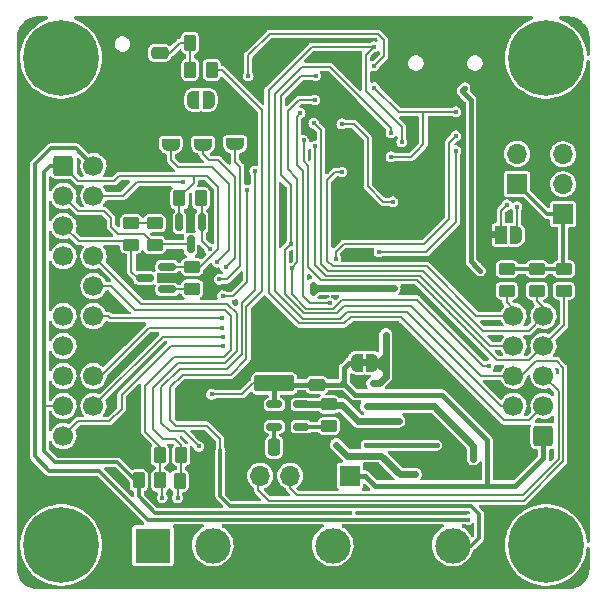
<source format=gbl>
%TF.GenerationSoftware,KiCad,Pcbnew,(6.0.9)*%
%TF.CreationDate,2023-01-11T20:23:52+07:00*%
%TF.ProjectId,ESP12CORE_B_MULTI,45535031-3243-44f5-9245-5f425f4d554c,rev?*%
%TF.SameCoordinates,Original*%
%TF.FileFunction,Copper,L2,Bot*%
%TF.FilePolarity,Positive*%
%FSLAX46Y46*%
G04 Gerber Fmt 4.6, Leading zero omitted, Abs format (unit mm)*
G04 Created by KiCad (PCBNEW (6.0.9)) date 2023-01-11 20:23:52*
%MOMM*%
%LPD*%
G01*
G04 APERTURE LIST*
G04 Aperture macros list*
%AMRoundRect*
0 Rectangle with rounded corners*
0 $1 Rounding radius*
0 $2 $3 $4 $5 $6 $7 $8 $9 X,Y pos of 4 corners*
0 Add a 4 corners polygon primitive as box body*
4,1,4,$2,$3,$4,$5,$6,$7,$8,$9,$2,$3,0*
0 Add four circle primitives for the rounded corners*
1,1,$1+$1,$2,$3*
1,1,$1+$1,$4,$5*
1,1,$1+$1,$6,$7*
1,1,$1+$1,$8,$9*
0 Add four rect primitives between the rounded corners*
20,1,$1+$1,$2,$3,$4,$5,0*
20,1,$1+$1,$4,$5,$6,$7,0*
20,1,$1+$1,$6,$7,$8,$9,0*
20,1,$1+$1,$8,$9,$2,$3,0*%
%AMFreePoly0*
4,1,22,0.500000,-0.750000,0.000000,-0.750000,0.000000,-0.745033,-0.079941,-0.743568,-0.215256,-0.701293,-0.333266,-0.622738,-0.424486,-0.514219,-0.481581,-0.384460,-0.499164,-0.250000,-0.500000,-0.250000,-0.500000,0.250000,-0.499164,0.250000,-0.499963,0.256109,-0.478152,0.396186,-0.417904,0.524511,-0.324060,0.630769,-0.204165,0.706417,-0.067858,0.745374,0.000000,0.744959,0.000000,0.750000,
0.500000,0.750000,0.500000,-0.750000,0.500000,-0.750000,$1*%
%AMFreePoly1*
4,1,20,0.000000,0.744959,0.073905,0.744508,0.209726,0.703889,0.328688,0.626782,0.421226,0.519385,0.479903,0.390333,0.500000,0.250000,0.500000,-0.250000,0.499851,-0.262216,0.476331,-0.402017,0.414519,-0.529596,0.319384,-0.634700,0.198574,-0.708877,0.061801,-0.746166,0.000000,-0.745033,0.000000,-0.750000,-0.500000,-0.750000,-0.500000,0.750000,0.000000,0.750000,0.000000,0.744959,
0.000000,0.744959,$1*%
%AMFreePoly2*
4,1,22,0.550000,-0.750000,0.000000,-0.750000,0.000000,-0.745033,-0.079941,-0.743568,-0.215256,-0.701293,-0.333266,-0.622738,-0.424486,-0.514219,-0.481581,-0.384460,-0.499164,-0.250000,-0.500000,-0.250000,-0.500000,0.250000,-0.499164,0.250000,-0.499963,0.256109,-0.478152,0.396186,-0.417904,0.524511,-0.324060,0.630769,-0.204165,0.706417,-0.067858,0.745374,0.000000,0.744959,0.000000,0.750000,
0.550000,0.750000,0.550000,-0.750000,0.550000,-0.750000,$1*%
%AMFreePoly3*
4,1,20,0.000000,0.744959,0.073905,0.744508,0.209726,0.703889,0.328688,0.626782,0.421226,0.519385,0.479903,0.390333,0.500000,0.250000,0.500000,-0.250000,0.499851,-0.262216,0.476331,-0.402017,0.414519,-0.529596,0.319384,-0.634700,0.198574,-0.708877,0.061801,-0.746166,0.000000,-0.745033,0.000000,-0.750000,-0.550000,-0.750000,-0.550000,0.750000,0.000000,0.750000,0.000000,0.744959,
0.000000,0.744959,$1*%
G04 Aperture macros list end*
%TA.AperFunction,ComponentPad*%
%ADD10RoundRect,0.250000X0.600000X0.600000X-0.600000X0.600000X-0.600000X-0.600000X0.600000X-0.600000X0*%
%TD*%
%TA.AperFunction,ComponentPad*%
%ADD11C,1.700000*%
%TD*%
%TA.AperFunction,ComponentPad*%
%ADD12C,0.800000*%
%TD*%
%TA.AperFunction,ComponentPad*%
%ADD13C,6.400000*%
%TD*%
%TA.AperFunction,ComponentPad*%
%ADD14R,1.700000X1.700000*%
%TD*%
%TA.AperFunction,ComponentPad*%
%ADD15O,1.700000X1.700000*%
%TD*%
%TA.AperFunction,ComponentPad*%
%ADD16RoundRect,0.250000X-0.600000X-0.600000X0.600000X-0.600000X0.600000X0.600000X-0.600000X0.600000X0*%
%TD*%
%TA.AperFunction,ComponentPad*%
%ADD17R,3.000000X3.000000*%
%TD*%
%TA.AperFunction,ComponentPad*%
%ADD18C,3.000000*%
%TD*%
%TA.AperFunction,ComponentPad*%
%ADD19O,1.450000X2.000000*%
%TD*%
%TA.AperFunction,ComponentPad*%
%ADD20O,1.150000X1.800000*%
%TD*%
%TA.AperFunction,SMDPad,CuDef*%
%ADD21RoundRect,0.150000X0.587500X0.150000X-0.587500X0.150000X-0.587500X-0.150000X0.587500X-0.150000X0*%
%TD*%
%TA.AperFunction,SMDPad,CuDef*%
%ADD22FreePoly0,270.000000*%
%TD*%
%TA.AperFunction,SMDPad,CuDef*%
%ADD23FreePoly1,270.000000*%
%TD*%
%TA.AperFunction,SMDPad,CuDef*%
%ADD24RoundRect,0.250000X0.475000X-0.250000X0.475000X0.250000X-0.475000X0.250000X-0.475000X-0.250000X0*%
%TD*%
%TA.AperFunction,SMDPad,CuDef*%
%ADD25FreePoly2,0.000000*%
%TD*%
%TA.AperFunction,SMDPad,CuDef*%
%ADD26R,1.000000X1.500000*%
%TD*%
%TA.AperFunction,SMDPad,CuDef*%
%ADD27FreePoly3,0.000000*%
%TD*%
%TA.AperFunction,SMDPad,CuDef*%
%ADD28RoundRect,0.250000X-0.262500X-0.450000X0.262500X-0.450000X0.262500X0.450000X-0.262500X0.450000X0*%
%TD*%
%TA.AperFunction,SMDPad,CuDef*%
%ADD29RoundRect,0.250000X-0.450000X0.262500X-0.450000X-0.262500X0.450000X-0.262500X0.450000X0.262500X0*%
%TD*%
%TA.AperFunction,SMDPad,CuDef*%
%ADD30RoundRect,0.250000X0.450000X-0.262500X0.450000X0.262500X-0.450000X0.262500X-0.450000X-0.262500X0*%
%TD*%
%TA.AperFunction,SMDPad,CuDef*%
%ADD31RoundRect,0.150000X-0.150000X0.587500X-0.150000X-0.587500X0.150000X-0.587500X0.150000X0.587500X0*%
%TD*%
%TA.AperFunction,SMDPad,CuDef*%
%ADD32RoundRect,0.250000X-0.250000X-0.475000X0.250000X-0.475000X0.250000X0.475000X-0.250000X0.475000X0*%
%TD*%
%TA.AperFunction,SMDPad,CuDef*%
%ADD33FreePoly0,180.000000*%
%TD*%
%TA.AperFunction,SMDPad,CuDef*%
%ADD34FreePoly1,180.000000*%
%TD*%
%TA.AperFunction,SMDPad,CuDef*%
%ADD35RoundRect,0.250000X-0.475000X0.250000X-0.475000X-0.250000X0.475000X-0.250000X0.475000X0.250000X0*%
%TD*%
%TA.AperFunction,SMDPad,CuDef*%
%ADD36RoundRect,0.150000X0.512500X0.150000X-0.512500X0.150000X-0.512500X-0.150000X0.512500X-0.150000X0*%
%TD*%
%TA.AperFunction,SMDPad,CuDef*%
%ADD37RoundRect,0.250000X0.262500X0.450000X-0.262500X0.450000X-0.262500X-0.450000X0.262500X-0.450000X0*%
%TD*%
%TA.AperFunction,SMDPad,CuDef*%
%ADD38RoundRect,0.249999X1.450001X-0.450001X1.450001X0.450001X-1.450001X0.450001X-1.450001X-0.450001X0*%
%TD*%
%TA.AperFunction,ViaPad*%
%ADD39C,0.400000*%
%TD*%
%TA.AperFunction,Conductor*%
%ADD40C,0.200000*%
%TD*%
%TA.AperFunction,Conductor*%
%ADD41C,0.300000*%
%TD*%
%TA.AperFunction,Conductor*%
%ADD42C,0.600000*%
%TD*%
%TA.AperFunction,Conductor*%
%ADD43C,0.400000*%
%TD*%
G04 APERTURE END LIST*
%TO.C,JP2*%
G36*
X141840000Y-79040000D02*
G01*
X141340000Y-79040000D01*
X141340000Y-78440000D01*
X141840000Y-78440000D01*
X141840000Y-79040000D01*
G37*
%TO.C,JP6*%
G36*
X130933000Y-89860400D02*
G01*
X130433000Y-89860400D01*
X130433000Y-89260400D01*
X130933000Y-89260400D01*
X130933000Y-89860400D01*
G37*
%TD*%
D10*
%TO.P,J1,1,Pin_1*%
%TO.N,/CPU_ESP12F/EVCC*%
X145843909Y-95758668D03*
D11*
%TO.P,J1,2,Pin_2*%
%TO.N,GND*%
X143303909Y-95758668D03*
%TO.P,J1,3,Pin_3*%
%TO.N,/CPU_ESP12F/TXD*%
X145843909Y-93218668D03*
%TO.P,J1,4,Pin_4*%
%TO.N,/CPU_ESP12F/USB_RX*%
X143303909Y-93218668D03*
%TO.P,J1,5,Pin_5*%
%TO.N,/CPU_ESP12F/GPIO5{slash}SCL*%
X145843909Y-90678668D03*
%TO.P,J1,6,Pin_6*%
%TO.N,/CPU_ESP12F/GPIO4{slash}SDA*%
X143303909Y-90678668D03*
%TO.P,J1,7,Pin_7*%
%TO.N,/CPU_ESP12F/GPIO12{slash}MISO*%
X145843909Y-88138668D03*
%TO.P,J1,8,Pin_8*%
%TO.N,/CPU_ESP12F/GPIO13{slash}MOSI*%
X143303909Y-88138668D03*
%TO.P,J1,9,Pin_9*%
%TO.N,/CPU_ESP12F/GPIO14{slash}SCK*%
X145843909Y-85598668D03*
%TO.P,J1,10,Pin_10*%
%TO.N,/CPU_ESP12F/GPIO15{slash}CS*%
X143303909Y-85598668D03*
%TD*%
D12*
%TO.P,H4,1*%
%TO.N,N/C*%
X144352944Y-103302944D03*
X146050000Y-102600000D03*
D13*
X146050000Y-105000000D03*
D12*
X147747056Y-103302944D03*
X146050000Y-107400000D03*
X144352944Y-106697056D03*
X147747056Y-106697056D03*
X143650000Y-105000000D03*
X148450000Y-105000000D03*
%TD*%
D14*
%TO.P,J6,1,Pin_1*%
%TO.N,/CPU_ESP12F/EVCC*%
X143606599Y-74422000D03*
D15*
%TO.P,J6,2,Pin_2*%
%TO.N,/CPU_ESP12F/GPIO14{slash}SCK*%
X143606599Y-71882000D03*
%TO.P,J6,3,Pin_3*%
%TO.N,GND*%
X143606599Y-69342000D03*
%TD*%
D16*
%TO.P,J4,1,Pin_1*%
%TO.N,/CPU_ESP12F/EVCC*%
X105204868Y-72917125D03*
D11*
%TO.P,J4,2,Pin_2*%
%TO.N,/EXTENTION/M5V*%
X107744868Y-72917125D03*
%TO.P,J4,3,Pin_3*%
%TO.N,/EXTENTION/HSDA*%
X105204868Y-75457125D03*
%TO.P,J4,4,Pin_4*%
%TO.N,/CPU_ESP12F/GPIO2*%
X107744868Y-75457125D03*
%TO.P,J4,5,Pin_5*%
%TO.N,/EXTENTION/HSDC*%
X105204868Y-77997125D03*
%TO.P,J4,6,Pin_6*%
%TO.N,GND*%
X107744868Y-77997125D03*
%TO.P,J4,7,Pin_7*%
%TO.N,Net-(J4-Pad7)*%
X105204868Y-80537125D03*
%TO.P,J4,8,Pin_8*%
%TO.N,/EXTENTION/MB*%
X107744868Y-80537125D03*
%TO.P,J4,9,Pin_9*%
%TO.N,GND*%
X105204868Y-83077125D03*
%TO.P,J4,10,Pin_10*%
%TO.N,/EXTENTION/MA*%
X107744868Y-83077125D03*
%TO.P,J4,11,Pin_11*%
%TO.N,Net-(J4-Pad11)*%
X105204868Y-85617125D03*
%TO.P,J4,12,Pin_12*%
%TO.N,Net-(J4-Pad12)*%
X107744868Y-85617125D03*
%TO.P,J4,13,Pin_13*%
%TO.N,Net-(J4-Pad13)*%
X105204868Y-88157125D03*
%TO.P,J4,14,Pin_14*%
%TO.N,GND*%
X107744868Y-88157125D03*
%TO.P,J4,15,Pin_15*%
%TO.N,Net-(J4-Pad15)*%
X105204868Y-90697125D03*
%TO.P,J4,16,Pin_16*%
%TO.N,Net-(J4-Pad16)*%
X107744868Y-90697125D03*
%TO.P,J4,17,Pin_17*%
%TO.N,/CPU_ESP12F/EVCC*%
X105204868Y-93237125D03*
%TO.P,J4,18,Pin_18*%
%TO.N,Net-(J4-Pad18)*%
X107744868Y-93237125D03*
%TO.P,J4,19,Pin_19*%
%TO.N,Net-(J4-Pad19)*%
X105204868Y-95777125D03*
%TO.P,J4,20,Pin_20*%
%TO.N,GND*%
X107744868Y-95777125D03*
%TD*%
D12*
%TO.P,H1,1*%
%TO.N,N/C*%
X144352944Y-62052944D03*
X144352944Y-65447056D03*
X147747056Y-65447056D03*
X146050000Y-61350000D03*
X147747056Y-62052944D03*
X143650000Y-63750000D03*
X146050000Y-66150000D03*
D13*
X146050000Y-63750000D03*
D12*
X148450000Y-63750000D03*
%TD*%
D14*
%TO.P,J2,1,Pin_1*%
%TO.N,/CPU_ESP12F/EVCC*%
X129480000Y-99133737D03*
D15*
%TO.P,J2,2,Pin_2*%
%TO.N,GND*%
X126940000Y-99133737D03*
%TO.P,J2,3,Pin_3*%
%TO.N,/CPU_ESP12F/GPIO5{slash}SCL*%
X124400000Y-99133737D03*
%TO.P,J2,4,Pin_4*%
%TO.N,/CPU_ESP12F/GPIO4{slash}SDA*%
X121860000Y-99133737D03*
%TD*%
D14*
%TO.P,J5,1,Pin_1*%
%TO.N,/CPU_ESP12F/EVCC*%
X147500856Y-76995980D03*
D15*
%TO.P,J5,2,Pin_2*%
%TO.N,/CPU_ESP12F/GPIO12{slash}MISO*%
X147500856Y-74455980D03*
%TO.P,J5,3,Pin_3*%
%TO.N,unconnected-(J5-Pad3)*%
X147500856Y-71915980D03*
%TO.P,J5,4,Pin_4*%
%TO.N,GND*%
X147500856Y-69375980D03*
%TD*%
D12*
%TO.P,H2,1*%
%TO.N,N/C*%
X105000000Y-66150000D03*
X103302944Y-62052944D03*
X102600000Y-63750000D03*
D13*
X105000000Y-63750000D03*
D12*
X107400000Y-63750000D03*
X106697056Y-65447056D03*
X103302944Y-65447056D03*
X106697056Y-62052944D03*
X105000000Y-61350000D03*
%TD*%
%TO.P,H3,1*%
%TO.N,N/C*%
X105000000Y-107400000D03*
X106697056Y-106697056D03*
X102600000Y-105000000D03*
D13*
X105000000Y-105000000D03*
D12*
X105000000Y-102600000D03*
X103302944Y-103302944D03*
X107400000Y-105000000D03*
X103302944Y-106697056D03*
X106697056Y-103302944D03*
%TD*%
D17*
%TO.P,J8,1,Pin_1*%
%TO.N,/EXTENTION/MA*%
X112773429Y-105050688D03*
D18*
%TO.P,J8,2,Pin_2*%
%TO.N,/EXTENTION/MB*%
X117853429Y-105050688D03*
%TO.P,J8,3,Pin_3*%
%TO.N,GND*%
X122933429Y-105050688D03*
%TO.P,J8,4,Pin_4*%
%TO.N,Net-(D3-Pad2)*%
X128013429Y-105050688D03*
%TO.P,J8,5,Pin_5*%
%TO.N,GND*%
X133093429Y-105050688D03*
%TO.P,J8,6,Pin_6*%
%TO.N,/psu/VBAT*%
X138173429Y-105050688D03*
%TD*%
D19*
%TO.P,J7,6,Shield*%
%TO.N,GND*%
X133816582Y-65240224D03*
D20*
X141416582Y-61440224D03*
D19*
X141266582Y-65240224D03*
D20*
X133666582Y-61440224D03*
%TD*%
D21*
%TO.P,Q6,1,G*%
%TO.N,/CPU_ESP12F/EVCC*%
X113987500Y-81450000D03*
%TO.P,Q6,2,S*%
%TO.N,/CPU_ESP12F/GPIO5{slash}SCL*%
X113987500Y-83350000D03*
%TO.P,Q6,3,D*%
%TO.N,/EXTENTION/HSDC*%
X112112500Y-82400000D03*
%TD*%
D22*
%TO.P,JP3,1,A*%
%TO.N,GND*%
X114290000Y-69830000D03*
D23*
%TO.P,JP3,2,B*%
%TO.N,Net-(JP3-Pad2)*%
X114290000Y-71130000D03*
%TD*%
D22*
%TO.P,JP4,1,A*%
%TO.N,GND*%
X117020000Y-69820000D03*
D23*
%TO.P,JP4,2,B*%
%TO.N,Net-(JP4-Pad2)*%
X117020000Y-71120000D03*
%TD*%
D24*
%TO.P,C11,1*%
%TO.N,/CPU_ESP12F/EVCC*%
X126660000Y-91440000D03*
%TO.P,C11,2*%
%TO.N,GND*%
X126660000Y-89540000D03*
%TD*%
D25*
%TO.P,JP2,1,A*%
%TO.N,GND*%
X140940000Y-78740000D03*
D26*
%TO.P,JP2,2,C*%
%TO.N,Net-(JP2-Pad2)*%
X142240000Y-78740000D03*
D27*
%TO.P,JP2,3,B*%
%TO.N,/CPU_ESP12F/VCC*%
X143540000Y-78740000D03*
%TD*%
D28*
%TO.P,R15,1*%
%TO.N,/CPU_ESP12F/EVCC*%
X111577500Y-99530000D03*
%TO.P,R15,2*%
%TO.N,/EXTENTION/MA*%
X113402500Y-99530000D03*
%TD*%
D29*
%TO.P,R11,1*%
%TO.N,/CPU_ESP12F/EVCC*%
X142748000Y-81637500D03*
%TO.P,R11,2*%
%TO.N,/CPU_ESP12F/GPIO15{slash}CS*%
X142748000Y-83462500D03*
%TD*%
D30*
%TO.P,R31,1*%
%TO.N,/EXTENTION/HSDA*%
X112925000Y-79587500D03*
%TO.P,R31,2*%
%TO.N,/EXTENTION/M5V*%
X112925000Y-77762500D03*
%TD*%
D31*
%TO.P,Q5,1,G*%
%TO.N,/CPU_ESP12F/EVCC*%
X115020000Y-77682500D03*
%TO.P,Q5,2,S*%
%TO.N,/CPU_ESP12F/GPIO4{slash}SDA*%
X116920000Y-77682500D03*
%TO.P,Q5,3,D*%
%TO.N,/EXTENTION/HSDA*%
X115970000Y-79557500D03*
%TD*%
D32*
%TO.P,C9,1*%
%TO.N,Net-(C9-Pad1)*%
X123050000Y-96720000D03*
%TO.P,C9,2*%
%TO.N,GND*%
X124950000Y-96720000D03*
%TD*%
D28*
%TO.P,R16,1*%
%TO.N,/EXTENTION/MA*%
X113357500Y-97380000D03*
%TO.P,R16,2*%
%TO.N,/EXTENTION/MB*%
X115182500Y-97380000D03*
%TD*%
%TO.P,R17,1*%
%TO.N,/EXTENTION/MB*%
X115037500Y-99580000D03*
%TO.P,R17,2*%
%TO.N,GND*%
X116862500Y-99580000D03*
%TD*%
D29*
%TO.P,R18,1*%
%TO.N,/CPU_ESP12F/EVCC*%
X147574000Y-81637500D03*
%TO.P,R18,2*%
%TO.N,/CPU_ESP12F/GPIO12{slash}MISO*%
X147574000Y-83462500D03*
%TD*%
D33*
%TO.P,JP1,1,A*%
%TO.N,/CPU_ESP12F/RESET*%
X117490000Y-67310000D03*
D34*
%TO.P,JP1,2,B*%
%TO.N,/CPU_ESP12F/GPIO16*%
X116190000Y-67310000D03*
%TD*%
D22*
%TO.P,JP5,1,A*%
%TO.N,GND*%
X119720000Y-69790000D03*
D23*
%TO.P,JP5,2,B*%
%TO.N,Net-(JP5-Pad2)*%
X119720000Y-71090000D03*
%TD*%
D35*
%TO.P,C15,1*%
%TO.N,/CPU_ESP12F/ADC*%
X113344075Y-63334212D03*
%TO.P,C15,2*%
%TO.N,GND*%
X113344075Y-65234212D03*
%TD*%
D29*
%TO.P,R19,1*%
%TO.N,/CPU_ESP12F/EVCC*%
X145288000Y-81637500D03*
%TO.P,R19,2*%
%TO.N,/CPU_ESP12F/GPIO14{slash}SCK*%
X145288000Y-83462500D03*
%TD*%
D33*
%TO.P,JP6,1,A*%
%TO.N,/CPU_ESP12F/VCC*%
X131333000Y-89560400D03*
D34*
%TO.P,JP6,2,B*%
%TO.N,/CPU_ESP12F/EVCC*%
X130033000Y-89560400D03*
%TD*%
D30*
%TO.P,R32,1*%
%TO.N,/EXTENTION/HSDC*%
X110950000Y-79562500D03*
%TO.P,R32,2*%
%TO.N,/EXTENTION/M5V*%
X110950000Y-77737500D03*
%TD*%
D36*
%TO.P,U7,1,IN*%
%TO.N,Net-(C7-Pad1)*%
X125347500Y-93100000D03*
%TO.P,U7,2,GND*%
%TO.N,GND*%
X125347500Y-94050000D03*
%TO.P,U7,3,EN*%
%TO.N,Net-(R26-Pad2)*%
X125347500Y-95000000D03*
%TO.P,U7,4,BP*%
%TO.N,Net-(C9-Pad1)*%
X123072500Y-95000000D03*
%TO.P,U7,5,OUT*%
%TO.N,/CPU_ESP12F/EVCC*%
X123072500Y-93100000D03*
%TD*%
D28*
%TO.P,R30,1*%
%TO.N,/CPU_ESP12F/ADC*%
X115927500Y-62484000D03*
%TO.P,R30,2*%
%TO.N,GND*%
X117752500Y-62484000D03*
%TD*%
D29*
%TO.P,R26,1*%
%TO.N,Net-(C7-Pad1)*%
X127670000Y-93107500D03*
%TO.P,R26,2*%
%TO.N,Net-(R26-Pad2)*%
X127670000Y-94932500D03*
%TD*%
D37*
%TO.P,R29,1*%
%TO.N,/psu/VBAT*%
X117752500Y-64770000D03*
%TO.P,R29,2*%
%TO.N,/CPU_ESP12F/ADC*%
X115927500Y-64770000D03*
%TD*%
D38*
%TO.P,C13,1*%
%TO.N,/CPU_ESP12F/EVCC*%
X123060000Y-91330000D03*
%TO.P,C13,2*%
%TO.N,GND*%
X123060000Y-87230000D03*
%TD*%
D37*
%TO.P,R10,1*%
%TO.N,/CPU_ESP12F/GPIO4{slash}SDA*%
X116852500Y-75660000D03*
%TO.P,R10,2*%
%TO.N,/CPU_ESP12F/EVCC*%
X115027500Y-75660000D03*
%TD*%
D30*
%TO.P,R22,1*%
%TO.N,/CPU_ESP12F/GPIO5{slash}SCL*%
X116100000Y-83287500D03*
%TO.P,R22,2*%
%TO.N,/CPU_ESP12F/EVCC*%
X116100000Y-81462500D03*
%TD*%
D39*
%TO.N,GND*%
X122210000Y-89320000D03*
X126630000Y-89560000D03*
%TO.N,/CPU_ESP12F/GPIO12{slash}MISO*%
X125550000Y-70750000D03*
%TO.N,/CPU_ESP12F/GPIO13{slash}MOSI*%
X116660000Y-96660000D03*
X121410000Y-73328000D03*
X126500500Y-71250000D03*
%TO.N,/CPU_ESP12F/GPIO14{slash}SCK*%
X126400000Y-69300000D03*
%TO.N,/CPU_ESP12F/GPIO0*%
X133096000Y-75946000D03*
X128778000Y-69342000D03*
%TO.N,/CPU_ESP12F/RESET*%
X117348000Y-67310000D03*
X127775000Y-84500500D03*
X125250000Y-68450000D03*
%TO.N,/CPU_ESP12F/GPIO2*%
X115350000Y-74290000D03*
%TO.N,/CPU_ESP12F/ADC*%
X113371812Y-63356369D03*
%TO.N,/CPU_ESP12F/CH_PD*%
X131508320Y-64443384D03*
X120850000Y-65300000D03*
%TO.N,/CPU_ESP12F/GPIO16*%
X116078000Y-67310000D03*
%TO.N,/psu/VBAT*%
X118480000Y-97075000D03*
%TO.N,/CPU_ESP12F/GPIO15{slash}CS*%
X118670250Y-83910250D03*
X120780000Y-74950000D03*
X128775000Y-73425000D03*
%TO.N,Net-(C7-Pad1)*%
X133604000Y-94479000D03*
%TO.N,/CPU_ESP12F/TXD*%
X131504542Y-62818984D03*
X133858000Y-70866000D03*
%TO.N,/CPU_ESP12F/USB_RX*%
X132930336Y-70104000D03*
%TO.N,/CPU_ESP12F/GPIO5{slash}SCL*%
X126474000Y-67328000D03*
X141225000Y-89825000D03*
X116100000Y-83287500D03*
X124517608Y-81564676D03*
%TO.N,/CPU_ESP12F/GPIO4{slash}SDA*%
X126550000Y-65275000D03*
X117580000Y-79930000D03*
X124460000Y-79502000D03*
%TO.N,/CPU_ESP12F/DTR*%
X131925845Y-80198484D03*
X138430000Y-71628000D03*
%TO.N,/CPU_ESP12F/RTS*%
X128270000Y-80772000D03*
X138430000Y-70358000D03*
%TO.N,/CPU_ESP12F/VCC*%
X132486400Y-87198200D03*
X143606599Y-76357401D03*
X133186648Y-83263189D03*
X126325000Y-83550000D03*
X132933550Y-72136000D03*
X138430000Y-68326000D03*
X131525662Y-66279945D03*
X132366157Y-83271647D03*
X131394200Y-91313000D03*
X126325000Y-83000000D03*
%TO.N,/EXTENTION/M5V*%
X130875000Y-93250000D03*
X110975000Y-77762500D03*
X139900000Y-97700000D03*
X139460000Y-102850000D03*
%TO.N,Net-(D1-Pad2)*%
X140226000Y-81516000D03*
X136368000Y-96550000D03*
X136800000Y-96550000D03*
X140510000Y-81800000D03*
X138938000Y-66548000D03*
X139192000Y-66294000D03*
X131288000Y-96550000D03*
X130820000Y-96550000D03*
%TO.N,Net-(JP4-Pad2)*%
X118930000Y-81490000D03*
%TO.N,/EXTENTION/MB*%
X114860000Y-101000000D03*
%TO.N,Net-(J4-Pad12)*%
X118650000Y-85810000D03*
%TO.N,/EXTENTION/MA*%
X113570000Y-101000000D03*
%TO.N,Net-(J4-Pad16)*%
X118661000Y-86614000D03*
%TO.N,Net-(J4-Pad18)*%
X118675000Y-87375000D03*
%TO.N,Net-(J4-Pad19)*%
X118675000Y-88125000D03*
%TO.N,Net-(JP3-Pad2)*%
X118240000Y-81060000D03*
%TO.N,Net-(JP5-Pad2)*%
X118390000Y-82510000D03*
%TO.N,Net-(D4-Pad1)*%
X134650000Y-99030000D03*
X134990000Y-99030000D03*
X129250000Y-97440000D03*
X128320000Y-96510000D03*
%TO.N,Net-(JP2-Pad2)*%
X142748000Y-76200000D03*
%TO.N,/CPU_ESP12F/EVCC*%
X117752500Y-92235934D03*
X116130000Y-102300000D03*
X129470000Y-102300500D03*
%TD*%
D40*
%TO.N,/CPU_ESP12F/GPIO12{slash}MISO*%
X135148000Y-82588000D02*
X141935000Y-89375000D01*
X141935000Y-89375000D02*
X144607577Y-89375000D01*
X125550000Y-70750000D02*
X125550000Y-72525000D01*
X127038000Y-82588000D02*
X135148000Y-82588000D01*
X147574000Y-83462500D02*
X147574000Y-86408577D01*
X125950000Y-72925000D02*
X125950000Y-81500000D01*
X147574000Y-86408577D02*
X145843909Y-88138668D01*
X144607577Y-89375000D02*
X145843909Y-88138668D01*
X125550000Y-72525000D02*
X125950000Y-72925000D01*
X125950000Y-81500000D02*
X127038000Y-82588000D01*
%TO.N,/CPU_ESP12F/GPIO13{slash}MOSI*%
X119050000Y-90100000D02*
X120300000Y-88850000D01*
X121410000Y-83390000D02*
X121410000Y-73328000D01*
X126512500Y-81300500D02*
X127400000Y-82188000D01*
X113485000Y-94685000D02*
X113485000Y-91665000D01*
X126512500Y-71262000D02*
X126512500Y-81300500D01*
X135398000Y-82188000D02*
X141348668Y-88138668D01*
X113485000Y-91665000D02*
X115050000Y-90100000D01*
X116660000Y-96660000D02*
X115390000Y-95390000D01*
X120300000Y-88850000D02*
X120300000Y-84500000D01*
X126500500Y-71250000D02*
X126512500Y-71262000D01*
X120300000Y-84500000D02*
X121410000Y-83390000D01*
X115050000Y-90100000D02*
X119050000Y-90100000D01*
X141348668Y-88138668D02*
X143303909Y-88138668D01*
X127400000Y-82188000D02*
X135398000Y-82188000D01*
X114190000Y-95390000D02*
X113485000Y-94685000D01*
X115390000Y-95390000D02*
X114190000Y-95390000D01*
%TO.N,/CPU_ESP12F/GPIO14{slash}SCK*%
X127000000Y-81200000D02*
X127000000Y-69900000D01*
X135638000Y-81788000D02*
X127588000Y-81788000D01*
X140700000Y-86850000D02*
X135638000Y-81788000D01*
X127000000Y-69900000D02*
X126400000Y-69300000D01*
X144592577Y-86850000D02*
X140700000Y-86850000D01*
X145843909Y-85598668D02*
X144592577Y-86850000D01*
X127588000Y-81788000D02*
X127000000Y-81200000D01*
X145843909Y-84883909D02*
X145288000Y-84328000D01*
X145288000Y-84328000D02*
X145288000Y-83462500D01*
%TO.N,/CPU_ESP12F/GPIO0*%
X133096000Y-75946000D02*
X132271000Y-75946000D01*
X130962500Y-74637500D02*
X130962500Y-70537500D01*
X130962500Y-70537500D02*
X129767000Y-69342000D01*
X129767000Y-69342000D02*
X128778000Y-69342000D01*
X132271000Y-75946000D02*
X130962500Y-74637500D01*
%TO.N,/CPU_ESP12F/RESET*%
X124947000Y-72822000D02*
X124947000Y-68753000D01*
X125476000Y-73351000D02*
X124947000Y-72822000D01*
X126075000Y-84500000D02*
X125476000Y-83901000D01*
X125476000Y-83901000D02*
X125476000Y-73351000D01*
X127774500Y-84500000D02*
X126075000Y-84500000D01*
X124947000Y-68753000D02*
X125250000Y-68450000D01*
X127775000Y-84500500D02*
X127774500Y-84500000D01*
%TO.N,/CPU_ESP12F/GPIO2*%
X115337000Y-74277000D02*
X111402000Y-74277000D01*
X111402000Y-74277000D02*
X110221875Y-75457125D01*
X115350000Y-74290000D02*
X115337000Y-74277000D01*
X110221875Y-75457125D02*
X107744868Y-75457125D01*
%TO.N,/CPU_ESP12F/ADC*%
X115927500Y-64770000D02*
X115927500Y-62484000D01*
X115062000Y-62484000D02*
X115927500Y-62484000D01*
X113371812Y-63356369D02*
X114189631Y-63356369D01*
X114189631Y-63356369D02*
X115062000Y-62484000D01*
%TO.N,/CPU_ESP12F/CH_PD*%
X131826000Y-61722000D02*
X132334000Y-62230000D01*
X132334000Y-62230000D02*
X132334000Y-63617704D01*
X120850000Y-63554000D02*
X122682000Y-61722000D01*
X122682000Y-61722000D02*
X131826000Y-61722000D01*
X120850000Y-65300000D02*
X120850000Y-63554000D01*
X132334000Y-63617704D02*
X131508320Y-64443384D01*
%TO.N,/psu/VBAT*%
X119350000Y-90600000D02*
X115310000Y-90600000D01*
D41*
X119300000Y-101700000D02*
X139700000Y-101700000D01*
X140410000Y-102410000D02*
X140410000Y-104390000D01*
D40*
X120700000Y-84850000D02*
X120700000Y-89250000D01*
X114260000Y-94460000D02*
X114700000Y-94900000D01*
X114260000Y-91650000D02*
X114260000Y-94460000D01*
D41*
X139749312Y-105050688D02*
X138173429Y-105050688D01*
X140410000Y-104390000D02*
X139749312Y-105050688D01*
X139700000Y-101700000D02*
X140410000Y-102410000D01*
X118480000Y-100880000D02*
X119300000Y-101700000D01*
D40*
X117330000Y-94900000D02*
X118480000Y-96050000D01*
X122020000Y-68195000D02*
X122020000Y-83530000D01*
X122020000Y-83530000D02*
X120700000Y-84850000D01*
X115310000Y-90600000D02*
X114260000Y-91650000D01*
X117752500Y-64770000D02*
X118595000Y-64770000D01*
D41*
X118480000Y-97075000D02*
X118480000Y-100880000D01*
D40*
X118480000Y-96050000D02*
X118480000Y-97075000D01*
X118595000Y-64770000D02*
X122020000Y-68195000D01*
X114700000Y-94900000D02*
X117330000Y-94900000D01*
X120700000Y-89250000D02*
X119350000Y-90600000D01*
%TO.N,/CPU_ESP12F/GPIO15{slash}CS*%
X143303909Y-85028909D02*
X142725000Y-84450000D01*
X142725000Y-84450000D02*
X142725000Y-83485500D01*
X118670250Y-83910250D02*
X119579750Y-83910250D01*
X127536843Y-74088157D02*
X127536843Y-80936843D01*
X120780000Y-82710000D02*
X120780000Y-74950000D01*
X127536843Y-80936843D02*
X127988000Y-81388000D01*
X135948000Y-81388000D02*
X140158668Y-85598668D01*
X128200000Y-73425000D02*
X127536843Y-74088157D01*
X140158668Y-85598668D02*
X143303909Y-85598668D01*
X119579750Y-83910250D02*
X120780000Y-82710000D01*
X128775000Y-73425000D02*
X128200000Y-73425000D01*
X127988000Y-81388000D02*
X135948000Y-81388000D01*
D41*
%TO.N,Net-(C9-Pad1)*%
X123060000Y-96820000D02*
X123060000Y-95012500D01*
D42*
%TO.N,Net-(C7-Pad1)*%
X130180000Y-94520000D02*
X128797500Y-93137500D01*
X133604000Y-94479000D02*
X133563000Y-94520000D01*
X128797500Y-93137500D02*
X127670000Y-93137500D01*
X125347500Y-93100000D02*
X127662500Y-93100000D01*
X133563000Y-94520000D02*
X130180000Y-94520000D01*
D40*
%TO.N,/CPU_ESP12F/TXD*%
X130810000Y-66548000D02*
X130810000Y-63513526D01*
X122575000Y-83635000D02*
X125180000Y-86240000D01*
X130810000Y-66548000D02*
X133858000Y-69596000D01*
X142500000Y-94450000D02*
X144612577Y-94450000D01*
X144612577Y-94450000D02*
X145843909Y-93218668D01*
X125180000Y-86240000D02*
X128974200Y-86240000D01*
X133858000Y-70866000D02*
X133858000Y-69596000D01*
X128974200Y-86240000D02*
X129521000Y-85693200D01*
X133743200Y-85693200D02*
X142500000Y-94450000D01*
X126231016Y-62818984D02*
X122575000Y-66475000D01*
X122575000Y-66475000D02*
X122575000Y-83635000D01*
X130810000Y-63513526D02*
X131504542Y-62818984D01*
X129521000Y-85693200D02*
X133743200Y-85693200D01*
X131504542Y-62818984D02*
X126231016Y-62818984D01*
%TO.N,/CPU_ESP12F/USB_RX*%
X123075000Y-83456372D02*
X125458628Y-85840000D01*
X128637600Y-85840000D02*
X129184400Y-85293200D01*
X132930336Y-70104000D02*
X132930336Y-69684336D01*
X132930336Y-69684336D02*
X127762000Y-64516000D01*
X134283200Y-85293200D02*
X142208668Y-93218668D01*
X125359000Y-64516000D02*
X123075000Y-66800000D01*
X129184400Y-85293200D02*
X134283200Y-85293200D01*
X142208668Y-93218668D02*
X143303909Y-93218668D01*
X123075000Y-66800000D02*
X123075000Y-83456372D01*
X125458628Y-85840000D02*
X128637600Y-85840000D01*
X127762000Y-64516000D02*
X125359000Y-64516000D01*
%TO.N,/CPU_ESP12F/GPIO5{slash}SCL*%
X124217909Y-73182091D02*
X124217909Y-68282091D01*
X124217909Y-68282091D02*
X125172000Y-67328000D01*
X124517608Y-83767608D02*
X125750000Y-85000000D01*
X128828800Y-84226400D02*
X135146400Y-84226400D01*
X124400000Y-100200000D02*
X124400000Y-99133737D01*
X135146400Y-84226400D02*
X140745000Y-89825000D01*
X124950000Y-100750000D02*
X124400000Y-100200000D01*
X113987500Y-83350000D02*
X116037500Y-83350000D01*
X147125000Y-97734314D02*
X144109314Y-100750000D01*
X125172000Y-67328000D02*
X126474000Y-67328000D01*
X144109314Y-100750000D02*
X124950000Y-100750000D01*
X145843909Y-90678668D02*
X147125000Y-91959759D01*
X124517608Y-81564676D02*
X124517608Y-83767608D01*
X125750000Y-85000000D02*
X128055200Y-85000000D01*
X147125000Y-91959759D02*
X147125000Y-97734314D01*
X125010000Y-81072284D02*
X125010000Y-73974182D01*
X140745000Y-89825000D02*
X141225000Y-89825000D01*
X128055200Y-85000000D02*
X128828800Y-84226400D01*
X124517608Y-81564676D02*
X125010000Y-81072284D01*
X125010000Y-73974182D02*
X124217909Y-73182091D01*
%TO.N,/CPU_ESP12F/GPIO4{slash}SDA*%
X117580000Y-79930000D02*
X116920000Y-79270000D01*
X128341000Y-85400000D02*
X128981200Y-84759800D01*
X123616500Y-67008500D02*
X123616500Y-73716500D01*
X134659800Y-84759800D02*
X140578668Y-90678668D01*
X122575000Y-101250000D02*
X121700000Y-100375000D01*
X140578668Y-90678668D02*
X143303909Y-90678668D01*
X145175000Y-89450000D02*
X146975000Y-89450000D01*
X125350000Y-65275000D02*
X123616500Y-67008500D01*
X147525000Y-97900000D02*
X144175000Y-101250000D01*
X116920000Y-79270000D02*
X116920000Y-77682500D01*
X128981200Y-84759800D02*
X134659800Y-84759800D01*
X116920000Y-77682500D02*
X116920000Y-75727500D01*
X124460000Y-79502000D02*
X123952000Y-80010000D01*
X123952000Y-83767686D02*
X125584314Y-85400000D01*
X124460000Y-79502000D02*
X124460000Y-74560000D01*
X126550000Y-65275000D02*
X125350000Y-65275000D01*
X123952000Y-80010000D02*
X123952000Y-83767686D01*
X125584314Y-85400000D02*
X128341000Y-85400000D01*
X144175000Y-101250000D02*
X122575000Y-101250000D01*
X146975000Y-89450000D02*
X147525000Y-90000000D01*
X121700000Y-100375000D02*
X121700000Y-100025000D01*
X143946332Y-90678668D02*
X145175000Y-89450000D01*
X147525000Y-90000000D02*
X147525000Y-97900000D01*
X124460000Y-74560000D02*
X123616500Y-73716500D01*
%TO.N,/CPU_ESP12F/DTR*%
X138430000Y-77695000D02*
X135926516Y-80198484D01*
X138430000Y-71628000D02*
X138430000Y-77695000D01*
X135926516Y-80198484D02*
X131925845Y-80198484D01*
%TO.N,/CPU_ESP12F/RTS*%
X128270000Y-80772000D02*
X128270000Y-80155000D01*
X137844000Y-77406000D02*
X137844000Y-70944000D01*
X128925000Y-79500000D02*
X135750000Y-79500000D01*
X137844000Y-70944000D02*
X138430000Y-70358000D01*
X128270000Y-80155000D02*
X128925000Y-79500000D01*
X135750000Y-79500000D02*
X137844000Y-77406000D01*
D42*
%TO.N,/CPU_ESP12F/VCC*%
X132486400Y-90398600D02*
X132486400Y-90754200D01*
X132486400Y-90754200D02*
X131927600Y-91313000D01*
X132486400Y-88849200D02*
X132486400Y-89408000D01*
D40*
X143606599Y-76357401D02*
X143606599Y-78673401D01*
D43*
X131600000Y-89590000D02*
X132304400Y-89590000D01*
D40*
X135676000Y-68326000D02*
X138430000Y-68326000D01*
D43*
X131333000Y-89560400D02*
X131648200Y-89560400D01*
X131648200Y-89560400D02*
X132486400Y-90398600D01*
D40*
X132933550Y-72136000D02*
X134620000Y-72136000D01*
D42*
X126325000Y-83000000D02*
X126348622Y-83000000D01*
D43*
X131600000Y-89590000D02*
X132236600Y-89590000D01*
X131333000Y-89560400D02*
X131775200Y-89560400D01*
D40*
X133571717Y-68326000D02*
X135676000Y-68326000D01*
X135676000Y-68326000D02*
X135676000Y-71080000D01*
D42*
X132486400Y-87198200D02*
X132486400Y-88849200D01*
D40*
X131525662Y-66279945D02*
X133571717Y-68326000D01*
D42*
X132486400Y-89839800D02*
X132486400Y-90398600D01*
X126611811Y-83263189D02*
X133186648Y-83263189D01*
D40*
X143606599Y-78673401D02*
X143540000Y-78740000D01*
D42*
X126348622Y-83000000D02*
X126611811Y-83263189D01*
X131394200Y-91313000D02*
X131927600Y-91313000D01*
D43*
X132236600Y-89590000D02*
X132486400Y-89839800D01*
X131775200Y-89560400D02*
X132486400Y-88849200D01*
D40*
X134620000Y-72136000D02*
X135140500Y-71615500D01*
D43*
X132304400Y-89590000D02*
X132486400Y-89408000D01*
D42*
X132486400Y-89408000D02*
X132486400Y-89839800D01*
X132366157Y-83271647D02*
X133178190Y-83271647D01*
D40*
X135676000Y-71080000D02*
X135140500Y-71615500D01*
D42*
X133178190Y-83271647D02*
X133186648Y-83263189D01*
X126325000Y-83000000D02*
X126325000Y-83550000D01*
X126325000Y-83550000D02*
X126611811Y-83263189D01*
D41*
%TO.N,/EXTENTION/M5V*%
X104110000Y-71410000D02*
X106237743Y-71410000D01*
D42*
X139900000Y-96590000D02*
X136560000Y-93250000D01*
D41*
X112350000Y-102850000D02*
X108250000Y-98750000D01*
D42*
X136560000Y-93250000D02*
X130875000Y-93250000D01*
X139900000Y-97700000D02*
X139900000Y-96590000D01*
D40*
X112925000Y-77762500D02*
X110975000Y-77762500D01*
D41*
X102760000Y-97510000D02*
X102760000Y-72760000D01*
X104000000Y-98750000D02*
X102760000Y-97510000D01*
X139460000Y-102850000D02*
X112350000Y-102850000D01*
X102760000Y-72760000D02*
X104110000Y-71410000D01*
X106237743Y-71410000D02*
X107744868Y-72917125D01*
X108250000Y-98750000D02*
X104000000Y-98750000D01*
D43*
%TO.N,Net-(D1-Pad2)*%
X140226000Y-81516000D02*
X139710000Y-81000000D01*
X139065000Y-66675000D02*
X138938000Y-66548000D01*
X130820000Y-96550000D02*
X131288000Y-96550000D01*
X139710000Y-67320000D02*
X139065000Y-66675000D01*
X140510000Y-81800000D02*
X140226000Y-81516000D01*
X139192000Y-66294000D02*
X139065000Y-66421000D01*
X139065000Y-66421000D02*
X139065000Y-66675000D01*
X136368000Y-96550000D02*
X136800000Y-96550000D01*
X131288000Y-96550000D02*
X136368000Y-96550000D01*
X139710000Y-81000000D02*
X139710000Y-67320000D01*
D40*
%TO.N,Net-(JP4-Pad2)*%
X119725000Y-80695000D02*
X119725000Y-73825000D01*
X118930000Y-81490000D02*
X119725000Y-80695000D01*
X117020000Y-71120000D02*
X117020000Y-71900000D01*
X118330000Y-72430000D02*
X119725000Y-73825000D01*
X117550000Y-72430000D02*
X118330000Y-72430000D01*
X117020000Y-71900000D02*
X117550000Y-72430000D01*
%TO.N,/EXTENTION/MB*%
X115182500Y-96562500D02*
X114680000Y-96060000D01*
X114885000Y-89575000D02*
X118900000Y-89575000D01*
X119090000Y-84590000D02*
X111797743Y-84590000D01*
X112790000Y-95180000D02*
X112790000Y-91670000D01*
X112790000Y-91670000D02*
X114885000Y-89575000D01*
X115182500Y-97380000D02*
X115182500Y-99435000D01*
X114860000Y-101000000D02*
X114860000Y-99740000D01*
X118900000Y-89575000D02*
X119875000Y-88600000D01*
X119875000Y-88600000D02*
X119875000Y-85375000D01*
X114680000Y-96060000D02*
X113670000Y-96060000D01*
X119875000Y-85375000D02*
X119090000Y-84590000D01*
X113670000Y-96060000D02*
X112790000Y-95180000D01*
X115182500Y-97380000D02*
X115182500Y-96562500D01*
X111797743Y-84590000D02*
X107744868Y-80537125D01*
%TO.N,Net-(J4-Pad12)*%
X109180000Y-85810000D02*
X108987125Y-85617125D01*
X118650000Y-85810000D02*
X109180000Y-85810000D01*
X108987125Y-85617125D02*
X107744868Y-85617125D01*
%TO.N,/EXTENTION/MA*%
X111225000Y-85100000D02*
X118880000Y-85100000D01*
X112100000Y-91580000D02*
X112100000Y-95430000D01*
X109202125Y-83077125D02*
X111225000Y-85100000D01*
X112100000Y-95430000D02*
X113357500Y-96687500D01*
X113357500Y-96687500D02*
X113357500Y-97380000D01*
X113570000Y-101000000D02*
X113570000Y-99697500D01*
X107744868Y-83077125D02*
X109202125Y-83077125D01*
X113402500Y-99530000D02*
X113402500Y-97425000D01*
X114605000Y-89075000D02*
X112100000Y-91580000D01*
X119375000Y-88475000D02*
X118775000Y-89075000D01*
X114605000Y-89075000D02*
X118775000Y-89075000D01*
X118880000Y-85100000D02*
X119375000Y-85595000D01*
X119375000Y-85595000D02*
X119375000Y-88475000D01*
%TO.N,Net-(J4-Pad16)*%
X112456000Y-86614000D02*
X108372875Y-90697125D01*
X118661000Y-86614000D02*
X112456000Y-86614000D01*
%TO.N,Net-(J4-Pad18)*%
X118674000Y-87376000D02*
X113605994Y-87376000D01*
X113605994Y-87376000D02*
X107744868Y-93237125D01*
X118675000Y-87375000D02*
X118674000Y-87376000D01*
%TO.N,Net-(J4-Pad19)*%
X109075000Y-94525000D02*
X106456993Y-94525000D01*
X106456993Y-94525000D02*
X105204868Y-95777125D01*
X110125000Y-92285000D02*
X110125000Y-93475000D01*
X118675000Y-88125000D02*
X114285000Y-88125000D01*
X110125000Y-93475000D02*
X109075000Y-94525000D01*
X114285000Y-88125000D02*
X110125000Y-92285000D01*
%TO.N,Net-(JP3-Pad2)*%
X119240000Y-74460000D02*
X117820000Y-73040000D01*
X117820000Y-73040000D02*
X114940000Y-73040000D01*
X118240000Y-81060000D02*
X119240000Y-80060000D01*
X114290000Y-72390000D02*
X114940000Y-73040000D01*
X119240000Y-80060000D02*
X119240000Y-74460000D01*
X114290000Y-71130000D02*
X114290000Y-72390000D01*
%TO.N,Net-(JP5-Pad2)*%
X119720000Y-72550000D02*
X120170000Y-73000000D01*
X120170000Y-81390000D02*
X119050000Y-82510000D01*
X119050000Y-82510000D02*
X118390000Y-82510000D01*
X119720000Y-71090000D02*
X119720000Y-72550000D01*
X120170000Y-73000000D02*
X120170000Y-81390000D01*
D42*
%TO.N,Net-(D4-Pad1)*%
X134990000Y-99030000D02*
X134650000Y-99030000D01*
X133710000Y-99030000D02*
X134650000Y-99030000D01*
X129250000Y-97440000D02*
X132120000Y-97440000D01*
X132120000Y-97440000D02*
X133710000Y-99030000D01*
X128320000Y-96510000D02*
X129250000Y-97440000D01*
D41*
%TO.N,Net-(R26-Pad2)*%
X125347500Y-95000000D02*
X127632500Y-95000000D01*
D40*
%TO.N,Net-(JP2-Pad2)*%
X142748000Y-76200000D02*
X142240000Y-76708000D01*
X142240000Y-76708000D02*
X142240000Y-78740000D01*
%TO.N,/EXTENTION/HSDA*%
X108625000Y-76725000D02*
X106472743Y-76725000D01*
X115970000Y-79557500D02*
X112955000Y-79557500D01*
X112925000Y-79587500D02*
X111987500Y-78650000D01*
X111987500Y-78650000D02*
X109850000Y-78650000D01*
X109850000Y-78650000D02*
X109250000Y-78050000D01*
X109250000Y-78050000D02*
X109250000Y-77350000D01*
X109250000Y-77350000D02*
X108625000Y-76725000D01*
X105204868Y-75457125D02*
X106472743Y-76725000D01*
%TO.N,/EXTENTION/HSDC*%
X105204868Y-77997125D02*
X106482743Y-79275000D01*
X110950000Y-81875000D02*
X110950000Y-79562500D01*
X111475000Y-82400000D02*
X110950000Y-81875000D01*
X106482743Y-79275000D02*
X110662500Y-79275000D01*
D41*
%TO.N,/CPU_ESP12F/EVCC*%
X147500856Y-76995980D02*
X146180579Y-76995980D01*
D43*
X128473200Y-91440000D02*
X128625600Y-91440000D01*
D40*
X105204868Y-93237125D02*
X103672875Y-93237125D01*
D43*
X129480000Y-99133737D02*
X130743737Y-99133737D01*
D40*
X115020000Y-77682500D02*
X115020000Y-75667500D01*
D41*
X111577500Y-100887500D02*
X111577500Y-99530000D01*
D43*
X141140000Y-99990000D02*
X143460000Y-99990000D01*
X143460000Y-99990000D02*
X145843909Y-97606091D01*
X145843909Y-97606091D02*
X145843909Y-95758668D01*
D40*
X106467743Y-74180000D02*
X105204868Y-72917125D01*
D43*
X130743737Y-99133737D02*
X131600000Y-99990000D01*
D40*
X116220000Y-73840000D02*
X116150000Y-73770000D01*
X103672875Y-93237125D02*
X103555000Y-93355000D01*
X109910000Y-73770000D02*
X109500000Y-74180000D01*
D41*
X104500000Y-98000000D02*
X103555000Y-97055000D01*
D40*
X121268000Y-91330000D02*
X123060000Y-91330000D01*
D41*
X129469500Y-102300000D02*
X112990000Y-102300000D01*
D43*
X129867000Y-92275000D02*
X137235000Y-92275000D01*
X141085000Y-96125000D02*
X141085000Y-99935000D01*
X141085000Y-99935000D02*
X141140000Y-99990000D01*
D41*
X103555000Y-73385000D02*
X103555000Y-93355000D01*
D43*
X128981200Y-91440000D02*
X129032000Y-91440000D01*
D41*
X111280000Y-99530000D02*
X109750000Y-98000000D01*
D43*
X128981200Y-91084400D02*
X128981200Y-90017600D01*
X131600000Y-99990000D02*
X141140000Y-99990000D01*
D40*
X116100000Y-81462500D02*
X116764607Y-81462500D01*
D41*
X104022875Y-72917125D02*
X105204868Y-72917125D01*
D43*
X137235000Y-92275000D02*
X141085000Y-96125000D01*
D40*
X118290000Y-79937107D02*
X118290000Y-74670000D01*
D43*
X129408800Y-89590000D02*
X130300000Y-89590000D01*
X126660000Y-91440000D02*
X123170000Y-91440000D01*
D41*
X103555000Y-93355000D02*
X103555000Y-97055000D01*
D43*
X128981200Y-91440000D02*
X128981200Y-91084400D01*
D40*
X116150000Y-73770000D02*
X109910000Y-73770000D01*
X113987500Y-81450000D02*
X116087500Y-81450000D01*
D41*
X112990000Y-102300000D02*
X111577500Y-100887500D01*
X109750000Y-98000000D02*
X104500000Y-98000000D01*
X129470000Y-102300500D02*
X129469500Y-102300000D01*
D43*
X128625600Y-91440000D02*
X128981200Y-91084400D01*
D40*
X116764607Y-81462500D02*
X118290000Y-79937107D01*
X118290000Y-74670000D02*
X117390000Y-73770000D01*
X116220000Y-74360000D02*
X116220000Y-73840000D01*
D43*
X128473200Y-91440000D02*
X129032000Y-91440000D01*
D40*
X117752500Y-92235934D02*
X120362066Y-92235934D01*
X117390000Y-73770000D02*
X116150000Y-73770000D01*
D43*
X126660000Y-91440000D02*
X128473200Y-91440000D01*
D41*
X147574000Y-81637500D02*
X147500856Y-81564356D01*
D43*
X123072500Y-93100000D02*
X123072500Y-91342500D01*
D40*
X109500000Y-74180000D02*
X106467743Y-74180000D01*
D41*
X111577500Y-99530000D02*
X111280000Y-99530000D01*
D40*
X120362066Y-92235934D02*
X121268000Y-91330000D01*
D43*
X129032000Y-91440000D02*
X129867000Y-92275000D01*
D41*
X145288000Y-81637500D02*
X142748000Y-81637500D01*
D40*
X115027500Y-75552500D02*
X116220000Y-74360000D01*
D41*
X147500856Y-81564356D02*
X147500856Y-76995980D01*
X146180579Y-76995980D02*
X143606599Y-74422000D01*
X103555000Y-73385000D02*
X104022875Y-72917125D01*
X145288000Y-81637500D02*
X147574000Y-81637500D01*
D43*
X128981200Y-90017600D02*
X129408800Y-89590000D01*
%TD*%
%TA.AperFunction,Conductor*%
%TO.N,GND*%
G36*
X103854350Y-60274502D02*
G01*
X103900843Y-60328158D01*
X103910947Y-60398432D01*
X103881453Y-60463012D01*
X103826209Y-60499989D01*
X103726446Y-60533369D01*
X103386501Y-60689727D01*
X103383567Y-60691483D01*
X103383565Y-60691484D01*
X103374110Y-60697143D01*
X103065431Y-60881883D01*
X102766991Y-61107591D01*
X102764509Y-61109930D01*
X102764503Y-61109935D01*
X102589455Y-61274893D01*
X102494674Y-61364210D01*
X102492462Y-61366800D01*
X102492461Y-61366801D01*
X102458082Y-61407054D01*
X102251664Y-61648738D01*
X102249736Y-61651565D01*
X102249734Y-61651567D01*
X102057144Y-61933894D01*
X102040804Y-61957847D01*
X102039197Y-61960857D01*
X102039195Y-61960860D01*
X101868121Y-62281253D01*
X101864561Y-62287921D01*
X101863288Y-62291089D01*
X101863287Y-62291090D01*
X101727320Y-62629320D01*
X101724997Y-62635098D01*
X101678946Y-62798929D01*
X101627556Y-62981756D01*
X101623744Y-62995317D01*
X101623182Y-62998674D01*
X101623182Y-62998675D01*
X101565411Y-63343901D01*
X101561986Y-63364365D01*
X101540447Y-63737924D01*
X101540619Y-63741319D01*
X101540619Y-63741320D01*
X101555393Y-64032957D01*
X101559378Y-64111624D01*
X101559915Y-64114979D01*
X101559916Y-64114985D01*
X101580178Y-64241483D01*
X101618557Y-64481094D01*
X101717293Y-64842011D01*
X101854430Y-65190154D01*
X102028365Y-65521450D01*
X102030262Y-65524274D01*
X102030265Y-65524278D01*
X102167356Y-65728291D01*
X102237061Y-65832024D01*
X102239256Y-65834630D01*
X102239260Y-65834636D01*
X102331624Y-65944321D01*
X102478079Y-66118241D01*
X102748598Y-66376755D01*
X103045455Y-66604541D01*
X103365176Y-66798935D01*
X103704021Y-66957661D01*
X103707239Y-66958763D01*
X103707242Y-66958764D01*
X104054803Y-67077761D01*
X104054811Y-67077763D01*
X104058026Y-67078864D01*
X104423051Y-67161126D01*
X104490606Y-67168823D01*
X104791442Y-67203100D01*
X104791450Y-67203100D01*
X104794825Y-67203485D01*
X104798229Y-67203503D01*
X104798232Y-67203503D01*
X105001556Y-67204567D01*
X105168999Y-67205444D01*
X105172385Y-67205094D01*
X105172387Y-67205094D01*
X105537805Y-67167332D01*
X105537814Y-67167331D01*
X105541197Y-67166981D01*
X105544530Y-67166267D01*
X105544533Y-67166266D01*
X105783699Y-67114993D01*
X105907063Y-67088546D01*
X106262318Y-66971056D01*
X106602807Y-66815887D01*
X106717014Y-66748076D01*
X106921601Y-66626601D01*
X106921606Y-66626598D01*
X106924546Y-66624852D01*
X106929268Y-66621307D01*
X107052621Y-66528690D01*
X107223771Y-66400187D01*
X107496983Y-66144521D01*
X107740985Y-65860842D01*
X107755399Y-65839870D01*
X107950992Y-65555280D01*
X107950997Y-65555273D01*
X107952922Y-65552471D01*
X107954534Y-65549477D01*
X107954539Y-65549469D01*
X108128694Y-65226027D01*
X108130316Y-65223015D01*
X108258472Y-64907405D01*
X108269811Y-64879480D01*
X108269813Y-64879475D01*
X108271091Y-64876327D01*
X108284901Y-64827849D01*
X108338005Y-64641425D01*
X108373601Y-64516463D01*
X108376279Y-64500799D01*
X108436075Y-64150981D01*
X108436075Y-64150979D01*
X108436647Y-64147634D01*
X108437023Y-64141498D01*
X108455776Y-63834873D01*
X108459490Y-63774152D01*
X108459556Y-63755276D01*
X108459568Y-63751821D01*
X108459568Y-63751809D01*
X108459574Y-63750000D01*
X108453182Y-63631968D01*
X112364575Y-63631968D01*
X112364944Y-63635364D01*
X112364944Y-63635365D01*
X112369586Y-63678090D01*
X112371277Y-63693660D01*
X112374049Y-63701053D01*
X112374049Y-63701055D01*
X112379497Y-63715588D01*
X112422004Y-63828976D01*
X112427384Y-63836155D01*
X112427386Y-63836158D01*
X112469142Y-63891873D01*
X112508671Y-63944616D01*
X112515851Y-63949997D01*
X112617129Y-64025901D01*
X112617132Y-64025903D01*
X112624311Y-64031283D01*
X112714029Y-64064916D01*
X112752232Y-64079238D01*
X112752234Y-64079238D01*
X112759627Y-64082010D01*
X112767477Y-64082863D01*
X112767478Y-64082863D01*
X112817922Y-64088343D01*
X112821319Y-64088712D01*
X113866831Y-64088712D01*
X113870228Y-64088343D01*
X113920672Y-64082863D01*
X113920673Y-64082863D01*
X113928523Y-64082010D01*
X113935916Y-64079238D01*
X113935918Y-64079238D01*
X113974121Y-64064916D01*
X114063839Y-64031283D01*
X114071018Y-64025903D01*
X114071021Y-64025901D01*
X114172299Y-63949997D01*
X114179479Y-63944616D01*
X114219008Y-63891873D01*
X114260764Y-63836158D01*
X114260766Y-63836155D01*
X114266146Y-63828976D01*
X114301430Y-63734855D01*
X114344071Y-63678090D01*
X114364872Y-63665500D01*
X114389143Y-63653846D01*
X114389147Y-63653844D01*
X114396289Y-63650414D01*
X114400281Y-63647058D01*
X114402228Y-63645111D01*
X114403853Y-63643621D01*
X114404285Y-63643388D01*
X114404318Y-63643424D01*
X114404476Y-63643285D01*
X114409911Y-63640352D01*
X114443976Y-63603501D01*
X114447405Y-63599935D01*
X114984292Y-63063048D01*
X115046604Y-63029022D01*
X115117419Y-63034087D01*
X115174255Y-63076634D01*
X115191369Y-63107913D01*
X115217929Y-63178764D01*
X115223309Y-63185943D01*
X115223311Y-63185946D01*
X115269175Y-63247142D01*
X115304596Y-63294404D01*
X115311776Y-63299785D01*
X115413054Y-63375689D01*
X115413057Y-63375691D01*
X115420236Y-63381071D01*
X115448539Y-63391681D01*
X115491229Y-63407685D01*
X115547994Y-63450326D01*
X115572694Y-63516888D01*
X115573000Y-63525667D01*
X115573000Y-63728333D01*
X115552998Y-63796454D01*
X115499342Y-63842947D01*
X115491229Y-63846315D01*
X115467938Y-63855046D01*
X115420236Y-63872929D01*
X115413057Y-63878309D01*
X115413054Y-63878311D01*
X115362702Y-63916048D01*
X115304596Y-63959596D01*
X115299215Y-63966776D01*
X115223311Y-64068054D01*
X115223309Y-64068057D01*
X115217929Y-64075236D01*
X115205561Y-64108229D01*
X115170763Y-64201054D01*
X115167202Y-64210552D01*
X115160500Y-64272244D01*
X115160500Y-65267756D01*
X115160869Y-65271152D01*
X115160869Y-65271153D01*
X115163027Y-65291013D01*
X115167202Y-65329448D01*
X115217929Y-65464764D01*
X115223309Y-65471943D01*
X115223311Y-65471946D01*
X115281412Y-65549469D01*
X115304596Y-65580404D01*
X115311776Y-65585785D01*
X115413054Y-65661689D01*
X115413057Y-65661691D01*
X115420236Y-65667071D01*
X115487058Y-65692121D01*
X115548157Y-65715026D01*
X115548159Y-65715026D01*
X115555552Y-65717798D01*
X115563402Y-65718651D01*
X115563403Y-65718651D01*
X115588791Y-65721409D01*
X115617244Y-65724500D01*
X116237756Y-65724500D01*
X116266209Y-65721409D01*
X116291597Y-65718651D01*
X116291598Y-65718651D01*
X116299448Y-65717798D01*
X116306841Y-65715026D01*
X116306843Y-65715026D01*
X116367942Y-65692121D01*
X116434764Y-65667071D01*
X116441943Y-65661691D01*
X116441946Y-65661689D01*
X116543224Y-65585785D01*
X116550404Y-65580404D01*
X116573588Y-65549469D01*
X116631689Y-65471946D01*
X116631691Y-65471943D01*
X116637071Y-65464764D01*
X116687798Y-65329448D01*
X116691974Y-65291013D01*
X116694131Y-65271153D01*
X116694131Y-65271152D01*
X116694500Y-65267756D01*
X116694500Y-64272244D01*
X116687798Y-64210552D01*
X116684238Y-64201054D01*
X116649439Y-64108229D01*
X116637071Y-64075236D01*
X116631691Y-64068057D01*
X116631689Y-64068054D01*
X116555785Y-63966776D01*
X116550404Y-63959596D01*
X116492298Y-63916048D01*
X116441946Y-63878311D01*
X116441943Y-63878309D01*
X116434764Y-63872929D01*
X116387062Y-63855046D01*
X116363771Y-63846315D01*
X116307006Y-63803674D01*
X116282306Y-63737112D01*
X116282000Y-63728333D01*
X116282000Y-63525667D01*
X116302002Y-63457546D01*
X116355658Y-63411053D01*
X116363771Y-63407685D01*
X116406461Y-63391681D01*
X116434764Y-63381071D01*
X116441943Y-63375691D01*
X116441946Y-63375689D01*
X116543224Y-63299785D01*
X116550404Y-63294404D01*
X116585825Y-63247142D01*
X116631689Y-63185946D01*
X116631691Y-63185943D01*
X116637071Y-63178764D01*
X116676548Y-63073458D01*
X116685026Y-63050843D01*
X116685026Y-63050841D01*
X116687798Y-63043448D01*
X116694500Y-62981756D01*
X116694500Y-61986244D01*
X116694131Y-61982847D01*
X116688651Y-61932403D01*
X116688651Y-61932402D01*
X116687798Y-61924552D01*
X116637071Y-61789236D01*
X116631691Y-61782057D01*
X116631689Y-61782054D01*
X116555785Y-61680776D01*
X116550404Y-61673596D01*
X116517236Y-61648738D01*
X116441946Y-61592311D01*
X116441943Y-61592309D01*
X116434764Y-61586929D01*
X116345046Y-61553296D01*
X116306843Y-61538974D01*
X116306841Y-61538974D01*
X116299448Y-61536202D01*
X116291598Y-61535349D01*
X116291597Y-61535349D01*
X116241153Y-61529869D01*
X116241152Y-61529869D01*
X116237756Y-61529500D01*
X115617244Y-61529500D01*
X115613848Y-61529869D01*
X115613847Y-61529869D01*
X115563403Y-61535349D01*
X115563402Y-61535349D01*
X115555552Y-61536202D01*
X115548159Y-61538974D01*
X115548157Y-61538974D01*
X115509954Y-61553296D01*
X115420236Y-61586929D01*
X115413057Y-61592309D01*
X115413054Y-61592311D01*
X115337764Y-61648738D01*
X115304596Y-61673596D01*
X115299215Y-61680776D01*
X115223311Y-61782054D01*
X115223309Y-61782057D01*
X115217929Y-61789236D01*
X115167202Y-61924552D01*
X115166349Y-61932402D01*
X115166349Y-61932403D01*
X115160869Y-61982847D01*
X115160500Y-61986244D01*
X115160500Y-62003376D01*
X115140498Y-62071497D01*
X115086842Y-62117990D01*
X115049305Y-62128503D01*
X115048257Y-62128627D01*
X115042917Y-62128942D01*
X115042928Y-62129072D01*
X115037748Y-62129500D01*
X115032549Y-62129500D01*
X115027425Y-62130353D01*
X115027412Y-62130354D01*
X115014959Y-62132427D01*
X115009084Y-62133264D01*
X114972071Y-62137645D01*
X114961730Y-62138869D01*
X114954022Y-62142570D01*
X114945583Y-62143975D01*
X114903599Y-62166629D01*
X114898336Y-62169310D01*
X114855342Y-62189955D01*
X114851350Y-62193311D01*
X114849403Y-62195258D01*
X114847778Y-62196748D01*
X114847346Y-62196981D01*
X114847313Y-62196945D01*
X114847155Y-62197084D01*
X114841720Y-62200017D01*
X114834651Y-62207664D01*
X114807655Y-62236868D01*
X114804227Y-62240434D01*
X114523155Y-62521507D01*
X114337535Y-62707127D01*
X114275222Y-62741152D01*
X114204407Y-62736088D01*
X114172874Y-62718858D01*
X114071021Y-62642523D01*
X114071018Y-62642521D01*
X114063839Y-62637141D01*
X113974121Y-62603508D01*
X113935918Y-62589186D01*
X113935916Y-62589186D01*
X113928523Y-62586414D01*
X113920673Y-62585561D01*
X113920672Y-62585561D01*
X113870228Y-62580081D01*
X113870227Y-62580081D01*
X113866831Y-62579712D01*
X112821319Y-62579712D01*
X112817923Y-62580081D01*
X112817922Y-62580081D01*
X112767478Y-62585561D01*
X112767477Y-62585561D01*
X112759627Y-62586414D01*
X112752234Y-62589186D01*
X112752232Y-62589186D01*
X112714029Y-62603508D01*
X112624311Y-62637141D01*
X112617132Y-62642521D01*
X112617129Y-62642523D01*
X112529098Y-62708499D01*
X112508671Y-62723808D01*
X112503290Y-62730988D01*
X112427386Y-62832266D01*
X112427384Y-62832269D01*
X112422004Y-62839448D01*
X112418854Y-62847852D01*
X112381503Y-62947487D01*
X112371277Y-62974764D01*
X112370424Y-62982614D01*
X112370424Y-62982615D01*
X112368122Y-63003808D01*
X112364575Y-63036456D01*
X112364575Y-63631968D01*
X108453182Y-63631968D01*
X108439339Y-63376368D01*
X108378870Y-63007107D01*
X108278875Y-62646537D01*
X108275627Y-62638373D01*
X108239056Y-62546474D01*
X109542427Y-62546474D01*
X109552810Y-62711513D01*
X109555261Y-62719056D01*
X109597110Y-62847852D01*
X109603911Y-62868784D01*
X109692518Y-63008407D01*
X109698297Y-63013834D01*
X109698298Y-63013835D01*
X109788816Y-63098837D01*
X109813064Y-63121607D01*
X109957974Y-63201272D01*
X110118144Y-63242397D01*
X110242005Y-63242397D01*
X110300662Y-63234987D01*
X110357023Y-63227867D01*
X110357026Y-63227866D01*
X110364888Y-63226873D01*
X110518641Y-63165998D01*
X110652424Y-63068799D01*
X110757832Y-62941383D01*
X110828241Y-62791756D01*
X110855943Y-62646537D01*
X110857742Y-62637106D01*
X110857742Y-62637104D01*
X110859227Y-62629320D01*
X110848844Y-62464281D01*
X110827904Y-62399834D01*
X110800192Y-62314546D01*
X110800191Y-62314543D01*
X110797743Y-62307010D01*
X110790671Y-62295865D01*
X110730181Y-62200549D01*
X110709136Y-62167387D01*
X110683905Y-62143693D01*
X110594367Y-62059612D01*
X110588590Y-62054187D01*
X110443680Y-61974522D01*
X110283510Y-61933397D01*
X110159649Y-61933397D01*
X110100992Y-61940807D01*
X110044631Y-61947927D01*
X110044628Y-61947928D01*
X110036766Y-61948921D01*
X109883013Y-62009796D01*
X109876602Y-62014454D01*
X109876600Y-62014455D01*
X109844915Y-62037476D01*
X109749230Y-62106995D01*
X109643822Y-62234411D01*
X109573413Y-62384038D01*
X109561775Y-62445046D01*
X109544616Y-62535001D01*
X109542427Y-62546474D01*
X108239056Y-62546474D01*
X108141783Y-62302039D01*
X108141779Y-62302031D01*
X108140523Y-62298874D01*
X108110189Y-62241582D01*
X108050844Y-62129500D01*
X107965434Y-61968188D01*
X107963534Y-61965382D01*
X107963530Y-61965375D01*
X107765980Y-61673596D01*
X107755654Y-61658345D01*
X107513639Y-61372970D01*
X107242219Y-61115402D01*
X107239512Y-61113340D01*
X107239504Y-61113333D01*
X106947281Y-60890720D01*
X106944569Y-60888654D01*
X106745847Y-60768776D01*
X106627100Y-60697143D01*
X106627096Y-60697141D01*
X106624172Y-60695377D01*
X106621082Y-60693943D01*
X106621077Y-60693940D01*
X106287871Y-60539272D01*
X106287869Y-60539271D01*
X106284775Y-60537835D01*
X106172544Y-60499847D01*
X106114435Y-60459062D01*
X106087599Y-60393333D01*
X106100559Y-60323529D01*
X106149201Y-60271813D01*
X106212944Y-60254500D01*
X144836229Y-60254500D01*
X144904350Y-60274502D01*
X144950843Y-60328158D01*
X144960947Y-60398432D01*
X144931453Y-60463012D01*
X144876209Y-60499989D01*
X144776446Y-60533369D01*
X144436501Y-60689727D01*
X144433567Y-60691483D01*
X144433565Y-60691484D01*
X144424110Y-60697143D01*
X144115431Y-60881883D01*
X143816991Y-61107591D01*
X143814509Y-61109930D01*
X143814503Y-61109935D01*
X143639455Y-61274893D01*
X143544674Y-61364210D01*
X143542462Y-61366800D01*
X143542461Y-61366801D01*
X143508082Y-61407054D01*
X143301664Y-61648738D01*
X143299736Y-61651565D01*
X143299734Y-61651567D01*
X143107144Y-61933894D01*
X143090804Y-61957847D01*
X143089197Y-61960857D01*
X143089195Y-61960860D01*
X142918121Y-62281253D01*
X142914561Y-62287921D01*
X142913288Y-62291089D01*
X142913287Y-62291090D01*
X142777320Y-62629320D01*
X142774997Y-62635098D01*
X142728946Y-62798929D01*
X142677556Y-62981756D01*
X142673744Y-62995317D01*
X142673182Y-62998674D01*
X142673182Y-62998675D01*
X142615411Y-63343901D01*
X142611986Y-63364365D01*
X142590447Y-63737924D01*
X142590619Y-63741319D01*
X142590619Y-63741320D01*
X142605393Y-64032957D01*
X142609378Y-64111624D01*
X142609915Y-64114979D01*
X142609916Y-64114985D01*
X142630178Y-64241483D01*
X142668557Y-64481094D01*
X142767293Y-64842011D01*
X142904430Y-65190154D01*
X143078365Y-65521450D01*
X143080262Y-65524274D01*
X143080265Y-65524278D01*
X143217356Y-65728291D01*
X143287061Y-65832024D01*
X143289256Y-65834630D01*
X143289260Y-65834636D01*
X143381624Y-65944321D01*
X143528079Y-66118241D01*
X143798598Y-66376755D01*
X144095455Y-66604541D01*
X144415176Y-66798935D01*
X144754021Y-66957661D01*
X144757239Y-66958763D01*
X144757242Y-66958764D01*
X145104803Y-67077761D01*
X145104811Y-67077763D01*
X145108026Y-67078864D01*
X145473051Y-67161126D01*
X145540606Y-67168823D01*
X145841442Y-67203100D01*
X145841450Y-67203100D01*
X145844825Y-67203485D01*
X145848229Y-67203503D01*
X145848232Y-67203503D01*
X146051556Y-67204567D01*
X146218999Y-67205444D01*
X146222385Y-67205094D01*
X146222387Y-67205094D01*
X146587805Y-67167332D01*
X146587814Y-67167331D01*
X146591197Y-67166981D01*
X146594530Y-67166267D01*
X146594533Y-67166266D01*
X146833699Y-67114993D01*
X146957063Y-67088546D01*
X147312318Y-66971056D01*
X147652807Y-66815887D01*
X147767014Y-66748076D01*
X147971601Y-66626601D01*
X147971606Y-66626598D01*
X147974546Y-66624852D01*
X147979268Y-66621307D01*
X148102621Y-66528690D01*
X148273771Y-66400187D01*
X148546983Y-66144521D01*
X148790985Y-65860842D01*
X148805399Y-65839870D01*
X149000992Y-65555280D01*
X149000997Y-65555273D01*
X149002922Y-65552471D01*
X149004534Y-65549477D01*
X149004539Y-65549469D01*
X149178694Y-65226027D01*
X149180316Y-65223015D01*
X149308472Y-64907405D01*
X149319811Y-64879480D01*
X149319813Y-64879475D01*
X149321091Y-64876327D01*
X149334901Y-64827849D01*
X149388005Y-64641425D01*
X149423601Y-64516463D01*
X149426279Y-64500799D01*
X149486075Y-64150981D01*
X149486075Y-64150979D01*
X149486647Y-64147634D01*
X149487023Y-64141498D01*
X149493735Y-64031746D01*
X149517858Y-63964973D01*
X149574252Y-63921843D01*
X149645012Y-63916048D01*
X149707672Y-63949428D01*
X149742338Y-64011386D01*
X149745500Y-64039438D01*
X149745500Y-104699783D01*
X149725498Y-104767904D01*
X149671842Y-104814397D01*
X149601568Y-104824501D01*
X149536988Y-104795007D01*
X149498604Y-104735281D01*
X149493684Y-104706597D01*
X149489523Y-104629770D01*
X149489339Y-104626368D01*
X149428870Y-104257107D01*
X149328875Y-103896537D01*
X149325627Y-103888373D01*
X149191783Y-103552039D01*
X149191779Y-103552031D01*
X149190523Y-103548874D01*
X149015434Y-103218188D01*
X149013534Y-103215382D01*
X149013530Y-103215375D01*
X148807561Y-102911162D01*
X148805654Y-102908345D01*
X148563639Y-102622970D01*
X148292219Y-102365402D01*
X148289512Y-102363340D01*
X148289504Y-102363333D01*
X147997281Y-102140720D01*
X147994569Y-102138654D01*
X147674172Y-101945377D01*
X147671082Y-101943943D01*
X147671077Y-101943940D01*
X147337871Y-101789272D01*
X147337869Y-101789271D01*
X147334775Y-101787835D01*
X147331540Y-101786740D01*
X147331535Y-101786738D01*
X146983583Y-101668963D01*
X146980348Y-101667868D01*
X146615038Y-101586881D01*
X146438458Y-101567386D01*
X146246500Y-101546193D01*
X146246495Y-101546193D01*
X146243119Y-101545820D01*
X146239720Y-101545814D01*
X146239719Y-101545814D01*
X146062987Y-101545506D01*
X145868940Y-101545167D01*
X145730079Y-101560007D01*
X145500263Y-101584567D01*
X145500257Y-101584568D01*
X145496879Y-101584929D01*
X145131289Y-101664641D01*
X144776446Y-101783369D01*
X144436501Y-101939727D01*
X144433567Y-101941483D01*
X144433565Y-101941484D01*
X144424110Y-101947143D01*
X144115431Y-102131883D01*
X143816991Y-102357591D01*
X143814509Y-102359930D01*
X143814503Y-102359935D01*
X143735359Y-102434517D01*
X143544674Y-102614210D01*
X143301664Y-102898738D01*
X143299736Y-102901565D01*
X143299734Y-102901567D01*
X143098452Y-103196636D01*
X143090804Y-103207847D01*
X143089197Y-103210857D01*
X143089195Y-103210860D01*
X142921128Y-103525622D01*
X142914561Y-103537921D01*
X142913288Y-103541089D01*
X142913287Y-103541090D01*
X142796306Y-103832091D01*
X142774997Y-103885098D01*
X142733429Y-104032981D01*
X142675694Y-104238381D01*
X142673744Y-104245317D01*
X142673182Y-104248674D01*
X142673182Y-104248675D01*
X142619997Y-104566496D01*
X142611986Y-104614365D01*
X142590447Y-104987924D01*
X142590619Y-104991319D01*
X142590619Y-104991320D01*
X142605721Y-105289438D01*
X142609378Y-105361624D01*
X142609915Y-105364979D01*
X142609916Y-105364985D01*
X142617663Y-105413349D01*
X142668557Y-105731094D01*
X142767293Y-106092011D01*
X142904430Y-106440154D01*
X143078365Y-106771450D01*
X143080262Y-106774274D01*
X143080265Y-106774278D01*
X143248460Y-107024579D01*
X143287061Y-107082024D01*
X143289256Y-107084630D01*
X143289260Y-107084636D01*
X143308961Y-107108031D01*
X143528079Y-107368241D01*
X143798598Y-107626755D01*
X144095455Y-107854541D01*
X144415176Y-108048935D01*
X144754021Y-108207661D01*
X144757239Y-108208763D01*
X144757242Y-108208764D01*
X145104803Y-108327761D01*
X145104811Y-108327763D01*
X145108026Y-108328864D01*
X145473051Y-108411126D01*
X145560200Y-108421056D01*
X145841442Y-108453100D01*
X145841450Y-108453100D01*
X145844825Y-108453485D01*
X145848229Y-108453503D01*
X145848232Y-108453503D01*
X146051556Y-108454567D01*
X146218999Y-108455444D01*
X146222385Y-108455094D01*
X146222387Y-108455094D01*
X146587805Y-108417332D01*
X146587814Y-108417331D01*
X146591197Y-108416981D01*
X146594530Y-108416267D01*
X146594533Y-108416266D01*
X146774820Y-108377616D01*
X146957063Y-108338546D01*
X147312318Y-108221056D01*
X147652807Y-108065887D01*
X147750707Y-108007758D01*
X147971601Y-107876601D01*
X147971606Y-107876598D01*
X147974546Y-107874852D01*
X148004354Y-107852472D01*
X148185233Y-107716663D01*
X148273771Y-107650187D01*
X148546983Y-107394521D01*
X148790985Y-107110842D01*
X148862870Y-107006249D01*
X149000992Y-106805280D01*
X149000997Y-106805273D01*
X149002922Y-106802471D01*
X149004534Y-106799477D01*
X149004539Y-106799469D01*
X149144249Y-106539999D01*
X149180316Y-106473015D01*
X149321091Y-106126327D01*
X149423601Y-105766463D01*
X149443091Y-105652445D01*
X149486075Y-105400981D01*
X149486075Y-105400979D01*
X149486647Y-105397634D01*
X149487603Y-105382014D01*
X149493735Y-105281746D01*
X149517858Y-105214973D01*
X149574252Y-105171843D01*
X149645012Y-105166048D01*
X149707672Y-105199428D01*
X149742338Y-105261386D01*
X149745500Y-105289438D01*
X149745500Y-106962524D01*
X149743079Y-106987103D01*
X149740514Y-107000000D01*
X149742935Y-107012172D01*
X149742935Y-107024579D01*
X149742295Y-107024579D01*
X149742971Y-107035358D01*
X149737773Y-107108031D01*
X149728376Y-107239420D01*
X149725818Y-107257214D01*
X149676710Y-107482960D01*
X149671645Y-107500209D01*
X149590910Y-107716670D01*
X149583444Y-107733017D01*
X149472725Y-107935782D01*
X149463006Y-107950905D01*
X149324559Y-108135848D01*
X149312786Y-108149434D01*
X149149434Y-108312786D01*
X149135848Y-108324559D01*
X148950905Y-108463006D01*
X148935782Y-108472725D01*
X148733017Y-108583444D01*
X148716670Y-108590910D01*
X148555356Y-108651077D01*
X148500209Y-108671645D01*
X148482960Y-108676710D01*
X148257214Y-108725818D01*
X148239420Y-108728376D01*
X148219248Y-108729819D01*
X148035358Y-108742971D01*
X148024579Y-108742295D01*
X148024579Y-108742935D01*
X148012172Y-108742935D01*
X148000000Y-108740514D01*
X147987103Y-108743079D01*
X147962524Y-108745500D01*
X103037476Y-108745500D01*
X103012897Y-108743079D01*
X103000000Y-108740514D01*
X102987828Y-108742935D01*
X102975421Y-108742935D01*
X102975421Y-108742295D01*
X102964642Y-108742971D01*
X102780752Y-108729819D01*
X102760580Y-108728376D01*
X102742786Y-108725818D01*
X102517040Y-108676710D01*
X102499791Y-108671645D01*
X102444644Y-108651077D01*
X102283330Y-108590910D01*
X102266983Y-108583444D01*
X102064218Y-108472725D01*
X102049095Y-108463006D01*
X101864152Y-108324559D01*
X101850566Y-108312786D01*
X101687214Y-108149434D01*
X101675441Y-108135848D01*
X101536994Y-107950905D01*
X101527275Y-107935782D01*
X101416556Y-107733017D01*
X101409090Y-107716670D01*
X101328355Y-107500209D01*
X101323290Y-107482960D01*
X101274182Y-107257214D01*
X101271624Y-107239420D01*
X101262227Y-107108031D01*
X101257029Y-107035358D01*
X101257705Y-107024579D01*
X101257065Y-107024579D01*
X101257065Y-107012172D01*
X101259486Y-107000000D01*
X101256921Y-106987103D01*
X101254500Y-106962524D01*
X101254500Y-104987924D01*
X101540447Y-104987924D01*
X101540619Y-104991319D01*
X101540619Y-104991320D01*
X101555721Y-105289438D01*
X101559378Y-105361624D01*
X101559915Y-105364979D01*
X101559916Y-105364985D01*
X101567663Y-105413349D01*
X101618557Y-105731094D01*
X101717293Y-106092011D01*
X101854430Y-106440154D01*
X102028365Y-106771450D01*
X102030262Y-106774274D01*
X102030265Y-106774278D01*
X102198460Y-107024579D01*
X102237061Y-107082024D01*
X102239256Y-107084630D01*
X102239260Y-107084636D01*
X102258961Y-107108031D01*
X102478079Y-107368241D01*
X102748598Y-107626755D01*
X103045455Y-107854541D01*
X103365176Y-108048935D01*
X103704021Y-108207661D01*
X103707239Y-108208763D01*
X103707242Y-108208764D01*
X104054803Y-108327761D01*
X104054811Y-108327763D01*
X104058026Y-108328864D01*
X104423051Y-108411126D01*
X104510200Y-108421056D01*
X104791442Y-108453100D01*
X104791450Y-108453100D01*
X104794825Y-108453485D01*
X104798229Y-108453503D01*
X104798232Y-108453503D01*
X105001556Y-108454567D01*
X105168999Y-108455444D01*
X105172385Y-108455094D01*
X105172387Y-108455094D01*
X105537805Y-108417332D01*
X105537814Y-108417331D01*
X105541197Y-108416981D01*
X105544530Y-108416267D01*
X105544533Y-108416266D01*
X105724820Y-108377616D01*
X105907063Y-108338546D01*
X106262318Y-108221056D01*
X106602807Y-108065887D01*
X106700707Y-108007758D01*
X106921601Y-107876601D01*
X106921606Y-107876598D01*
X106924546Y-107874852D01*
X106954354Y-107852472D01*
X107135233Y-107716663D01*
X107223771Y-107650187D01*
X107496983Y-107394521D01*
X107740985Y-107110842D01*
X107812870Y-107006249D01*
X107950992Y-106805280D01*
X107950997Y-106805273D01*
X107952922Y-106802471D01*
X107954534Y-106799477D01*
X107954539Y-106799469D01*
X108094249Y-106539999D01*
X108130316Y-106473015D01*
X108271091Y-106126327D01*
X108373601Y-105766463D01*
X108393091Y-105652445D01*
X108436075Y-105400981D01*
X108436075Y-105400979D01*
X108436647Y-105397634D01*
X108437603Y-105382014D01*
X108457867Y-105050688D01*
X108459490Y-105024152D01*
X108459574Y-105000000D01*
X108439339Y-104626368D01*
X108378870Y-104257107D01*
X108278875Y-103896537D01*
X108275627Y-103888373D01*
X108141783Y-103552039D01*
X108141779Y-103552031D01*
X108140523Y-103548874D01*
X107965434Y-103218188D01*
X107963534Y-103215382D01*
X107963530Y-103215375D01*
X107757561Y-102911162D01*
X107755654Y-102908345D01*
X107513639Y-102622970D01*
X107242219Y-102365402D01*
X107239512Y-102363340D01*
X107239504Y-102363333D01*
X106947281Y-102140720D01*
X106944569Y-102138654D01*
X106624172Y-101945377D01*
X106621082Y-101943943D01*
X106621077Y-101943940D01*
X106287871Y-101789272D01*
X106287869Y-101789271D01*
X106284775Y-101787835D01*
X106281540Y-101786740D01*
X106281535Y-101786738D01*
X105933583Y-101668963D01*
X105930348Y-101667868D01*
X105565038Y-101586881D01*
X105388458Y-101567386D01*
X105196500Y-101546193D01*
X105196495Y-101546193D01*
X105193119Y-101545820D01*
X105189720Y-101545814D01*
X105189719Y-101545814D01*
X105012987Y-101545506D01*
X104818940Y-101545167D01*
X104680079Y-101560007D01*
X104450263Y-101584567D01*
X104450257Y-101584568D01*
X104446879Y-101584929D01*
X104081289Y-101664641D01*
X103726446Y-101783369D01*
X103386501Y-101939727D01*
X103383567Y-101941483D01*
X103383565Y-101941484D01*
X103374110Y-101947143D01*
X103065431Y-102131883D01*
X102766991Y-102357591D01*
X102764509Y-102359930D01*
X102764503Y-102359935D01*
X102685359Y-102434517D01*
X102494674Y-102614210D01*
X102251664Y-102898738D01*
X102249736Y-102901565D01*
X102249734Y-102901567D01*
X102048452Y-103196636D01*
X102040804Y-103207847D01*
X102039197Y-103210857D01*
X102039195Y-103210860D01*
X101871128Y-103525622D01*
X101864561Y-103537921D01*
X101863288Y-103541089D01*
X101863287Y-103541090D01*
X101746306Y-103832091D01*
X101724997Y-103885098D01*
X101683429Y-104032981D01*
X101625694Y-104238381D01*
X101623744Y-104245317D01*
X101623182Y-104248674D01*
X101623182Y-104248675D01*
X101569997Y-104566496D01*
X101561986Y-104614365D01*
X101540447Y-104987924D01*
X101254500Y-104987924D01*
X101254500Y-97574066D01*
X102355500Y-97574066D01*
X102358565Y-97583498D01*
X102358565Y-97583500D01*
X102362395Y-97595287D01*
X102367011Y-97614513D01*
X102370502Y-97636555D01*
X102375003Y-97645388D01*
X102380633Y-97656438D01*
X102388199Y-97674704D01*
X102395095Y-97695929D01*
X102400925Y-97703953D01*
X102408216Y-97713989D01*
X102418545Y-97730844D01*
X102428674Y-97750723D01*
X102451462Y-97773511D01*
X102451465Y-97773515D01*
X103736485Y-99058535D01*
X103736489Y-99058538D01*
X103759277Y-99081326D01*
X103779154Y-99091454D01*
X103796011Y-99101784D01*
X103814071Y-99114905D01*
X103823504Y-99117970D01*
X103835295Y-99121801D01*
X103853561Y-99129366D01*
X103873445Y-99139498D01*
X103883238Y-99141049D01*
X103895487Y-99142989D01*
X103914713Y-99147605D01*
X103926500Y-99151435D01*
X103926502Y-99151435D01*
X103935934Y-99154500D01*
X108030260Y-99154500D01*
X108098381Y-99174502D01*
X108119355Y-99191405D01*
X112009045Y-103081094D01*
X112043071Y-103143406D01*
X112038006Y-103214221D01*
X111995459Y-103271057D01*
X111928939Y-103295868D01*
X111919956Y-103296189D01*
X111248363Y-103296189D01*
X111212776Y-103303267D01*
X111186303Y-103308532D01*
X111186301Y-103308533D01*
X111174128Y-103310954D01*
X111163808Y-103317849D01*
X111163807Y-103317850D01*
X111146049Y-103329716D01*
X111089945Y-103367204D01*
X111033695Y-103451387D01*
X111018929Y-103525621D01*
X111018930Y-106575754D01*
X111033695Y-106649989D01*
X111040590Y-106660308D01*
X111040591Y-106660310D01*
X111044208Y-106665723D01*
X111089945Y-106734172D01*
X111174128Y-106790422D01*
X111248362Y-106805188D01*
X112773182Y-106805188D01*
X114298495Y-106805187D01*
X114334997Y-106797927D01*
X114360555Y-106792844D01*
X114360557Y-106792843D01*
X114372730Y-106790422D01*
X114383050Y-106783527D01*
X114383051Y-106783526D01*
X114446597Y-106741065D01*
X114456913Y-106734172D01*
X114513163Y-106649989D01*
X114527929Y-106575755D01*
X114527928Y-103525622D01*
X114513163Y-103451387D01*
X114506267Y-103441067D01*
X114501518Y-103429601D01*
X114505506Y-103427949D01*
X114491356Y-103382716D01*
X114510158Y-103314254D01*
X114562987Y-103266825D01*
X114617337Y-103254500D01*
X116984437Y-103254500D01*
X117052558Y-103274502D01*
X117099051Y-103328158D01*
X117109155Y-103398432D01*
X117079661Y-103463012D01*
X117037190Y-103494925D01*
X117000445Y-103511865D01*
X116996540Y-103514425D01*
X116996535Y-103514428D01*
X116786275Y-103652280D01*
X116786270Y-103652284D01*
X116782362Y-103654846D01*
X116587808Y-103828492D01*
X116421058Y-104028988D01*
X116285774Y-104251928D01*
X116283967Y-104256236D01*
X116283967Y-104256237D01*
X116192112Y-104475287D01*
X116184929Y-104492416D01*
X116183778Y-104496948D01*
X116183777Y-104496951D01*
X116176555Y-104525388D01*
X116120739Y-104745168D01*
X116094612Y-105004632D01*
X116094836Y-105009299D01*
X116094836Y-105009304D01*
X116096673Y-105047539D01*
X116107123Y-105265107D01*
X116157998Y-105520873D01*
X116246119Y-105766309D01*
X116369549Y-105996024D01*
X116372344Y-105999767D01*
X116372346Y-105999770D01*
X116522786Y-106201233D01*
X116522791Y-106201239D01*
X116525578Y-106204971D01*
X116528887Y-106208251D01*
X116528892Y-106208257D01*
X116630130Y-106308615D01*
X116710777Y-106388561D01*
X116714539Y-106391319D01*
X116714542Y-106391322D01*
X116830065Y-106476027D01*
X116921078Y-106542761D01*
X116925209Y-106544935D01*
X116925210Y-106544935D01*
X117147727Y-106662007D01*
X117147733Y-106662009D01*
X117151862Y-106664182D01*
X117398058Y-106750157D01*
X117402651Y-106751029D01*
X117649668Y-106797927D01*
X117649671Y-106797927D01*
X117654257Y-106798798D01*
X117778154Y-106803666D01*
X117910164Y-106808853D01*
X117910169Y-106808853D01*
X117914832Y-106809036D01*
X118008314Y-106798798D01*
X118169405Y-106781156D01*
X118169410Y-106781155D01*
X118174058Y-106780646D01*
X118198246Y-106774278D01*
X118421720Y-106715442D01*
X118426240Y-106714252D01*
X118551799Y-106660308D01*
X118661536Y-106613162D01*
X118661539Y-106613160D01*
X118665839Y-106611313D01*
X118669819Y-106608850D01*
X118669823Y-106608848D01*
X118883617Y-106476548D01*
X118883621Y-106476545D01*
X118887590Y-106474089D01*
X119086623Y-106305595D01*
X119258564Y-106109533D01*
X119271952Y-106088720D01*
X119397109Y-105894141D01*
X119399637Y-105890211D01*
X119506743Y-105652445D01*
X119577528Y-105401460D01*
X119594291Y-105269695D01*
X119610040Y-105145900D01*
X119610040Y-105145894D01*
X119610438Y-105142769D01*
X119612849Y-105050688D01*
X119612615Y-105047539D01*
X119593869Y-104795281D01*
X119593868Y-104795277D01*
X119593523Y-104790629D01*
X119535971Y-104536283D01*
X119441456Y-104293238D01*
X119420806Y-104257107D01*
X119314374Y-104070893D01*
X119312054Y-104066833D01*
X119150609Y-103862041D01*
X118960668Y-103683362D01*
X118766805Y-103548874D01*
X118750244Y-103537385D01*
X118750241Y-103537383D01*
X118746402Y-103534720D01*
X118742212Y-103532654D01*
X118742209Y-103532652D01*
X118662828Y-103493506D01*
X118610579Y-103445438D01*
X118592612Y-103376752D01*
X118614631Y-103309257D01*
X118669646Y-103264380D01*
X118718556Y-103254500D01*
X127144437Y-103254500D01*
X127212558Y-103274502D01*
X127259051Y-103328158D01*
X127269155Y-103398432D01*
X127239661Y-103463012D01*
X127197190Y-103494925D01*
X127160445Y-103511865D01*
X127156540Y-103514425D01*
X127156535Y-103514428D01*
X126946275Y-103652280D01*
X126946270Y-103652284D01*
X126942362Y-103654846D01*
X126747808Y-103828492D01*
X126581058Y-104028988D01*
X126445774Y-104251928D01*
X126443967Y-104256236D01*
X126443967Y-104256237D01*
X126352112Y-104475287D01*
X126344929Y-104492416D01*
X126343778Y-104496948D01*
X126343777Y-104496951D01*
X126336555Y-104525388D01*
X126280739Y-104745168D01*
X126254612Y-105004632D01*
X126254836Y-105009299D01*
X126254836Y-105009304D01*
X126256673Y-105047539D01*
X126267123Y-105265107D01*
X126317998Y-105520873D01*
X126406119Y-105766309D01*
X126529549Y-105996024D01*
X126532344Y-105999767D01*
X126532346Y-105999770D01*
X126682786Y-106201233D01*
X126682791Y-106201239D01*
X126685578Y-106204971D01*
X126688887Y-106208251D01*
X126688892Y-106208257D01*
X126790130Y-106308615D01*
X126870777Y-106388561D01*
X126874539Y-106391319D01*
X126874542Y-106391322D01*
X126990065Y-106476027D01*
X127081078Y-106542761D01*
X127085209Y-106544935D01*
X127085210Y-106544935D01*
X127307727Y-106662007D01*
X127307733Y-106662009D01*
X127311862Y-106664182D01*
X127558058Y-106750157D01*
X127562651Y-106751029D01*
X127809668Y-106797927D01*
X127809671Y-106797927D01*
X127814257Y-106798798D01*
X127938154Y-106803666D01*
X128070164Y-106808853D01*
X128070169Y-106808853D01*
X128074832Y-106809036D01*
X128168314Y-106798798D01*
X128329405Y-106781156D01*
X128329410Y-106781155D01*
X128334058Y-106780646D01*
X128358246Y-106774278D01*
X128581720Y-106715442D01*
X128586240Y-106714252D01*
X128711799Y-106660308D01*
X128821536Y-106613162D01*
X128821539Y-106613160D01*
X128825839Y-106611313D01*
X128829819Y-106608850D01*
X128829823Y-106608848D01*
X129043617Y-106476548D01*
X129043621Y-106476545D01*
X129047590Y-106474089D01*
X129246623Y-106305595D01*
X129418564Y-106109533D01*
X129431952Y-106088720D01*
X129557109Y-105894141D01*
X129559637Y-105890211D01*
X129666743Y-105652445D01*
X129737528Y-105401460D01*
X129754291Y-105269695D01*
X129770040Y-105145900D01*
X129770040Y-105145894D01*
X129770438Y-105142769D01*
X129772849Y-105050688D01*
X129772615Y-105047539D01*
X129753869Y-104795281D01*
X129753868Y-104795277D01*
X129753523Y-104790629D01*
X129695971Y-104536283D01*
X129601456Y-104293238D01*
X129580806Y-104257107D01*
X129474374Y-104070893D01*
X129472054Y-104066833D01*
X129310609Y-103862041D01*
X129120668Y-103683362D01*
X128926805Y-103548874D01*
X128910244Y-103537385D01*
X128910241Y-103537383D01*
X128906402Y-103534720D01*
X128902212Y-103532654D01*
X128902209Y-103532652D01*
X128822828Y-103493506D01*
X128770579Y-103445438D01*
X128752612Y-103376752D01*
X128774631Y-103309257D01*
X128829646Y-103264380D01*
X128878556Y-103254500D01*
X137304437Y-103254500D01*
X137372558Y-103274502D01*
X137419051Y-103328158D01*
X137429155Y-103398432D01*
X137399661Y-103463012D01*
X137357190Y-103494925D01*
X137320445Y-103511865D01*
X137316540Y-103514425D01*
X137316535Y-103514428D01*
X137106275Y-103652280D01*
X137106270Y-103652284D01*
X137102362Y-103654846D01*
X136907808Y-103828492D01*
X136741058Y-104028988D01*
X136605774Y-104251928D01*
X136603967Y-104256236D01*
X136603967Y-104256237D01*
X136512112Y-104475287D01*
X136504929Y-104492416D01*
X136503778Y-104496948D01*
X136503777Y-104496951D01*
X136496555Y-104525388D01*
X136440739Y-104745168D01*
X136414612Y-105004632D01*
X136414836Y-105009299D01*
X136414836Y-105009304D01*
X136416673Y-105047539D01*
X136427123Y-105265107D01*
X136477998Y-105520873D01*
X136566119Y-105766309D01*
X136689549Y-105996024D01*
X136692344Y-105999767D01*
X136692346Y-105999770D01*
X136842786Y-106201233D01*
X136842791Y-106201239D01*
X136845578Y-106204971D01*
X136848887Y-106208251D01*
X136848892Y-106208257D01*
X136950130Y-106308615D01*
X137030777Y-106388561D01*
X137034539Y-106391319D01*
X137034542Y-106391322D01*
X137150065Y-106476027D01*
X137241078Y-106542761D01*
X137245209Y-106544935D01*
X137245210Y-106544935D01*
X137467727Y-106662007D01*
X137467733Y-106662009D01*
X137471862Y-106664182D01*
X137718058Y-106750157D01*
X137722651Y-106751029D01*
X137969668Y-106797927D01*
X137969671Y-106797927D01*
X137974257Y-106798798D01*
X138098154Y-106803666D01*
X138230164Y-106808853D01*
X138230169Y-106808853D01*
X138234832Y-106809036D01*
X138328314Y-106798798D01*
X138489405Y-106781156D01*
X138489410Y-106781155D01*
X138494058Y-106780646D01*
X138518246Y-106774278D01*
X138741720Y-106715442D01*
X138746240Y-106714252D01*
X138871799Y-106660308D01*
X138981536Y-106613162D01*
X138981539Y-106613160D01*
X138985839Y-106611313D01*
X138989819Y-106608850D01*
X138989823Y-106608848D01*
X139203617Y-106476548D01*
X139203621Y-106476545D01*
X139207590Y-106474089D01*
X139406623Y-106305595D01*
X139578564Y-106109533D01*
X139591952Y-106088720D01*
X139717109Y-105894141D01*
X139719637Y-105890211D01*
X139826743Y-105652445D01*
X139872158Y-105491416D01*
X139909898Y-105431283D01*
X139930827Y-105417027D01*
X139935241Y-105415593D01*
X139943264Y-105409764D01*
X139943266Y-105409763D01*
X139953301Y-105402472D01*
X139970158Y-105392142D01*
X139990035Y-105382014D01*
X140012823Y-105359226D01*
X140012827Y-105359223D01*
X140718535Y-104653515D01*
X140718538Y-104653511D01*
X140741326Y-104630723D01*
X140751455Y-104610844D01*
X140761784Y-104593989D01*
X140769075Y-104583953D01*
X140774905Y-104575929D01*
X140781801Y-104554704D01*
X140789367Y-104536438D01*
X140789446Y-104536283D01*
X140799498Y-104516555D01*
X140802989Y-104494513D01*
X140807605Y-104475287D01*
X140811435Y-104463500D01*
X140811435Y-104463498D01*
X140814500Y-104454066D01*
X140814500Y-102345934D01*
X140807605Y-102324713D01*
X140802989Y-102305487D01*
X140801049Y-102293238D01*
X140799498Y-102283445D01*
X140789366Y-102263561D01*
X140781801Y-102245295D01*
X140777969Y-102233502D01*
X140774905Y-102224071D01*
X140761784Y-102206013D01*
X140751455Y-102189157D01*
X140747158Y-102180722D01*
X140741326Y-102169277D01*
X140650723Y-102078674D01*
X140391645Y-101819595D01*
X140357619Y-101757283D01*
X140362684Y-101686468D01*
X140405231Y-101629632D01*
X140471751Y-101604821D01*
X140480740Y-101604500D01*
X144123743Y-101604500D01*
X144143537Y-101606606D01*
X144147890Y-101606811D01*
X144158070Y-101609003D01*
X144188740Y-101605373D01*
X144194083Y-101605058D01*
X144194072Y-101604928D01*
X144199252Y-101604500D01*
X144204451Y-101604500D01*
X144209575Y-101603647D01*
X144209588Y-101603646D01*
X144222041Y-101601573D01*
X144227916Y-101600736D01*
X144264929Y-101596355D01*
X144275270Y-101595131D01*
X144282978Y-101591430D01*
X144291417Y-101590025D01*
X144333401Y-101567371D01*
X144338664Y-101564690D01*
X144346870Y-101560750D01*
X144381658Y-101544045D01*
X144385650Y-101540689D01*
X144387597Y-101538742D01*
X144389222Y-101537252D01*
X144389654Y-101537019D01*
X144389687Y-101537055D01*
X144389845Y-101536916D01*
X144395280Y-101533983D01*
X144429357Y-101497119D01*
X144432786Y-101493553D01*
X147739423Y-98186916D01*
X147754909Y-98174408D01*
X147758134Y-98171474D01*
X147766882Y-98165825D01*
X147786003Y-98141570D01*
X147789559Y-98137569D01*
X147789459Y-98137484D01*
X147792812Y-98133527D01*
X147796494Y-98129845D01*
X147806882Y-98115309D01*
X147810401Y-98110622D01*
X147839946Y-98073143D01*
X147842779Y-98065075D01*
X147847753Y-98058115D01*
X147855741Y-98031405D01*
X147861413Y-98012440D01*
X147863247Y-98006797D01*
X147876422Y-97969277D01*
X147876423Y-97969273D01*
X147879050Y-97961792D01*
X147879500Y-97956596D01*
X147879500Y-97953889D01*
X147879597Y-97951631D01*
X147879739Y-97951159D01*
X147879785Y-97951161D01*
X147879798Y-97950962D01*
X147881567Y-97945045D01*
X147879597Y-97894890D01*
X147879500Y-97889946D01*
X147879500Y-90051253D01*
X147881604Y-90031483D01*
X147881810Y-90027115D01*
X147884003Y-90016930D01*
X147880373Y-89986260D01*
X147880058Y-89980917D01*
X147879928Y-89980928D01*
X147879500Y-89975748D01*
X147879500Y-89970549D01*
X147878647Y-89965425D01*
X147878646Y-89965412D01*
X147876573Y-89952959D01*
X147875736Y-89947084D01*
X147871355Y-89910071D01*
X147870131Y-89899730D01*
X147866430Y-89892022D01*
X147865025Y-89883583D01*
X147842382Y-89841619D01*
X147839686Y-89836328D01*
X147822477Y-89800489D01*
X147822473Y-89800482D01*
X147819044Y-89793342D01*
X147815688Y-89789350D01*
X147813741Y-89787403D01*
X147812253Y-89785781D01*
X147812018Y-89785345D01*
X147812054Y-89785313D01*
X147811917Y-89785158D01*
X147808983Y-89779720D01*
X147772106Y-89745631D01*
X147768540Y-89742202D01*
X147261918Y-89235580D01*
X147249413Y-89220098D01*
X147246477Y-89216871D01*
X147240825Y-89208118D01*
X147216562Y-89188991D01*
X147212567Y-89185441D01*
X147212483Y-89185540D01*
X147208520Y-89182182D01*
X147204844Y-89178506D01*
X147193584Y-89170459D01*
X147190348Y-89168146D01*
X147185605Y-89164585D01*
X147156325Y-89141503D01*
X147156321Y-89141501D01*
X147148143Y-89135054D01*
X147140075Y-89132221D01*
X147133115Y-89127247D01*
X147087414Y-89113580D01*
X147081765Y-89111744D01*
X147044269Y-89098576D01*
X147044270Y-89098576D01*
X147036792Y-89095950D01*
X147031596Y-89095500D01*
X147028891Y-89095500D01*
X147026635Y-89095403D01*
X147026159Y-89095260D01*
X147026161Y-89095214D01*
X147025962Y-89095201D01*
X147020045Y-89093432D01*
X146970411Y-89095382D01*
X146969876Y-89095403D01*
X146964930Y-89095500D01*
X146753475Y-89095500D01*
X146685354Y-89075498D01*
X146638861Y-89021842D01*
X146628757Y-88951568D01*
X146656601Y-88888931D01*
X146754358Y-88771392D01*
X146754365Y-88771382D01*
X146758056Y-88766944D01*
X146835008Y-88629536D01*
X146854419Y-88594876D01*
X146854420Y-88594874D01*
X146857243Y-88589833D01*
X146859099Y-88584366D01*
X146859101Y-88584361D01*
X146920637Y-88403082D01*
X146920638Y-88403077D01*
X146922493Y-88397613D01*
X146923321Y-88391904D01*
X146923322Y-88391899D01*
X146948945Y-88215178D01*
X146951621Y-88196721D01*
X146953141Y-88138668D01*
X146934567Y-87936527D01*
X146931740Y-87926503D01*
X146881034Y-87746714D01*
X146881033Y-87746712D01*
X146879466Y-87741155D01*
X146875632Y-87733379D01*
X146874248Y-87730573D01*
X146862061Y-87660630D01*
X146889622Y-87595202D01*
X146898161Y-87585754D01*
X147788420Y-86695495D01*
X147803902Y-86682990D01*
X147807129Y-86680054D01*
X147815882Y-86674402D01*
X147835009Y-86650139D01*
X147838559Y-86646144D01*
X147838460Y-86646060D01*
X147841818Y-86642097D01*
X147845494Y-86638421D01*
X147851184Y-86630459D01*
X147855854Y-86623925D01*
X147859415Y-86619182D01*
X147882497Y-86589902D01*
X147882499Y-86589898D01*
X147888946Y-86581720D01*
X147891779Y-86573652D01*
X147896753Y-86566692D01*
X147908500Y-86527410D01*
X147910420Y-86520991D01*
X147912256Y-86515342D01*
X147925424Y-86477846D01*
X147928050Y-86470369D01*
X147928500Y-86465173D01*
X147928500Y-86462468D01*
X147928597Y-86460212D01*
X147928740Y-86459736D01*
X147928786Y-86459738D01*
X147928799Y-86459539D01*
X147930568Y-86453622D01*
X147928597Y-86403453D01*
X147928500Y-86398507D01*
X147928500Y-84355500D01*
X147948502Y-84287379D01*
X148002158Y-84240886D01*
X148054500Y-84229500D01*
X148071756Y-84229500D01*
X148075153Y-84229131D01*
X148125597Y-84223651D01*
X148125598Y-84223651D01*
X148133448Y-84222798D01*
X148140841Y-84220026D01*
X148140843Y-84220026D01*
X148188506Y-84202158D01*
X148268764Y-84172071D01*
X148275943Y-84166691D01*
X148275946Y-84166689D01*
X148377224Y-84090785D01*
X148384404Y-84085404D01*
X148416976Y-84041943D01*
X148465689Y-83976946D01*
X148465691Y-83976943D01*
X148471071Y-83969764D01*
X148504704Y-83880046D01*
X148519026Y-83841843D01*
X148519026Y-83841841D01*
X148521798Y-83834448D01*
X148528500Y-83772756D01*
X148528500Y-83152244D01*
X148521798Y-83090552D01*
X148518404Y-83081497D01*
X148503730Y-83042354D01*
X148471071Y-82955236D01*
X148465691Y-82948057D01*
X148465689Y-82948054D01*
X148389785Y-82846776D01*
X148384404Y-82839596D01*
X148351902Y-82815237D01*
X148275946Y-82758311D01*
X148275943Y-82758309D01*
X148268764Y-82752929D01*
X148179046Y-82719296D01*
X148140843Y-82704974D01*
X148140841Y-82704974D01*
X148133448Y-82702202D01*
X148125598Y-82701349D01*
X148125597Y-82701349D01*
X148075153Y-82695869D01*
X148075152Y-82695869D01*
X148071756Y-82695500D01*
X147076244Y-82695500D01*
X147072848Y-82695869D01*
X147072847Y-82695869D01*
X147022403Y-82701349D01*
X147022402Y-82701349D01*
X147014552Y-82702202D01*
X147007159Y-82704974D01*
X147007157Y-82704974D01*
X146968954Y-82719296D01*
X146879236Y-82752929D01*
X146872057Y-82758309D01*
X146872054Y-82758311D01*
X146796098Y-82815237D01*
X146763596Y-82839596D01*
X146758215Y-82846776D01*
X146682311Y-82948054D01*
X146682309Y-82948057D01*
X146676929Y-82955236D01*
X146644270Y-83042354D01*
X146629597Y-83081497D01*
X146626202Y-83090552D01*
X146619500Y-83152244D01*
X146619500Y-83772756D01*
X146626202Y-83834448D01*
X146628974Y-83841841D01*
X146628974Y-83841843D01*
X146643296Y-83880046D01*
X146676929Y-83969764D01*
X146682309Y-83976943D01*
X146682311Y-83976946D01*
X146731024Y-84041943D01*
X146763596Y-84085404D01*
X146770776Y-84090785D01*
X146872054Y-84166689D01*
X146872057Y-84166691D01*
X146879236Y-84172071D01*
X146959494Y-84202158D01*
X147007157Y-84220026D01*
X147007159Y-84220026D01*
X147014552Y-84222798D01*
X147022402Y-84223651D01*
X147022403Y-84223651D01*
X147072847Y-84229131D01*
X147076244Y-84229500D01*
X147093500Y-84229500D01*
X147161621Y-84249502D01*
X147208114Y-84303158D01*
X147219500Y-84355500D01*
X147219500Y-86209547D01*
X147199498Y-86277668D01*
X147182596Y-86298642D01*
X146779059Y-86702180D01*
X146394326Y-87086913D01*
X146332013Y-87120938D01*
X146258542Y-87114848D01*
X146158948Y-87075114D01*
X146153288Y-87073988D01*
X146153284Y-87073987D01*
X145965522Y-87036639D01*
X145965519Y-87036639D01*
X145959855Y-87035512D01*
X145954080Y-87035436D01*
X145954076Y-87035436D01*
X145852702Y-87034109D01*
X145756880Y-87032855D01*
X145751183Y-87033834D01*
X145751182Y-87033834D01*
X145562516Y-87066253D01*
X145556819Y-87067232D01*
X145366372Y-87137492D01*
X145191919Y-87241280D01*
X145187579Y-87245086D01*
X145187575Y-87245089D01*
X145043642Y-87371316D01*
X145039301Y-87375123D01*
X144913629Y-87534537D01*
X144910940Y-87539648D01*
X144910938Y-87539651D01*
X144897982Y-87564277D01*
X144819112Y-87714183D01*
X144758916Y-87908046D01*
X144735057Y-88109632D01*
X144748333Y-88312190D01*
X144749754Y-88317786D01*
X144749755Y-88317791D01*
X144770028Y-88397613D01*
X144798301Y-88508937D01*
X144800718Y-88514180D01*
X144816440Y-88548284D01*
X144826795Y-88618522D01*
X144797532Y-88683207D01*
X144791109Y-88690130D01*
X144497644Y-88983595D01*
X144435332Y-89017621D01*
X144408549Y-89020500D01*
X144275852Y-89020500D01*
X144207731Y-89000498D01*
X144161238Y-88946842D01*
X144151134Y-88876568D01*
X144178978Y-88813930D01*
X144214362Y-88771386D01*
X144214364Y-88771383D01*
X144218056Y-88766944D01*
X144295008Y-88629536D01*
X144314419Y-88594876D01*
X144314420Y-88594874D01*
X144317243Y-88589833D01*
X144319099Y-88584366D01*
X144319101Y-88584361D01*
X144380637Y-88403082D01*
X144380638Y-88403077D01*
X144382493Y-88397613D01*
X144383321Y-88391904D01*
X144383322Y-88391899D01*
X144408945Y-88215178D01*
X144411621Y-88196721D01*
X144413141Y-88138668D01*
X144394567Y-87936527D01*
X144391740Y-87926503D01*
X144341034Y-87746714D01*
X144341033Y-87746712D01*
X144339466Y-87741155D01*
X144335632Y-87733379D01*
X144252240Y-87564277D01*
X144249685Y-87559096D01*
X144246230Y-87554469D01*
X144135280Y-87405889D01*
X144110548Y-87339339D01*
X144125722Y-87269983D01*
X144175984Y-87219841D01*
X144236238Y-87204500D01*
X144541320Y-87204500D01*
X144561114Y-87206606D01*
X144565467Y-87206811D01*
X144575647Y-87209003D01*
X144606317Y-87205373D01*
X144611660Y-87205058D01*
X144611649Y-87204928D01*
X144616829Y-87204500D01*
X144622028Y-87204500D01*
X144627152Y-87203647D01*
X144627165Y-87203646D01*
X144639618Y-87201573D01*
X144645493Y-87200736D01*
X144682506Y-87196355D01*
X144692847Y-87195131D01*
X144700555Y-87191430D01*
X144708994Y-87190025D01*
X144750978Y-87167371D01*
X144756241Y-87164690D01*
X144778605Y-87153951D01*
X144799235Y-87144045D01*
X144803227Y-87140689D01*
X144805174Y-87138742D01*
X144806799Y-87137252D01*
X144807231Y-87137019D01*
X144807264Y-87137055D01*
X144807422Y-87136916D01*
X144812857Y-87133983D01*
X144846934Y-87097119D01*
X144850363Y-87093553D01*
X145293286Y-86650630D01*
X145355598Y-86616604D01*
X145432119Y-86623958D01*
X145495821Y-86651327D01*
X145495830Y-86651330D01*
X145501137Y-86653610D01*
X145556874Y-86666222D01*
X145693488Y-86697135D01*
X145693493Y-86697136D01*
X145699125Y-86698410D01*
X145704896Y-86698637D01*
X145704898Y-86698637D01*
X145764665Y-86700985D01*
X145901962Y-86706380D01*
X146002408Y-86691816D01*
X146097140Y-86678081D01*
X146097145Y-86678080D01*
X146102854Y-86677252D01*
X146108318Y-86675397D01*
X146108323Y-86675396D01*
X146289602Y-86613860D01*
X146289607Y-86613858D01*
X146295074Y-86612002D01*
X146318286Y-86599003D01*
X146397412Y-86554690D01*
X146472185Y-86512815D01*
X146480862Y-86505599D01*
X146623822Y-86386699D01*
X146628254Y-86383013D01*
X146699974Y-86296780D01*
X146754362Y-86231386D01*
X146754364Y-86231383D01*
X146758056Y-86226944D01*
X146839512Y-86081494D01*
X146854419Y-86054876D01*
X146854420Y-86054874D01*
X146857243Y-86049833D01*
X146859099Y-86044366D01*
X146859101Y-86044361D01*
X146920637Y-85863082D01*
X146920638Y-85863077D01*
X146922493Y-85857613D01*
X146923321Y-85851904D01*
X146923322Y-85851899D01*
X146948945Y-85675178D01*
X146951621Y-85656721D01*
X146953141Y-85598668D01*
X146936263Y-85414984D01*
X146935096Y-85402281D01*
X146935095Y-85402278D01*
X146934567Y-85396527D01*
X146928564Y-85375243D01*
X146881034Y-85206714D01*
X146881033Y-85206712D01*
X146879466Y-85201155D01*
X146875126Y-85192353D01*
X146792240Y-85024277D01*
X146789685Y-85019096D01*
X146785129Y-85012994D01*
X146685469Y-84879534D01*
X146668229Y-84856447D01*
X146519167Y-84718655D01*
X146514284Y-84715574D01*
X146514280Y-84715571D01*
X146352373Y-84613416D01*
X146347490Y-84610335D01*
X146158948Y-84535114D01*
X146153288Y-84533988D01*
X146153284Y-84533987D01*
X145997077Y-84502916D01*
X145993593Y-84502223D01*
X145929079Y-84467739D01*
X145867048Y-84405708D01*
X145833022Y-84343396D01*
X145838087Y-84272581D01*
X145880634Y-84215745D01*
X145911914Y-84198631D01*
X145950922Y-84184008D01*
X145982764Y-84172071D01*
X145989943Y-84166691D01*
X145989946Y-84166689D01*
X146091224Y-84090785D01*
X146098404Y-84085404D01*
X146130976Y-84041943D01*
X146179689Y-83976946D01*
X146179691Y-83976943D01*
X146185071Y-83969764D01*
X146218704Y-83880046D01*
X146233026Y-83841843D01*
X146233026Y-83841841D01*
X146235798Y-83834448D01*
X146242500Y-83772756D01*
X146242500Y-83152244D01*
X146235798Y-83090552D01*
X146232404Y-83081497D01*
X146217730Y-83042354D01*
X146185071Y-82955236D01*
X146179691Y-82948057D01*
X146179689Y-82948054D01*
X146103785Y-82846776D01*
X146098404Y-82839596D01*
X146065902Y-82815237D01*
X145989946Y-82758311D01*
X145989943Y-82758309D01*
X145982764Y-82752929D01*
X145893046Y-82719296D01*
X145854843Y-82704974D01*
X145854841Y-82704974D01*
X145847448Y-82702202D01*
X145839598Y-82701349D01*
X145839597Y-82701349D01*
X145789153Y-82695869D01*
X145789152Y-82695869D01*
X145785756Y-82695500D01*
X144790244Y-82695500D01*
X144786848Y-82695869D01*
X144786847Y-82695869D01*
X144736403Y-82701349D01*
X144736402Y-82701349D01*
X144728552Y-82702202D01*
X144721159Y-82704974D01*
X144721157Y-82704974D01*
X144682954Y-82719296D01*
X144593236Y-82752929D01*
X144586057Y-82758309D01*
X144586054Y-82758311D01*
X144510098Y-82815237D01*
X144477596Y-82839596D01*
X144472215Y-82846776D01*
X144396311Y-82948054D01*
X144396309Y-82948057D01*
X144390929Y-82955236D01*
X144358270Y-83042354D01*
X144343597Y-83081497D01*
X144340202Y-83090552D01*
X144333500Y-83152244D01*
X144333500Y-83772756D01*
X144340202Y-83834448D01*
X144342974Y-83841841D01*
X144342974Y-83841843D01*
X144357296Y-83880046D01*
X144390929Y-83969764D01*
X144396309Y-83976943D01*
X144396311Y-83976946D01*
X144445024Y-84041943D01*
X144477596Y-84085404D01*
X144484776Y-84090785D01*
X144586054Y-84166689D01*
X144586057Y-84166691D01*
X144593236Y-84172071D01*
X144673494Y-84202158D01*
X144721157Y-84220026D01*
X144721159Y-84220026D01*
X144728552Y-84222798D01*
X144736402Y-84223651D01*
X144736403Y-84223651D01*
X144786847Y-84229131D01*
X144790244Y-84229500D01*
X144807376Y-84229500D01*
X144875497Y-84249502D01*
X144921990Y-84303158D01*
X144932503Y-84340695D01*
X144932627Y-84341743D01*
X144932942Y-84347083D01*
X144933072Y-84347072D01*
X144933500Y-84352252D01*
X144933500Y-84357451D01*
X144934353Y-84362575D01*
X144934354Y-84362588D01*
X144936427Y-84375041D01*
X144937264Y-84380916D01*
X144941645Y-84417929D01*
X144942869Y-84428270D01*
X144946570Y-84435978D01*
X144947975Y-84444417D01*
X144970629Y-84486401D01*
X144973310Y-84491664D01*
X144993955Y-84534658D01*
X144997311Y-84538650D01*
X144999258Y-84540597D01*
X145000748Y-84542222D01*
X145000981Y-84542654D01*
X145000945Y-84542687D01*
X145001084Y-84542845D01*
X145004017Y-84548280D01*
X145011664Y-84555349D01*
X145040882Y-84582358D01*
X145044448Y-84585787D01*
X145079756Y-84621095D01*
X145113782Y-84683407D01*
X145108717Y-84754222D01*
X145073738Y-84804922D01*
X145043647Y-84831311D01*
X145043643Y-84831315D01*
X145039301Y-84835123D01*
X144913629Y-84994537D01*
X144910940Y-84999648D01*
X144910938Y-84999651D01*
X144888271Y-85042734D01*
X144819112Y-85174183D01*
X144786036Y-85280705D01*
X144764047Y-85351523D01*
X144758916Y-85368046D01*
X144735057Y-85569632D01*
X144748333Y-85772190D01*
X144749754Y-85777786D01*
X144749755Y-85777791D01*
X144770028Y-85857613D01*
X144798301Y-85968937D01*
X144816440Y-86008284D01*
X144826795Y-86078520D01*
X144797533Y-86143205D01*
X144791109Y-86150129D01*
X144482643Y-86458595D01*
X144420331Y-86492621D01*
X144393548Y-86495500D01*
X144263376Y-86495500D01*
X144195255Y-86475498D01*
X144148762Y-86421842D01*
X144138658Y-86351568D01*
X144166503Y-86288930D01*
X144214357Y-86231393D01*
X144214363Y-86231385D01*
X144218056Y-86226944D01*
X144299512Y-86081494D01*
X144314419Y-86054876D01*
X144314420Y-86054874D01*
X144317243Y-86049833D01*
X144319099Y-86044366D01*
X144319101Y-86044361D01*
X144380637Y-85863082D01*
X144380638Y-85863077D01*
X144382493Y-85857613D01*
X144383321Y-85851904D01*
X144383322Y-85851899D01*
X144408945Y-85675178D01*
X144411621Y-85656721D01*
X144413141Y-85598668D01*
X144396263Y-85414984D01*
X144395096Y-85402281D01*
X144395095Y-85402278D01*
X144394567Y-85396527D01*
X144388564Y-85375243D01*
X144341034Y-85206714D01*
X144341033Y-85206712D01*
X144339466Y-85201155D01*
X144335126Y-85192353D01*
X144252240Y-85024277D01*
X144249685Y-85019096D01*
X144245129Y-85012994D01*
X144145469Y-84879534D01*
X144128229Y-84856447D01*
X143979167Y-84718655D01*
X143974284Y-84715574D01*
X143974280Y-84715571D01*
X143812373Y-84613416D01*
X143807490Y-84610335D01*
X143618948Y-84535114D01*
X143613288Y-84533988D01*
X143613284Y-84533987D01*
X143425522Y-84496639D01*
X143425519Y-84496639D01*
X143419855Y-84495512D01*
X143414080Y-84495436D01*
X143414076Y-84495436D01*
X143321108Y-84494219D01*
X143253255Y-84473327D01*
X143233663Y-84457325D01*
X143215304Y-84438966D01*
X143181278Y-84376654D01*
X143186343Y-84305839D01*
X143228890Y-84249003D01*
X143290788Y-84224608D01*
X143299598Y-84223651D01*
X143299600Y-84223651D01*
X143307448Y-84222798D01*
X143314841Y-84220026D01*
X143314843Y-84220026D01*
X143362506Y-84202158D01*
X143442764Y-84172071D01*
X143449943Y-84166691D01*
X143449946Y-84166689D01*
X143551224Y-84090785D01*
X143558404Y-84085404D01*
X143590976Y-84041943D01*
X143639689Y-83976946D01*
X143639691Y-83976943D01*
X143645071Y-83969764D01*
X143678704Y-83880046D01*
X143693026Y-83841843D01*
X143693026Y-83841841D01*
X143695798Y-83834448D01*
X143702500Y-83772756D01*
X143702500Y-83152244D01*
X143695798Y-83090552D01*
X143692404Y-83081497D01*
X143677730Y-83042354D01*
X143645071Y-82955236D01*
X143639691Y-82948057D01*
X143639689Y-82948054D01*
X143563785Y-82846776D01*
X143558404Y-82839596D01*
X143525902Y-82815237D01*
X143449946Y-82758311D01*
X143449943Y-82758309D01*
X143442764Y-82752929D01*
X143353046Y-82719296D01*
X143314843Y-82704974D01*
X143314841Y-82704974D01*
X143307448Y-82702202D01*
X143299598Y-82701349D01*
X143299597Y-82701349D01*
X143249153Y-82695869D01*
X143249152Y-82695869D01*
X143245756Y-82695500D01*
X142250244Y-82695500D01*
X142246848Y-82695869D01*
X142246847Y-82695869D01*
X142196403Y-82701349D01*
X142196402Y-82701349D01*
X142188552Y-82702202D01*
X142181159Y-82704974D01*
X142181157Y-82704974D01*
X142142954Y-82719296D01*
X142053236Y-82752929D01*
X142046057Y-82758309D01*
X142046054Y-82758311D01*
X141970098Y-82815237D01*
X141937596Y-82839596D01*
X141932215Y-82846776D01*
X141856311Y-82948054D01*
X141856309Y-82948057D01*
X141850929Y-82955236D01*
X141818270Y-83042354D01*
X141803597Y-83081497D01*
X141800202Y-83090552D01*
X141793500Y-83152244D01*
X141793500Y-83772756D01*
X141800202Y-83834448D01*
X141802974Y-83841841D01*
X141802974Y-83841843D01*
X141817296Y-83880046D01*
X141850929Y-83969764D01*
X141856309Y-83976943D01*
X141856311Y-83976946D01*
X141905024Y-84041943D01*
X141937596Y-84085404D01*
X141944776Y-84090785D01*
X142046054Y-84166689D01*
X142046057Y-84166691D01*
X142053236Y-84172071D01*
X142133494Y-84202158D01*
X142181157Y-84220026D01*
X142181159Y-84220026D01*
X142188552Y-84222798D01*
X142196402Y-84223651D01*
X142196403Y-84223651D01*
X142246846Y-84229131D01*
X142246849Y-84229131D01*
X142250244Y-84229500D01*
X142251675Y-84229500D01*
X142318255Y-84253031D01*
X142361777Y-84309123D01*
X142370500Y-84355189D01*
X142370500Y-84398743D01*
X142368394Y-84418537D01*
X142368189Y-84422890D01*
X142365997Y-84433070D01*
X142368868Y-84457325D01*
X142369627Y-84463737D01*
X142369942Y-84469083D01*
X142370072Y-84469072D01*
X142370500Y-84474252D01*
X142370500Y-84479451D01*
X142371353Y-84484575D01*
X142371354Y-84484588D01*
X142373427Y-84497041D01*
X142374264Y-84502916D01*
X142375706Y-84515096D01*
X142379869Y-84550270D01*
X142383570Y-84557978D01*
X142384975Y-84566417D01*
X142407629Y-84608401D01*
X142410310Y-84613664D01*
X142430955Y-84656658D01*
X142434311Y-84660650D01*
X142436258Y-84662597D01*
X142437748Y-84664222D01*
X142437981Y-84664654D01*
X142437946Y-84664687D01*
X142438083Y-84664842D01*
X142441017Y-84670280D01*
X142464376Y-84691872D01*
X142500820Y-84752800D01*
X142498539Y-84823760D01*
X142477796Y-84862402D01*
X142373629Y-84994537D01*
X142370940Y-84999648D01*
X142370938Y-84999651D01*
X142348271Y-85042734D01*
X142279112Y-85174183D01*
X142277370Y-85173267D01*
X142238363Y-85221669D01*
X142166505Y-85244168D01*
X140357697Y-85244168D01*
X140289576Y-85224166D01*
X140268602Y-85207263D01*
X136234918Y-81173580D01*
X136222413Y-81158098D01*
X136219477Y-81154871D01*
X136213825Y-81146118D01*
X136189562Y-81126991D01*
X136185567Y-81123441D01*
X136185483Y-81123540D01*
X136181520Y-81120182D01*
X136177844Y-81116506D01*
X136168526Y-81109847D01*
X136163348Y-81106146D01*
X136158605Y-81102585D01*
X136129325Y-81079503D01*
X136129321Y-81079501D01*
X136121143Y-81073054D01*
X136113075Y-81070221D01*
X136106115Y-81065247D01*
X136096137Y-81062263D01*
X136060414Y-81051580D01*
X136054765Y-81049744D01*
X136017269Y-81036576D01*
X136017270Y-81036576D01*
X136009792Y-81033950D01*
X136004596Y-81033500D01*
X136001891Y-81033500D01*
X135999635Y-81033403D01*
X135999159Y-81033260D01*
X135999161Y-81033214D01*
X135998962Y-81033201D01*
X135993045Y-81031432D01*
X135943411Y-81033382D01*
X135942876Y-81033403D01*
X135937930Y-81033500D01*
X128835899Y-81033500D01*
X128767778Y-81013498D01*
X128721285Y-80959842D01*
X128711645Y-80886596D01*
X128728230Y-80788015D01*
X128729037Y-80783219D01*
X128729174Y-80772000D01*
X128710718Y-80643125D01*
X128678201Y-80571609D01*
X128660547Y-80532780D01*
X128660546Y-80532778D01*
X128656832Y-80524610D01*
X128650973Y-80517810D01*
X128646137Y-80510249D01*
X128648724Y-80508595D01*
X128625731Y-80457863D01*
X128624500Y-80440290D01*
X128624500Y-80354030D01*
X128644502Y-80285909D01*
X128661404Y-80264935D01*
X129034933Y-79891405D01*
X129097246Y-79857380D01*
X129124029Y-79854500D01*
X131386853Y-79854500D01*
X131454974Y-79874502D01*
X131501467Y-79928158D01*
X131511571Y-79998432D01*
X131500909Y-80034044D01*
X131486735Y-80064235D01*
X131485354Y-80073104D01*
X131468441Y-80181726D01*
X131466705Y-80192874D01*
X131467869Y-80201776D01*
X131467869Y-80201779D01*
X131480954Y-80301839D01*
X131483586Y-80321965D01*
X131536019Y-80441129D01*
X131619791Y-80540787D01*
X131627259Y-80545758D01*
X131627260Y-80545759D01*
X131720695Y-80607956D01*
X131720698Y-80607957D01*
X131728165Y-80612928D01*
X131736732Y-80615604D01*
X131736733Y-80615605D01*
X131756697Y-80621842D01*
X131852432Y-80651751D01*
X131861405Y-80651915D01*
X131861408Y-80651916D01*
X131918635Y-80652965D01*
X131982600Y-80654137D01*
X132052966Y-80634953D01*
X132099546Y-80622254D01*
X132099548Y-80622253D01*
X132108205Y-80619893D01*
X132186843Y-80571609D01*
X132252772Y-80552984D01*
X135875259Y-80552984D01*
X135895053Y-80555090D01*
X135899406Y-80555295D01*
X135909586Y-80557487D01*
X135940256Y-80553857D01*
X135945599Y-80553542D01*
X135945588Y-80553412D01*
X135950768Y-80552984D01*
X135955967Y-80552984D01*
X135961091Y-80552131D01*
X135961104Y-80552130D01*
X135973557Y-80550057D01*
X135979432Y-80549220D01*
X136016445Y-80544839D01*
X136026786Y-80543615D01*
X136034494Y-80539914D01*
X136042933Y-80538509D01*
X136084917Y-80515855D01*
X136090180Y-80513174D01*
X136099716Y-80508595D01*
X136133174Y-80492529D01*
X136137166Y-80489173D01*
X136139113Y-80487226D01*
X136140738Y-80485736D01*
X136141170Y-80485503D01*
X136141203Y-80485539D01*
X136141361Y-80485400D01*
X136146796Y-80482467D01*
X136180873Y-80445603D01*
X136184302Y-80442037D01*
X137413749Y-79212590D01*
X138644420Y-77981918D01*
X138659902Y-77969413D01*
X138663129Y-77966477D01*
X138671882Y-77960825D01*
X138691009Y-77936562D01*
X138694559Y-77932567D01*
X138694460Y-77932483D01*
X138697818Y-77928520D01*
X138701494Y-77924844D01*
X138704517Y-77920614D01*
X138711854Y-77910348D01*
X138715415Y-77905605D01*
X138738497Y-77876325D01*
X138738499Y-77876321D01*
X138744946Y-77868143D01*
X138747779Y-77860075D01*
X138752753Y-77853115D01*
X138758616Y-77833509D01*
X138766420Y-77807414D01*
X138768256Y-77801765D01*
X138780311Y-77767438D01*
X138784050Y-77756792D01*
X138784500Y-77751596D01*
X138784500Y-77748891D01*
X138784597Y-77746635D01*
X138784740Y-77746159D01*
X138784786Y-77746161D01*
X138784799Y-77745962D01*
X138786568Y-77740045D01*
X138784597Y-77689876D01*
X138784500Y-77684930D01*
X138784500Y-71959815D01*
X138805797Y-71890153D01*
X138810672Y-71884767D01*
X138848778Y-71806116D01*
X138863522Y-71775685D01*
X138863522Y-71775684D01*
X138867437Y-71767604D01*
X138889037Y-71639219D01*
X138889174Y-71628000D01*
X138870718Y-71499125D01*
X138835772Y-71422266D01*
X138820548Y-71388782D01*
X138820547Y-71388780D01*
X138816832Y-71380610D01*
X138768753Y-71324811D01*
X138737713Y-71288787D01*
X138737712Y-71288786D01*
X138731850Y-71281983D01*
X138622601Y-71211172D01*
X138497870Y-71173870D01*
X138488894Y-71173815D01*
X138488893Y-71173815D01*
X138419367Y-71173390D01*
X138351369Y-71152971D01*
X138305205Y-71099033D01*
X138295531Y-71028698D01*
X138325419Y-70964299D01*
X138331042Y-70958297D01*
X138447872Y-70841467D01*
X138503824Y-70808999D01*
X138554902Y-70795074D01*
X138603701Y-70781770D01*
X138603703Y-70781769D01*
X138612360Y-70779409D01*
X138723306Y-70711288D01*
X138761069Y-70669568D01*
X138804644Y-70621427D01*
X138804645Y-70621426D01*
X138810672Y-70614767D01*
X138816570Y-70602595D01*
X138863522Y-70505685D01*
X138863522Y-70505684D01*
X138867437Y-70497604D01*
X138889037Y-70369219D01*
X138889174Y-70358000D01*
X138870718Y-70229125D01*
X138816832Y-70110610D01*
X138731850Y-70011983D01*
X138622601Y-69941172D01*
X138497870Y-69903870D01*
X138488894Y-69903815D01*
X138488893Y-69903815D01*
X138435678Y-69903490D01*
X138367683Y-69903074D01*
X138242505Y-69938850D01*
X138234918Y-69943637D01*
X138234916Y-69943638D01*
X138179473Y-69978620D01*
X138132400Y-70008321D01*
X138046219Y-70105903D01*
X137990890Y-70223751D01*
X137989509Y-70232620D01*
X137983934Y-70268424D01*
X137953689Y-70332656D01*
X137948529Y-70338133D01*
X137629580Y-70657082D01*
X137614098Y-70669587D01*
X137610871Y-70672523D01*
X137602118Y-70678175D01*
X137582991Y-70702438D01*
X137579441Y-70706433D01*
X137579540Y-70706517D01*
X137576182Y-70710480D01*
X137572506Y-70714156D01*
X137569483Y-70718385D01*
X137569483Y-70718386D01*
X137562146Y-70728652D01*
X137558585Y-70733395D01*
X137535503Y-70762675D01*
X137535501Y-70762679D01*
X137529054Y-70770857D01*
X137526221Y-70778925D01*
X137521247Y-70785885D01*
X137518263Y-70795863D01*
X137507580Y-70831586D01*
X137505744Y-70837235D01*
X137500805Y-70851299D01*
X137489950Y-70882208D01*
X137489500Y-70887404D01*
X137489500Y-70890109D01*
X137489403Y-70892365D01*
X137489260Y-70892841D01*
X137489214Y-70892839D01*
X137489201Y-70893038D01*
X137487432Y-70898955D01*
X137487841Y-70909359D01*
X137489403Y-70949124D01*
X137489500Y-70954070D01*
X137489500Y-77206971D01*
X137469498Y-77275092D01*
X137452595Y-77296066D01*
X135640067Y-79108595D01*
X135577755Y-79142620D01*
X135550972Y-79145500D01*
X128976257Y-79145500D01*
X128956463Y-79143394D01*
X128952110Y-79143189D01*
X128941930Y-79140997D01*
X128911260Y-79144627D01*
X128905917Y-79144942D01*
X128905928Y-79145072D01*
X128900748Y-79145500D01*
X128895549Y-79145500D01*
X128890425Y-79146353D01*
X128890412Y-79146354D01*
X128877959Y-79148427D01*
X128872084Y-79149264D01*
X128835071Y-79153645D01*
X128824730Y-79154869D01*
X128817022Y-79158570D01*
X128808583Y-79159975D01*
X128766599Y-79182629D01*
X128761336Y-79185310D01*
X128718342Y-79205955D01*
X128714350Y-79209311D01*
X128712403Y-79211258D01*
X128710778Y-79212748D01*
X128710346Y-79212981D01*
X128710313Y-79212945D01*
X128710155Y-79213084D01*
X128704720Y-79216017D01*
X128697651Y-79223664D01*
X128670655Y-79252868D01*
X128667227Y-79256434D01*
X128358247Y-79565415D01*
X128106439Y-79817223D01*
X128044126Y-79851248D01*
X127973311Y-79846184D01*
X127916475Y-79803637D01*
X127891664Y-79737117D01*
X127891343Y-79728128D01*
X127891343Y-74287186D01*
X127911345Y-74219065D01*
X127928248Y-74198091D01*
X128309934Y-73816405D01*
X128372246Y-73782379D01*
X128399029Y-73779500D01*
X128449166Y-73779500D01*
X128518986Y-73800613D01*
X128569850Y-73834472D01*
X128569853Y-73834473D01*
X128577320Y-73839444D01*
X128585887Y-73842120D01*
X128585888Y-73842121D01*
X128632757Y-73856763D01*
X128701587Y-73878267D01*
X128710560Y-73878431D01*
X128710563Y-73878432D01*
X128767790Y-73879481D01*
X128831755Y-73880653D01*
X128918649Y-73856963D01*
X128948701Y-73848770D01*
X128948703Y-73848769D01*
X128957360Y-73846409D01*
X129033018Y-73799955D01*
X129060658Y-73782984D01*
X129060659Y-73782984D01*
X129068306Y-73778288D01*
X129074330Y-73771633D01*
X129149644Y-73688427D01*
X129149645Y-73688426D01*
X129155672Y-73681767D01*
X129166900Y-73658594D01*
X129208522Y-73572685D01*
X129208522Y-73572684D01*
X129212437Y-73564604D01*
X129234037Y-73436219D01*
X129234108Y-73430415D01*
X129234115Y-73429860D01*
X129234115Y-73429856D01*
X129234174Y-73425000D01*
X129215718Y-73296125D01*
X129185529Y-73229728D01*
X129165548Y-73185782D01*
X129165547Y-73185780D01*
X129161832Y-73177610D01*
X129101525Y-73107620D01*
X129082713Y-73085787D01*
X129082712Y-73085786D01*
X129076850Y-73078983D01*
X128967601Y-73008172D01*
X128842870Y-72970870D01*
X128833894Y-72970815D01*
X128833893Y-72970815D01*
X128780678Y-72970490D01*
X128712683Y-72970074D01*
X128587505Y-73005850D01*
X128579918Y-73010637D01*
X128579916Y-73010638D01*
X128515848Y-73051062D01*
X128448613Y-73070500D01*
X128251258Y-73070500D01*
X128231464Y-73068394D01*
X128227111Y-73068189D01*
X128216931Y-73065997D01*
X128190081Y-73069175D01*
X128186262Y-73069627D01*
X128180917Y-73069942D01*
X128180928Y-73070072D01*
X128175750Y-73070500D01*
X128170549Y-73070500D01*
X128152964Y-73073427D01*
X128147087Y-73074264D01*
X128099730Y-73079869D01*
X128092022Y-73083570D01*
X128083583Y-73084975D01*
X128062691Y-73096248D01*
X128041615Y-73107620D01*
X128036324Y-73110316D01*
X128000483Y-73127526D01*
X128000480Y-73127528D01*
X127993343Y-73130955D01*
X127989350Y-73134311D01*
X127987424Y-73136237D01*
X127985774Y-73137750D01*
X127985338Y-73137986D01*
X127985306Y-73137951D01*
X127985155Y-73138084D01*
X127979720Y-73141017D01*
X127972651Y-73148664D01*
X127945655Y-73177868D01*
X127942227Y-73181434D01*
X127649702Y-73473960D01*
X127569596Y-73554066D01*
X127507283Y-73588091D01*
X127436468Y-73583027D01*
X127379632Y-73540480D01*
X127354821Y-73473960D01*
X127354500Y-73464971D01*
X127354500Y-69951257D01*
X127356606Y-69931463D01*
X127356811Y-69927110D01*
X127359003Y-69916930D01*
X127355373Y-69886260D01*
X127355058Y-69880917D01*
X127354928Y-69880928D01*
X127354500Y-69875748D01*
X127354500Y-69870549D01*
X127353647Y-69865425D01*
X127353646Y-69865412D01*
X127351573Y-69852959D01*
X127350736Y-69847084D01*
X127346355Y-69810071D01*
X127345131Y-69799730D01*
X127341430Y-69792022D01*
X127340025Y-69783583D01*
X127317371Y-69741599D01*
X127314690Y-69736336D01*
X127297475Y-69700486D01*
X127294045Y-69693342D01*
X127290689Y-69689350D01*
X127288742Y-69687403D01*
X127287252Y-69685778D01*
X127287019Y-69685346D01*
X127287054Y-69685313D01*
X127286917Y-69685158D01*
X127283983Y-69679720D01*
X127247117Y-69645642D01*
X127243551Y-69642213D01*
X126937728Y-69336390D01*
X128318860Y-69336390D01*
X128320024Y-69345292D01*
X128320024Y-69345295D01*
X128334577Y-69456582D01*
X128335741Y-69465481D01*
X128388174Y-69584645D01*
X128471946Y-69684303D01*
X128479414Y-69689274D01*
X128479415Y-69689275D01*
X128572850Y-69751472D01*
X128572853Y-69751473D01*
X128580320Y-69756444D01*
X128588887Y-69759120D01*
X128588888Y-69759121D01*
X128610171Y-69765770D01*
X128704587Y-69795267D01*
X128713560Y-69795431D01*
X128713563Y-69795432D01*
X128770790Y-69796481D01*
X128834755Y-69797653D01*
X128919980Y-69774418D01*
X128951701Y-69765770D01*
X128951703Y-69765769D01*
X128960360Y-69763409D01*
X129038998Y-69715125D01*
X129104927Y-69696500D01*
X129567971Y-69696500D01*
X129636092Y-69716502D01*
X129657066Y-69733405D01*
X130571095Y-70647434D01*
X130605121Y-70709746D01*
X130608000Y-70736529D01*
X130608000Y-74586243D01*
X130605894Y-74606037D01*
X130605689Y-74610390D01*
X130603497Y-74620570D01*
X130605217Y-74635103D01*
X130607127Y-74651237D01*
X130607442Y-74656583D01*
X130607572Y-74656572D01*
X130608000Y-74661752D01*
X130608000Y-74666951D01*
X130608853Y-74672075D01*
X130608854Y-74672088D01*
X130610927Y-74684541D01*
X130611764Y-74690416D01*
X130614665Y-74714925D01*
X130617369Y-74737770D01*
X130621070Y-74745478D01*
X130622475Y-74753917D01*
X130645129Y-74795901D01*
X130647810Y-74801164D01*
X130668455Y-74844158D01*
X130671811Y-74848150D01*
X130673758Y-74850097D01*
X130675248Y-74851722D01*
X130675481Y-74852154D01*
X130675445Y-74852187D01*
X130675584Y-74852345D01*
X130678517Y-74857780D01*
X130686164Y-74864849D01*
X130715381Y-74891857D01*
X130718947Y-74895286D01*
X131984084Y-76160423D01*
X131996592Y-76175909D01*
X131999526Y-76179134D01*
X132005175Y-76187882D01*
X132013352Y-76194328D01*
X132029430Y-76207003D01*
X132033431Y-76210559D01*
X132033516Y-76210459D01*
X132037473Y-76213812D01*
X132041155Y-76217494D01*
X132055691Y-76227882D01*
X132060378Y-76231401D01*
X132097857Y-76260946D01*
X132105925Y-76263779D01*
X132112885Y-76268753D01*
X132122863Y-76271737D01*
X132158560Y-76282413D01*
X132164203Y-76284247D01*
X132201723Y-76297422D01*
X132201727Y-76297423D01*
X132209208Y-76300050D01*
X132214404Y-76300500D01*
X132217111Y-76300500D01*
X132219369Y-76300597D01*
X132219841Y-76300739D01*
X132219839Y-76300785D01*
X132220038Y-76300798D01*
X132225955Y-76302567D01*
X132276110Y-76300597D01*
X132281054Y-76300500D01*
X132770166Y-76300500D01*
X132839986Y-76321613D01*
X132890850Y-76355472D01*
X132890853Y-76355473D01*
X132898320Y-76360444D01*
X132906887Y-76363120D01*
X132906888Y-76363121D01*
X132953757Y-76377763D01*
X133022587Y-76399267D01*
X133031560Y-76399431D01*
X133031563Y-76399432D01*
X133088790Y-76400481D01*
X133152755Y-76401653D01*
X133207440Y-76386744D01*
X133269701Y-76369770D01*
X133269703Y-76369769D01*
X133278360Y-76367409D01*
X133389306Y-76299288D01*
X133395694Y-76292231D01*
X133470644Y-76209427D01*
X133470645Y-76209426D01*
X133476672Y-76202767D01*
X133497188Y-76160423D01*
X133529522Y-76093685D01*
X133529522Y-76093684D01*
X133533437Y-76085604D01*
X133555037Y-75957219D01*
X133555174Y-75946000D01*
X133536718Y-75817125D01*
X133498678Y-75733461D01*
X133486548Y-75706782D01*
X133486547Y-75706780D01*
X133482832Y-75698610D01*
X133397850Y-75599983D01*
X133288601Y-75529172D01*
X133163870Y-75491870D01*
X133154894Y-75491815D01*
X133154893Y-75491815D01*
X133101678Y-75491490D01*
X133033683Y-75491074D01*
X132908505Y-75526850D01*
X132900918Y-75531637D01*
X132900916Y-75531638D01*
X132836848Y-75572062D01*
X132769613Y-75591500D01*
X132470028Y-75591500D01*
X132401907Y-75571498D01*
X132380933Y-75554595D01*
X131353905Y-74527567D01*
X131319879Y-74465255D01*
X131317000Y-74438472D01*
X131317000Y-70588757D01*
X131319106Y-70568963D01*
X131319311Y-70564610D01*
X131321503Y-70554430D01*
X131317873Y-70523760D01*
X131317558Y-70518417D01*
X131317428Y-70518428D01*
X131317000Y-70513248D01*
X131317000Y-70508049D01*
X131316147Y-70502925D01*
X131316146Y-70502912D01*
X131314073Y-70490459D01*
X131313236Y-70484584D01*
X131308855Y-70447571D01*
X131307631Y-70437230D01*
X131303930Y-70429522D01*
X131302525Y-70421083D01*
X131279882Y-70379119D01*
X131277186Y-70373828D01*
X131259977Y-70337990D01*
X131259975Y-70337986D01*
X131256544Y-70330842D01*
X131253189Y-70326850D01*
X131251262Y-70324923D01*
X131249750Y-70323274D01*
X131249515Y-70322839D01*
X131249550Y-70322807D01*
X131249415Y-70322654D01*
X131246483Y-70317220D01*
X131225194Y-70297540D01*
X131209619Y-70283143D01*
X131206053Y-70279714D01*
X130635811Y-69709472D01*
X130053918Y-69127580D01*
X130041413Y-69112098D01*
X130038477Y-69108871D01*
X130032825Y-69100118D01*
X130008562Y-69080991D01*
X130004567Y-69077441D01*
X130004483Y-69077540D01*
X130000520Y-69074182D01*
X129996844Y-69070506D01*
X129992614Y-69067483D01*
X129982348Y-69060146D01*
X129977605Y-69056585D01*
X129948325Y-69033503D01*
X129948321Y-69033501D01*
X129940143Y-69027054D01*
X129932075Y-69024221D01*
X129925115Y-69019247D01*
X129879414Y-69005580D01*
X129873765Y-69003744D01*
X129836269Y-68990576D01*
X129836270Y-68990576D01*
X129828792Y-68987950D01*
X129823596Y-68987500D01*
X129820891Y-68987500D01*
X129818635Y-68987403D01*
X129818159Y-68987260D01*
X129818161Y-68987214D01*
X129817962Y-68987201D01*
X129812045Y-68985432D01*
X129762411Y-68987382D01*
X129761876Y-68987403D01*
X129756930Y-68987500D01*
X129104026Y-68987500D01*
X129035494Y-68967233D01*
X128978133Y-68930054D01*
X128970601Y-68925172D01*
X128845870Y-68887870D01*
X128836894Y-68887815D01*
X128836893Y-68887815D01*
X128783678Y-68887490D01*
X128715683Y-68887074D01*
X128590505Y-68922850D01*
X128480400Y-68992321D01*
X128474458Y-68999049D01*
X128474457Y-68999050D01*
X128437254Y-69041175D01*
X128394219Y-69089903D01*
X128390404Y-69098028D01*
X128390403Y-69098030D01*
X128380983Y-69118094D01*
X128338890Y-69207751D01*
X128337509Y-69216620D01*
X128325400Y-69294390D01*
X128318860Y-69336390D01*
X126937728Y-69336390D01*
X126881809Y-69280471D01*
X126847783Y-69218159D01*
X126846177Y-69209238D01*
X126841992Y-69180016D01*
X126841990Y-69180011D01*
X126840718Y-69171125D01*
X126808433Y-69100118D01*
X126790548Y-69060782D01*
X126790547Y-69060780D01*
X126786832Y-69052610D01*
X126730484Y-68987214D01*
X126707713Y-68960787D01*
X126707712Y-68960786D01*
X126701850Y-68953983D01*
X126592601Y-68883172D01*
X126467870Y-68845870D01*
X126458894Y-68845815D01*
X126458893Y-68845815D01*
X126405678Y-68845490D01*
X126337683Y-68845074D01*
X126212505Y-68880850D01*
X126204918Y-68885637D01*
X126204916Y-68885638D01*
X126149847Y-68920384D01*
X126102400Y-68950321D01*
X126016219Y-69047903D01*
X126012404Y-69056028D01*
X126012403Y-69056030D01*
X125978811Y-69127580D01*
X125960890Y-69165751D01*
X125959509Y-69174620D01*
X125955616Y-69199625D01*
X125940860Y-69294390D01*
X125942024Y-69303292D01*
X125942024Y-69303295D01*
X125954211Y-69396486D01*
X125957741Y-69423481D01*
X126010174Y-69542645D01*
X126093946Y-69642303D01*
X126101414Y-69647274D01*
X126101415Y-69647275D01*
X126194850Y-69709472D01*
X126194853Y-69709473D01*
X126202320Y-69714444D01*
X126210887Y-69717120D01*
X126210888Y-69717121D01*
X126326587Y-69753267D01*
X126325854Y-69755613D01*
X126384066Y-69785404D01*
X126608595Y-70009933D01*
X126642621Y-70072245D01*
X126645500Y-70099028D01*
X126645500Y-70669568D01*
X126625498Y-70737689D01*
X126571842Y-70784182D01*
X126518730Y-70795566D01*
X126461712Y-70795218D01*
X126438183Y-70795074D01*
X126313005Y-70830850D01*
X126305418Y-70835637D01*
X126305416Y-70835638D01*
X126231916Y-70882013D01*
X126202900Y-70900321D01*
X126201853Y-70898662D01*
X126147431Y-70922933D01*
X126077250Y-70912204D01*
X126024010Y-70865236D01*
X126004615Y-70796939D01*
X126006356Y-70777158D01*
X126008230Y-70766018D01*
X126008230Y-70766013D01*
X126009037Y-70761219D01*
X126009174Y-70750000D01*
X125990718Y-70621125D01*
X125951236Y-70534290D01*
X125940548Y-70510782D01*
X125940547Y-70510780D01*
X125936832Y-70502610D01*
X125865782Y-70420152D01*
X125857713Y-70410787D01*
X125857712Y-70410786D01*
X125851850Y-70403983D01*
X125742601Y-70333172D01*
X125617870Y-70295870D01*
X125608894Y-70295815D01*
X125608893Y-70295815D01*
X125555678Y-70295490D01*
X125487683Y-70295074D01*
X125462123Y-70302379D01*
X125391132Y-70301867D01*
X125331684Y-70263055D01*
X125302657Y-70198263D01*
X125301500Y-70181230D01*
X125301500Y-69003333D01*
X125321502Y-68935212D01*
X125375158Y-68888719D01*
X125394357Y-68881770D01*
X125406776Y-68878384D01*
X125432360Y-68871409D01*
X125543306Y-68803288D01*
X125562889Y-68781653D01*
X125624644Y-68713427D01*
X125624645Y-68713426D01*
X125630672Y-68706767D01*
X125638211Y-68691208D01*
X125683522Y-68597685D01*
X125683522Y-68597684D01*
X125687437Y-68589604D01*
X125709037Y-68461219D01*
X125709174Y-68450000D01*
X125690718Y-68321125D01*
X125636832Y-68202610D01*
X125559698Y-68113091D01*
X125557713Y-68110787D01*
X125557712Y-68110786D01*
X125551850Y-68103983D01*
X125442601Y-68033172D01*
X125317870Y-67995870D01*
X125308892Y-67995815D01*
X125300014Y-67994488D01*
X125300207Y-67993193D01*
X125240940Y-67975393D01*
X125194778Y-67921452D01*
X125185107Y-67851117D01*
X125214998Y-67786720D01*
X125220617Y-67780722D01*
X125281934Y-67719405D01*
X125344246Y-67685379D01*
X125371029Y-67682500D01*
X126148166Y-67682500D01*
X126217986Y-67703613D01*
X126268850Y-67737472D01*
X126268853Y-67737473D01*
X126276320Y-67742444D01*
X126284887Y-67745120D01*
X126284888Y-67745121D01*
X126306171Y-67751770D01*
X126400587Y-67781267D01*
X126409560Y-67781431D01*
X126409563Y-67781432D01*
X126466790Y-67782481D01*
X126530755Y-67783653D01*
X126582917Y-67769432D01*
X126647701Y-67751770D01*
X126647703Y-67751769D01*
X126656360Y-67749409D01*
X126712905Y-67714690D01*
X126759658Y-67685984D01*
X126759659Y-67685984D01*
X126767306Y-67681288D01*
X126835371Y-67606091D01*
X126848644Y-67591427D01*
X126848645Y-67591426D01*
X126854672Y-67584767D01*
X126866454Y-67560450D01*
X126907522Y-67475685D01*
X126907522Y-67475684D01*
X126911437Y-67467604D01*
X126933037Y-67339219D01*
X126933174Y-67328000D01*
X126914718Y-67199125D01*
X126872149Y-67105500D01*
X126864548Y-67088782D01*
X126864547Y-67088780D01*
X126860832Y-67080610D01*
X126814465Y-67026798D01*
X126781713Y-66988787D01*
X126781712Y-66988786D01*
X126775850Y-66981983D01*
X126666601Y-66911172D01*
X126541870Y-66873870D01*
X126532894Y-66873815D01*
X126532893Y-66873815D01*
X126479678Y-66873490D01*
X126411683Y-66873074D01*
X126286505Y-66908850D01*
X126278918Y-66913637D01*
X126278916Y-66913638D01*
X126214848Y-66954062D01*
X126147613Y-66973500D01*
X125223257Y-66973500D01*
X125203463Y-66971394D01*
X125199110Y-66971189D01*
X125188930Y-66968997D01*
X125158260Y-66972627D01*
X125152917Y-66972942D01*
X125152928Y-66973072D01*
X125147748Y-66973500D01*
X125142549Y-66973500D01*
X125137425Y-66974353D01*
X125137412Y-66974354D01*
X125124959Y-66976427D01*
X125119084Y-66977264D01*
X125082071Y-66981645D01*
X125071730Y-66982869D01*
X125064022Y-66986570D01*
X125055583Y-66987975D01*
X125046413Y-66992923D01*
X125013619Y-67010618D01*
X125008328Y-67013314D01*
X124972489Y-67030523D01*
X124972482Y-67030527D01*
X124965342Y-67033956D01*
X124961350Y-67037312D01*
X124959403Y-67039259D01*
X124957781Y-67040747D01*
X124957345Y-67040982D01*
X124957313Y-67040946D01*
X124957158Y-67041083D01*
X124951720Y-67044017D01*
X124944650Y-67051665D01*
X124944649Y-67051666D01*
X124917631Y-67080894D01*
X124914202Y-67084460D01*
X124186095Y-67812567D01*
X124123783Y-67846593D01*
X124052968Y-67841528D01*
X123996132Y-67798981D01*
X123971321Y-67732461D01*
X123971000Y-67723472D01*
X123971000Y-67207529D01*
X123991002Y-67139408D01*
X124007905Y-67118434D01*
X125459934Y-65666405D01*
X125522246Y-65632379D01*
X125549029Y-65629500D01*
X126224166Y-65629500D01*
X126293986Y-65650613D01*
X126344850Y-65684472D01*
X126344853Y-65684473D01*
X126352320Y-65689444D01*
X126360887Y-65692120D01*
X126360888Y-65692121D01*
X126382171Y-65698770D01*
X126476587Y-65728267D01*
X126485560Y-65728431D01*
X126485563Y-65728432D01*
X126542790Y-65729481D01*
X126606755Y-65730653D01*
X126684446Y-65709472D01*
X126723701Y-65698770D01*
X126723703Y-65698769D01*
X126732360Y-65696409D01*
X126794941Y-65657984D01*
X126835658Y-65632984D01*
X126835659Y-65632984D01*
X126843306Y-65628288D01*
X126902015Y-65563427D01*
X126924644Y-65538427D01*
X126924645Y-65538426D01*
X126930672Y-65531767D01*
X126967207Y-65456360D01*
X126983522Y-65422685D01*
X126983522Y-65422684D01*
X126987437Y-65414604D01*
X127009037Y-65286219D01*
X127009174Y-65275000D01*
X126990718Y-65146125D01*
X126987003Y-65137955D01*
X126987001Y-65137947D01*
X126946400Y-65048652D01*
X126936412Y-64978361D01*
X126966013Y-64913830D01*
X127025802Y-64875545D01*
X127061100Y-64870500D01*
X127562971Y-64870500D01*
X127631092Y-64890502D01*
X127652066Y-64907405D01*
X130091685Y-67347023D01*
X132499974Y-69755312D01*
X132534000Y-69817624D01*
X132528935Y-69888439D01*
X132524939Y-69897943D01*
X132491226Y-69969751D01*
X132489845Y-69978620D01*
X132484173Y-70015050D01*
X132471196Y-70098390D01*
X132472360Y-70107292D01*
X132472360Y-70107295D01*
X132486913Y-70218582D01*
X132488077Y-70227481D01*
X132540510Y-70346645D01*
X132624282Y-70446303D01*
X132631750Y-70451274D01*
X132631751Y-70451275D01*
X132725186Y-70513472D01*
X132725189Y-70513473D01*
X132732656Y-70518444D01*
X132741223Y-70521120D01*
X132741224Y-70521121D01*
X132778835Y-70532871D01*
X132856923Y-70557267D01*
X132865896Y-70557431D01*
X132865899Y-70557432D01*
X132923126Y-70558481D01*
X132987091Y-70559653D01*
X133044168Y-70544092D01*
X133104037Y-70527770D01*
X133104039Y-70527769D01*
X133112696Y-70525409D01*
X133223642Y-70457288D01*
X133284087Y-70390509D01*
X133344628Y-70353430D01*
X133415608Y-70354967D01*
X133474489Y-70394635D01*
X133502577Y-70459839D01*
X133503500Y-70475066D01*
X133503500Y-70533963D01*
X133482812Y-70603139D01*
X133480161Y-70607175D01*
X133474219Y-70613903D01*
X133468452Y-70626187D01*
X133426293Y-70715984D01*
X133418890Y-70731751D01*
X133417509Y-70740620D01*
X133400276Y-70851299D01*
X133398860Y-70860390D01*
X133400024Y-70869292D01*
X133400024Y-70869295D01*
X133410786Y-70951593D01*
X133415741Y-70989481D01*
X133468174Y-71108645D01*
X133551946Y-71208303D01*
X133559414Y-71213274D01*
X133559415Y-71213275D01*
X133652850Y-71275472D01*
X133652853Y-71275473D01*
X133660320Y-71280444D01*
X133668887Y-71283120D01*
X133668888Y-71283121D01*
X133707987Y-71295336D01*
X133784587Y-71319267D01*
X133793560Y-71319431D01*
X133793563Y-71319432D01*
X133850790Y-71320481D01*
X133914755Y-71321653D01*
X134002243Y-71297801D01*
X134031701Y-71289770D01*
X134031703Y-71289769D01*
X134040360Y-71287409D01*
X134136894Y-71228137D01*
X134143658Y-71223984D01*
X134143659Y-71223984D01*
X134151306Y-71219288D01*
X134161249Y-71208303D01*
X134232644Y-71129427D01*
X134232645Y-71129426D01*
X134238672Y-71122767D01*
X134245008Y-71109691D01*
X134291522Y-71013685D01*
X134291522Y-71013684D01*
X134295437Y-71005604D01*
X134317037Y-70877219D01*
X134317174Y-70866000D01*
X134298718Y-70737125D01*
X134244832Y-70618610D01*
X134238973Y-70611810D01*
X134234137Y-70604249D01*
X134236724Y-70602595D01*
X134213731Y-70551863D01*
X134212500Y-70534290D01*
X134212500Y-69647257D01*
X134214606Y-69627463D01*
X134214811Y-69623110D01*
X134217003Y-69612930D01*
X134213373Y-69582260D01*
X134213058Y-69576917D01*
X134212928Y-69576928D01*
X134212500Y-69571748D01*
X134212500Y-69566549D01*
X134211647Y-69561425D01*
X134211646Y-69561412D01*
X134209573Y-69548959D01*
X134208736Y-69543084D01*
X134204355Y-69506071D01*
X134203131Y-69495730D01*
X134199430Y-69488022D01*
X134198025Y-69479583D01*
X134175371Y-69437599D01*
X134172690Y-69432336D01*
X134155475Y-69396486D01*
X134152045Y-69389342D01*
X134148689Y-69385350D01*
X134146742Y-69383403D01*
X134145252Y-69381778D01*
X134145019Y-69381346D01*
X134145055Y-69381313D01*
X134144916Y-69381155D01*
X134141983Y-69375720D01*
X134105119Y-69341643D01*
X134101553Y-69338214D01*
X133658934Y-68895595D01*
X133624908Y-68833283D01*
X133629973Y-68762468D01*
X133672520Y-68705632D01*
X133739040Y-68680821D01*
X133748029Y-68680500D01*
X135195500Y-68680500D01*
X135263621Y-68700502D01*
X135310114Y-68754158D01*
X135321500Y-68806500D01*
X135321500Y-70880970D01*
X135301498Y-70949091D01*
X135284596Y-70970065D01*
X135106982Y-71147680D01*
X134929856Y-71324806D01*
X134929850Y-71324811D01*
X134702776Y-71551886D01*
X134510067Y-71744595D01*
X134447754Y-71778620D01*
X134420971Y-71781500D01*
X133259576Y-71781500D01*
X133191044Y-71761233D01*
X133133683Y-71724054D01*
X133126151Y-71719172D01*
X133001420Y-71681870D01*
X132992444Y-71681815D01*
X132992443Y-71681815D01*
X132939228Y-71681490D01*
X132871233Y-71681074D01*
X132862601Y-71683541D01*
X132855351Y-71685613D01*
X132746055Y-71716850D01*
X132738468Y-71721637D01*
X132738466Y-71721638D01*
X132702082Y-71744595D01*
X132635950Y-71786321D01*
X132630008Y-71793049D01*
X132630007Y-71793050D01*
X132594567Y-71833179D01*
X132549769Y-71883903D01*
X132545954Y-71892028D01*
X132545953Y-71892030D01*
X132501199Y-71987354D01*
X132494440Y-72001751D01*
X132493059Y-72010620D01*
X132475794Y-72121503D01*
X132474410Y-72130390D01*
X132475574Y-72139292D01*
X132475574Y-72139295D01*
X132489616Y-72246674D01*
X132491291Y-72259481D01*
X132543724Y-72378645D01*
X132627496Y-72478303D01*
X132634964Y-72483274D01*
X132634965Y-72483275D01*
X132728400Y-72545472D01*
X132728403Y-72545473D01*
X132735870Y-72550444D01*
X132744437Y-72553120D01*
X132744438Y-72553121D01*
X132765721Y-72559770D01*
X132860137Y-72589267D01*
X132869110Y-72589431D01*
X132869113Y-72589432D01*
X132926340Y-72590481D01*
X132990305Y-72591653D01*
X133054795Y-72574071D01*
X133107251Y-72559770D01*
X133107253Y-72559769D01*
X133115910Y-72557409D01*
X133194548Y-72509125D01*
X133260477Y-72490500D01*
X134568743Y-72490500D01*
X134588537Y-72492606D01*
X134592890Y-72492811D01*
X134603070Y-72495003D01*
X134633740Y-72491373D01*
X134639083Y-72491058D01*
X134639072Y-72490928D01*
X134644252Y-72490500D01*
X134649451Y-72490500D01*
X134654575Y-72489647D01*
X134654588Y-72489646D01*
X134667041Y-72487573D01*
X134672916Y-72486736D01*
X134709929Y-72482355D01*
X134720270Y-72481131D01*
X134727978Y-72477430D01*
X134736417Y-72476025D01*
X134778401Y-72453371D01*
X134783664Y-72450690D01*
X134803152Y-72441332D01*
X134826658Y-72430045D01*
X134830650Y-72426689D01*
X134832597Y-72424742D01*
X134834222Y-72423252D01*
X134834654Y-72423019D01*
X134834687Y-72423055D01*
X134834845Y-72422916D01*
X134840280Y-72419983D01*
X134848479Y-72411114D01*
X134874346Y-72383131D01*
X134877774Y-72379565D01*
X135351144Y-71906194D01*
X135351150Y-71906189D01*
X135890427Y-71366912D01*
X135905911Y-71354406D01*
X135909133Y-71351474D01*
X135917882Y-71345825D01*
X135937003Y-71321570D01*
X135940559Y-71317569D01*
X135940459Y-71317484D01*
X135943812Y-71313527D01*
X135947494Y-71309845D01*
X135957882Y-71295309D01*
X135961401Y-71290622D01*
X135990946Y-71253143D01*
X135993779Y-71245075D01*
X135998753Y-71238115D01*
X136007505Y-71208850D01*
X136012420Y-71192414D01*
X136014256Y-71186765D01*
X136027424Y-71149269D01*
X136030050Y-71141792D01*
X136030500Y-71136596D01*
X136030500Y-71133891D01*
X136030597Y-71131635D01*
X136030740Y-71131159D01*
X136030786Y-71131161D01*
X136030799Y-71130962D01*
X136032568Y-71125045D01*
X136030597Y-71074876D01*
X136030500Y-71069930D01*
X136030500Y-68806500D01*
X136050502Y-68738379D01*
X136104158Y-68691886D01*
X136156500Y-68680500D01*
X138104166Y-68680500D01*
X138173986Y-68701613D01*
X138224850Y-68735472D01*
X138224853Y-68735473D01*
X138232320Y-68740444D01*
X138240887Y-68743120D01*
X138240888Y-68743121D01*
X138287757Y-68757763D01*
X138356587Y-68779267D01*
X138365560Y-68779431D01*
X138365563Y-68779432D01*
X138422790Y-68780481D01*
X138486755Y-68781653D01*
X138538917Y-68767432D01*
X138603701Y-68749770D01*
X138603703Y-68749769D01*
X138612360Y-68747409D01*
X138702788Y-68691886D01*
X138715658Y-68683984D01*
X138715659Y-68683984D01*
X138723306Y-68679288D01*
X138797169Y-68597685D01*
X138804644Y-68589427D01*
X138804645Y-68589426D01*
X138810672Y-68582767D01*
X138839554Y-68523156D01*
X138863522Y-68473685D01*
X138863522Y-68473684D01*
X138867437Y-68465604D01*
X138889037Y-68337219D01*
X138889174Y-68326000D01*
X138870718Y-68197125D01*
X138843775Y-68137868D01*
X138820548Y-68086782D01*
X138820547Y-68086780D01*
X138816832Y-68078610D01*
X138747756Y-67998443D01*
X138737713Y-67986787D01*
X138737712Y-67986786D01*
X138731850Y-67979983D01*
X138622601Y-67909172D01*
X138497870Y-67871870D01*
X138488894Y-67871815D01*
X138488893Y-67871815D01*
X138435678Y-67871490D01*
X138367683Y-67871074D01*
X138242505Y-67906850D01*
X138234918Y-67911637D01*
X138234916Y-67911638D01*
X138170848Y-67952062D01*
X138103613Y-67971500D01*
X135697054Y-67971500D01*
X135686182Y-67971030D01*
X135677291Y-67970260D01*
X135647802Y-67967706D01*
X135637692Y-67970217D01*
X135627312Y-67971034D01*
X135627251Y-67970260D01*
X135617113Y-67971500D01*
X133770746Y-67971500D01*
X133702625Y-67951498D01*
X133681651Y-67934595D01*
X132309493Y-66562438D01*
X138478593Y-66562438D01*
X138486283Y-66604541D01*
X138488194Y-66615006D01*
X138489180Y-66621304D01*
X138495741Y-66671481D01*
X138499355Y-66679695D01*
X138499688Y-66680887D01*
X138500795Y-66685692D01*
X138501455Y-66687620D01*
X138503147Y-66696883D01*
X138507489Y-66705242D01*
X138525929Y-66740743D01*
X138529442Y-66748074D01*
X138548174Y-66790645D01*
X138553951Y-66797517D01*
X138558695Y-66805138D01*
X138558202Y-66805445D01*
X138558572Y-66805999D01*
X138558821Y-66805831D01*
X138562834Y-66811787D01*
X138566148Y-66818166D01*
X138570494Y-66823254D01*
X138598571Y-66851331D01*
X138605926Y-66859350D01*
X138626168Y-66883431D01*
X138626174Y-66883436D01*
X138631946Y-66890303D01*
X138639417Y-66895276D01*
X138641778Y-66897387D01*
X138657544Y-66910304D01*
X138735076Y-66987836D01*
X138738506Y-66991401D01*
X138777617Y-67033712D01*
X138784017Y-67037430D01*
X138790277Y-67043037D01*
X139218595Y-67471355D01*
X139252621Y-67533667D01*
X139255500Y-67560450D01*
X139255500Y-80965544D01*
X139254627Y-80980353D01*
X139250593Y-81014438D01*
X139252285Y-81023702D01*
X139252285Y-81023705D01*
X139261229Y-81072680D01*
X139261878Y-81076582D01*
X139268866Y-81123054D01*
X139270685Y-81135151D01*
X139273838Y-81141718D01*
X139275147Y-81148883D01*
X139302462Y-81201467D01*
X139304205Y-81204957D01*
X139329846Y-81258353D01*
X139334741Y-81263648D01*
X139334834Y-81263787D01*
X139338148Y-81270166D01*
X139342494Y-81275254D01*
X139380076Y-81312836D01*
X139383506Y-81316401D01*
X139422617Y-81358712D01*
X139429017Y-81362430D01*
X139435277Y-81368037D01*
X139886571Y-81819331D01*
X139893926Y-81827350D01*
X139914168Y-81851431D01*
X139914174Y-81851436D01*
X139919946Y-81858303D01*
X139927417Y-81863276D01*
X139929778Y-81865387D01*
X139945544Y-81878304D01*
X140170571Y-82103331D01*
X140177926Y-82111350D01*
X140198170Y-82135433D01*
X140198174Y-82135437D01*
X140203946Y-82142303D01*
X140246508Y-82170636D01*
X140251530Y-82174159D01*
X140287346Y-82200613D01*
X140287351Y-82200616D01*
X140294924Y-82206209D01*
X140303806Y-82209328D01*
X140305689Y-82210325D01*
X140306855Y-82210806D01*
X140312320Y-82214444D01*
X140320886Y-82217120D01*
X140320888Y-82217121D01*
X140365094Y-82230931D01*
X140369270Y-82232317D01*
X140414986Y-82248372D01*
X140414988Y-82248372D01*
X140423874Y-82251493D01*
X140431921Y-82251809D01*
X140436587Y-82253267D01*
X140486553Y-82254183D01*
X140496093Y-82254358D01*
X140498729Y-82254434D01*
X140511141Y-82254921D01*
X140560437Y-82256858D01*
X140565097Y-82255623D01*
X140566755Y-82255653D01*
X140572305Y-82254140D01*
X140629017Y-82238679D01*
X140629866Y-82238450D01*
X140683442Y-82224245D01*
X140692543Y-82221832D01*
X140700530Y-82216851D01*
X140700534Y-82216849D01*
X140747554Y-82187524D01*
X140748302Y-82187061D01*
X140798395Y-82156304D01*
X140798398Y-82156302D01*
X140803306Y-82153288D01*
X140804418Y-82152059D01*
X140808509Y-82149508D01*
X140849013Y-82102831D01*
X140850731Y-82100893D01*
X140858896Y-82091873D01*
X140890672Y-82056767D01*
X140892803Y-82052368D01*
X140898082Y-82046285D01*
X140911599Y-82015711D01*
X140921505Y-81993303D01*
X140923354Y-81989312D01*
X140943521Y-81947687D01*
X140943521Y-81947685D01*
X140947437Y-81939604D01*
X140948527Y-81933127D01*
X140948981Y-81931931D01*
X140949538Y-81929896D01*
X140953344Y-81921285D01*
X140954450Y-81911940D01*
X140954451Y-81911937D01*
X140959686Y-81867705D01*
X140960559Y-81861610D01*
X140969037Y-81811219D01*
X140969174Y-81800000D01*
X140968486Y-81795194D01*
X140968409Y-81794008D01*
X140969408Y-81785563D01*
X140967716Y-81776300D01*
X140967716Y-81776293D01*
X140959182Y-81729571D01*
X140958403Y-81724792D01*
X140951991Y-81680011D01*
X140951990Y-81680008D01*
X140950718Y-81671125D01*
X140947745Y-81664586D01*
X140947208Y-81662318D01*
X140946545Y-81660383D01*
X140944853Y-81651117D01*
X140920457Y-81604152D01*
X140917572Y-81598224D01*
X140900549Y-81560785D01*
X140896832Y-81552610D01*
X140890969Y-81545806D01*
X140889644Y-81543734D01*
X140886092Y-81537587D01*
X140885161Y-81536206D01*
X140881852Y-81529835D01*
X140877506Y-81524746D01*
X140846969Y-81494209D01*
X140840611Y-81487361D01*
X140817713Y-81460786D01*
X140817708Y-81460782D01*
X140811850Y-81453983D01*
X140804317Y-81449101D01*
X140797553Y-81443200D01*
X140797678Y-81443057D01*
X140787929Y-81435169D01*
X140562969Y-81210209D01*
X140556611Y-81203361D01*
X140533713Y-81176786D01*
X140533708Y-81176782D01*
X140527850Y-81169983D01*
X140520317Y-81165101D01*
X140513553Y-81159200D01*
X140513678Y-81159057D01*
X140503929Y-81151169D01*
X140201405Y-80848645D01*
X140167379Y-80786333D01*
X140164500Y-80759550D01*
X140164500Y-77964933D01*
X141485500Y-77964933D01*
X141485501Y-79515066D01*
X141490242Y-79538901D01*
X141493506Y-79555311D01*
X141500266Y-79589301D01*
X141507161Y-79599621D01*
X141507162Y-79599622D01*
X141543516Y-79654028D01*
X141556516Y-79673484D01*
X141640699Y-79729734D01*
X141714933Y-79744500D01*
X142239915Y-79744500D01*
X142765066Y-79744499D01*
X142839301Y-79729734D01*
X142840136Y-79733934D01*
X142887324Y-79728843D01*
X142890680Y-79729828D01*
X142890699Y-79729734D01*
X142990000Y-79749486D01*
X143529691Y-79749486D01*
X143531999Y-79749507D01*
X143597680Y-79750711D01*
X143670690Y-79741617D01*
X143808870Y-79703944D01*
X143836931Y-79691801D01*
X143872266Y-79676511D01*
X143872271Y-79676509D01*
X143876390Y-79674726D01*
X143998442Y-79599786D01*
X144001908Y-79596909D01*
X144039842Y-79565415D01*
X144055048Y-79552791D01*
X144058047Y-79549478D01*
X144058051Y-79549474D01*
X144148154Y-79449930D01*
X144151162Y-79446607D01*
X144158926Y-79435096D01*
X144189796Y-79389330D01*
X144189799Y-79389325D01*
X144192304Y-79385611D01*
X144254751Y-79256719D01*
X144277119Y-79186631D01*
X144300881Y-79045393D01*
X144304458Y-79005516D01*
X144304609Y-78993174D01*
X144302007Y-78953214D01*
X144300759Y-78944500D01*
X144299486Y-78926637D01*
X144299486Y-78563571D01*
X144300509Y-78547602D01*
X144300881Y-78545393D01*
X144304458Y-78505516D01*
X144304503Y-78501890D01*
X144304579Y-78495596D01*
X144304609Y-78493174D01*
X144302007Y-78453214D01*
X144293490Y-78393743D01*
X144282339Y-78315875D01*
X144282338Y-78315869D01*
X144281703Y-78311437D01*
X144280326Y-78306726D01*
X144262310Y-78245117D01*
X144262310Y-78245116D01*
X144261054Y-78240822D01*
X144201774Y-78110443D01*
X144175324Y-78069083D01*
X144164551Y-78052238D01*
X144164550Y-78052236D01*
X144162136Y-78048462D01*
X144068646Y-77939961D01*
X144013204Y-77891596D01*
X144010952Y-77890136D01*
X143968883Y-77833509D01*
X143961099Y-77789908D01*
X143961099Y-76689216D01*
X143982396Y-76619554D01*
X143987271Y-76614168D01*
X144024143Y-76538064D01*
X144040121Y-76505086D01*
X144040121Y-76505085D01*
X144044036Y-76497005D01*
X144065636Y-76368620D01*
X144065773Y-76357401D01*
X144047317Y-76228526D01*
X144013586Y-76154339D01*
X143997147Y-76118183D01*
X143997146Y-76118181D01*
X143993431Y-76110011D01*
X143908449Y-76011384D01*
X143799200Y-75940573D01*
X143674469Y-75903271D01*
X143665493Y-75903216D01*
X143665492Y-75903216D01*
X143612277Y-75902891D01*
X143544282Y-75902475D01*
X143535650Y-75904942D01*
X143523936Y-75908290D01*
X143419104Y-75938251D01*
X143314853Y-76004029D01*
X143246570Y-76023462D01*
X143178618Y-76002893D01*
X143141472Y-75965354D01*
X143138547Y-75960781D01*
X143134832Y-75952610D01*
X143118747Y-75933943D01*
X143055713Y-75860787D01*
X143055712Y-75860786D01*
X143049850Y-75853983D01*
X142940601Y-75783172D01*
X142931999Y-75780600D01*
X142931998Y-75780599D01*
X142907314Y-75773217D01*
X142847780Y-75734536D01*
X142818610Y-75669809D01*
X142829064Y-75599586D01*
X142875824Y-75546163D01*
X142943415Y-75526500D01*
X143860875Y-75526499D01*
X144086859Y-75526499D01*
X144154980Y-75546501D01*
X144175954Y-75563404D01*
X145939856Y-77327306D01*
X145959743Y-77337439D01*
X145976601Y-77347771D01*
X145994650Y-77360884D01*
X146004085Y-77363949D01*
X146004086Y-77363950D01*
X146015875Y-77367781D01*
X146034139Y-77375346D01*
X146054024Y-77385478D01*
X146075548Y-77388887D01*
X146076072Y-77388970D01*
X146095297Y-77393586D01*
X146104712Y-77396645D01*
X146116513Y-77400479D01*
X146148741Y-77400479D01*
X146148745Y-77400480D01*
X146270357Y-77400480D01*
X146338478Y-77420482D01*
X146384971Y-77474138D01*
X146396357Y-77526480D01*
X146396357Y-77871046D01*
X146401031Y-77894545D01*
X146408577Y-77932483D01*
X146411122Y-77945281D01*
X146418017Y-77955600D01*
X146418018Y-77955602D01*
X146445763Y-77997125D01*
X146467372Y-78029464D01*
X146551555Y-78085714D01*
X146625789Y-78100480D01*
X146970356Y-78100480D01*
X147038477Y-78120482D01*
X147084970Y-78174138D01*
X147096356Y-78226480D01*
X147096356Y-80759212D01*
X147076354Y-80827333D01*
X147022698Y-80873826D01*
X147014367Y-80876709D01*
X147014552Y-80877202D01*
X146879236Y-80927929D01*
X146872057Y-80933309D01*
X146872054Y-80933311D01*
X146805997Y-80982818D01*
X146763596Y-81014596D01*
X146750978Y-81031432D01*
X146682311Y-81123054D01*
X146682309Y-81123057D01*
X146676929Y-81130236D01*
X146670301Y-81147916D01*
X146669059Y-81151230D01*
X146626417Y-81207994D01*
X146559856Y-81232694D01*
X146551077Y-81233000D01*
X146310923Y-81233000D01*
X146242802Y-81212998D01*
X146196309Y-81159342D01*
X146192941Y-81151230D01*
X146191699Y-81147916D01*
X146185071Y-81130236D01*
X146179691Y-81123057D01*
X146179689Y-81123054D01*
X146111022Y-81031432D01*
X146098404Y-81014596D01*
X146056003Y-80982818D01*
X145989946Y-80933311D01*
X145989943Y-80933309D01*
X145982764Y-80927929D01*
X145872507Y-80886596D01*
X145854843Y-80879974D01*
X145854841Y-80879974D01*
X145847448Y-80877202D01*
X145839598Y-80876349D01*
X145839597Y-80876349D01*
X145789153Y-80870869D01*
X145789152Y-80870869D01*
X145785756Y-80870500D01*
X144790244Y-80870500D01*
X144786848Y-80870869D01*
X144786847Y-80870869D01*
X144736403Y-80876349D01*
X144736402Y-80876349D01*
X144728552Y-80877202D01*
X144721159Y-80879974D01*
X144721157Y-80879974D01*
X144703493Y-80886596D01*
X144593236Y-80927929D01*
X144586057Y-80933309D01*
X144586054Y-80933311D01*
X144519997Y-80982818D01*
X144477596Y-81014596D01*
X144464978Y-81031432D01*
X144396311Y-81123054D01*
X144396309Y-81123057D01*
X144390929Y-81130236D01*
X144384301Y-81147916D01*
X144383059Y-81151230D01*
X144340417Y-81207994D01*
X144273856Y-81232694D01*
X144265077Y-81233000D01*
X143770923Y-81233000D01*
X143702802Y-81212998D01*
X143656309Y-81159342D01*
X143652941Y-81151230D01*
X143651699Y-81147916D01*
X143645071Y-81130236D01*
X143639691Y-81123057D01*
X143639689Y-81123054D01*
X143571022Y-81031432D01*
X143558404Y-81014596D01*
X143516003Y-80982818D01*
X143449946Y-80933311D01*
X143449943Y-80933309D01*
X143442764Y-80927929D01*
X143332507Y-80886596D01*
X143314843Y-80879974D01*
X143314841Y-80879974D01*
X143307448Y-80877202D01*
X143299598Y-80876349D01*
X143299597Y-80876349D01*
X143249153Y-80870869D01*
X143249152Y-80870869D01*
X143245756Y-80870500D01*
X142250244Y-80870500D01*
X142246848Y-80870869D01*
X142246847Y-80870869D01*
X142196403Y-80876349D01*
X142196402Y-80876349D01*
X142188552Y-80877202D01*
X142181159Y-80879974D01*
X142181157Y-80879974D01*
X142163493Y-80886596D01*
X142053236Y-80927929D01*
X142046057Y-80933309D01*
X142046054Y-80933311D01*
X141979997Y-80982818D01*
X141937596Y-81014596D01*
X141924978Y-81031432D01*
X141856311Y-81123054D01*
X141856309Y-81123057D01*
X141850929Y-81130236D01*
X141821779Y-81207994D01*
X141806085Y-81249860D01*
X141800202Y-81265552D01*
X141793500Y-81327244D01*
X141793500Y-81947756D01*
X141793869Y-81951152D01*
X141793869Y-81951153D01*
X141797013Y-81980089D01*
X141800202Y-82009448D01*
X141802974Y-82016841D01*
X141802974Y-82016843D01*
X141810154Y-82035996D01*
X141850929Y-82144764D01*
X141856309Y-82151943D01*
X141856311Y-82151946D01*
X141907334Y-82220026D01*
X141937596Y-82260404D01*
X141944776Y-82265785D01*
X142046054Y-82341689D01*
X142046057Y-82341691D01*
X142053236Y-82347071D01*
X142129741Y-82375751D01*
X142181157Y-82395026D01*
X142181159Y-82395026D01*
X142188552Y-82397798D01*
X142196402Y-82398651D01*
X142196403Y-82398651D01*
X142246847Y-82404131D01*
X142250244Y-82404500D01*
X143245756Y-82404500D01*
X143249153Y-82404131D01*
X143299597Y-82398651D01*
X143299598Y-82398651D01*
X143307448Y-82397798D01*
X143314841Y-82395026D01*
X143314843Y-82395026D01*
X143366259Y-82375751D01*
X143442764Y-82347071D01*
X143449943Y-82341691D01*
X143449946Y-82341689D01*
X143551224Y-82265785D01*
X143558404Y-82260404D01*
X143588666Y-82220026D01*
X143639689Y-82151946D01*
X143639691Y-82151943D01*
X143645071Y-82144764D01*
X143652941Y-82123769D01*
X143695583Y-82067006D01*
X143762144Y-82042306D01*
X143770923Y-82042000D01*
X144265077Y-82042000D01*
X144333198Y-82062002D01*
X144379691Y-82115658D01*
X144383057Y-82123765D01*
X144390929Y-82144764D01*
X144396309Y-82151943D01*
X144396311Y-82151946D01*
X144447334Y-82220026D01*
X144477596Y-82260404D01*
X144484776Y-82265785D01*
X144586054Y-82341689D01*
X144586057Y-82341691D01*
X144593236Y-82347071D01*
X144669741Y-82375751D01*
X144721157Y-82395026D01*
X144721159Y-82395026D01*
X144728552Y-82397798D01*
X144736402Y-82398651D01*
X144736403Y-82398651D01*
X144786847Y-82404131D01*
X144790244Y-82404500D01*
X145785756Y-82404500D01*
X145789153Y-82404131D01*
X145839597Y-82398651D01*
X145839598Y-82398651D01*
X145847448Y-82397798D01*
X145854841Y-82395026D01*
X145854843Y-82395026D01*
X145906259Y-82375751D01*
X145982764Y-82347071D01*
X145989943Y-82341691D01*
X145989946Y-82341689D01*
X146091224Y-82265785D01*
X146098404Y-82260404D01*
X146128666Y-82220026D01*
X146179689Y-82151946D01*
X146179691Y-82151943D01*
X146185071Y-82144764D01*
X146192941Y-82123769D01*
X146235583Y-82067006D01*
X146302144Y-82042306D01*
X146310923Y-82042000D01*
X146551077Y-82042000D01*
X146619198Y-82062002D01*
X146665691Y-82115658D01*
X146669057Y-82123765D01*
X146676929Y-82144764D01*
X146682309Y-82151943D01*
X146682311Y-82151946D01*
X146733334Y-82220026D01*
X146763596Y-82260404D01*
X146770776Y-82265785D01*
X146872054Y-82341689D01*
X146872057Y-82341691D01*
X146879236Y-82347071D01*
X146955741Y-82375751D01*
X147007157Y-82395026D01*
X147007159Y-82395026D01*
X147014552Y-82397798D01*
X147022402Y-82398651D01*
X147022403Y-82398651D01*
X147072847Y-82404131D01*
X147076244Y-82404500D01*
X148071756Y-82404500D01*
X148075153Y-82404131D01*
X148125597Y-82398651D01*
X148125598Y-82398651D01*
X148133448Y-82397798D01*
X148140841Y-82395026D01*
X148140843Y-82395026D01*
X148192259Y-82375751D01*
X148268764Y-82347071D01*
X148275943Y-82341691D01*
X148275946Y-82341689D01*
X148377224Y-82265785D01*
X148384404Y-82260404D01*
X148414666Y-82220026D01*
X148465689Y-82151946D01*
X148465691Y-82151943D01*
X148471071Y-82144764D01*
X148511846Y-82035996D01*
X148519026Y-82016843D01*
X148519026Y-82016841D01*
X148521798Y-82009448D01*
X148524988Y-81980089D01*
X148528131Y-81951153D01*
X148528131Y-81951152D01*
X148528500Y-81947756D01*
X148528500Y-81327244D01*
X148521798Y-81265552D01*
X148515916Y-81249860D01*
X148500221Y-81207994D01*
X148471071Y-81130236D01*
X148465691Y-81123057D01*
X148465689Y-81123054D01*
X148397022Y-81031432D01*
X148384404Y-81014596D01*
X148342003Y-80982818D01*
X148275946Y-80933311D01*
X148275943Y-80933309D01*
X148268764Y-80927929D01*
X148158507Y-80886596D01*
X148140843Y-80879974D01*
X148140841Y-80879974D01*
X148133448Y-80877202D01*
X148125598Y-80876349D01*
X148125597Y-80876349D01*
X148075153Y-80870869D01*
X148075152Y-80870869D01*
X148071756Y-80870500D01*
X148031356Y-80870500D01*
X147963235Y-80850498D01*
X147916742Y-80796842D01*
X147905356Y-80744500D01*
X147905356Y-78226479D01*
X147925358Y-78158358D01*
X147979014Y-78111865D01*
X148031356Y-78100479D01*
X148375922Y-78100479D01*
X148411674Y-78093368D01*
X148437982Y-78088136D01*
X148437984Y-78088135D01*
X148450157Y-78085714D01*
X148460477Y-78078819D01*
X148460478Y-78078818D01*
X148524024Y-78036357D01*
X148534340Y-78029464D01*
X148590590Y-77945281D01*
X148605356Y-77871047D01*
X148605355Y-76120914D01*
X148596571Y-76076751D01*
X148593012Y-76058854D01*
X148593011Y-76058852D01*
X148590590Y-76046679D01*
X148567007Y-76011384D01*
X148541233Y-75972812D01*
X148534340Y-75962496D01*
X148450157Y-75906246D01*
X148375923Y-75891480D01*
X147500998Y-75891480D01*
X146625790Y-75891481D01*
X146590038Y-75898592D01*
X146563730Y-75903824D01*
X146563728Y-75903825D01*
X146551555Y-75906246D01*
X146541235Y-75913141D01*
X146541234Y-75913142D01*
X146489212Y-75947903D01*
X146467372Y-75962496D01*
X146411122Y-76046679D01*
X146396356Y-76120913D01*
X146396356Y-76335518D01*
X146376354Y-76403639D01*
X146322698Y-76450132D01*
X146252424Y-76460236D01*
X146187844Y-76430742D01*
X146181261Y-76424613D01*
X145528464Y-75771815D01*
X144748004Y-74991355D01*
X144713978Y-74929043D01*
X144711099Y-74902260D01*
X144711099Y-74426944D01*
X146392004Y-74426944D01*
X146405280Y-74629502D01*
X146406701Y-74635098D01*
X146406702Y-74635103D01*
X146448877Y-74801164D01*
X146455248Y-74826249D01*
X146457665Y-74831492D01*
X146494866Y-74912188D01*
X146540233Y-75010596D01*
X146555609Y-75032353D01*
X146647407Y-75162244D01*
X146657389Y-75176369D01*
X146802794Y-75318015D01*
X146807598Y-75321225D01*
X146864321Y-75359126D01*
X146971576Y-75430792D01*
X146976879Y-75433070D01*
X146976882Y-75433072D01*
X147119728Y-75494443D01*
X147158084Y-75510922D01*
X147193130Y-75518852D01*
X147350435Y-75554447D01*
X147350440Y-75554448D01*
X147356072Y-75555722D01*
X147361843Y-75555949D01*
X147361845Y-75555949D01*
X147421612Y-75558297D01*
X147558909Y-75563692D01*
X147659355Y-75549128D01*
X147754087Y-75535393D01*
X147754092Y-75535392D01*
X147759801Y-75534564D01*
X147765265Y-75532709D01*
X147765270Y-75532708D01*
X147946549Y-75471172D01*
X147946554Y-75471170D01*
X147952021Y-75469314D01*
X148129132Y-75370127D01*
X148142360Y-75359126D01*
X148267576Y-75254984D01*
X148285201Y-75240325D01*
X148415003Y-75084256D01*
X148487698Y-74954450D01*
X148511366Y-74912188D01*
X148511367Y-74912186D01*
X148514190Y-74907145D01*
X148516046Y-74901678D01*
X148516048Y-74901673D01*
X148577584Y-74720394D01*
X148577585Y-74720389D01*
X148579440Y-74714925D01*
X148580268Y-74709216D01*
X148580269Y-74709211D01*
X148599908Y-74573758D01*
X148608568Y-74514033D01*
X148610088Y-74455980D01*
X148591514Y-74253839D01*
X148586200Y-74234996D01*
X148537981Y-74064026D01*
X148537980Y-74064024D01*
X148536413Y-74058467D01*
X148528109Y-74041627D01*
X148449187Y-73881589D01*
X148446632Y-73876408D01*
X148325176Y-73713759D01*
X148176114Y-73575967D01*
X148171231Y-73572886D01*
X148171227Y-73572883D01*
X148017604Y-73475955D01*
X148004437Y-73467647D01*
X147815895Y-73392426D01*
X147810235Y-73391300D01*
X147810231Y-73391299D01*
X147622469Y-73353951D01*
X147622466Y-73353951D01*
X147616802Y-73352824D01*
X147611027Y-73352748D01*
X147611023Y-73352748D01*
X147509649Y-73351421D01*
X147413827Y-73350167D01*
X147408130Y-73351146D01*
X147408129Y-73351146D01*
X147230765Y-73381623D01*
X147213766Y-73384544D01*
X147023319Y-73454804D01*
X146848866Y-73558592D01*
X146844526Y-73562398D01*
X146844522Y-73562401D01*
X146758873Y-73637514D01*
X146696248Y-73692435D01*
X146570576Y-73851849D01*
X146567887Y-73856960D01*
X146567885Y-73856963D01*
X146556664Y-73878291D01*
X146476059Y-74031495D01*
X146415863Y-74225358D01*
X146392004Y-74426944D01*
X144711099Y-74426944D01*
X144711098Y-73553123D01*
X144711098Y-73546934D01*
X144701333Y-73497838D01*
X144698755Y-73484874D01*
X144698754Y-73484872D01*
X144696333Y-73472699D01*
X144686349Y-73457756D01*
X144646976Y-73398832D01*
X144640083Y-73388516D01*
X144555900Y-73332266D01*
X144481666Y-73317500D01*
X143606741Y-73317500D01*
X142731533Y-73317501D01*
X142700944Y-73323585D01*
X142669473Y-73329844D01*
X142669471Y-73329845D01*
X142657298Y-73332266D01*
X142646978Y-73339161D01*
X142646977Y-73339162D01*
X142611574Y-73362818D01*
X142573115Y-73388516D01*
X142516865Y-73472699D01*
X142502099Y-73546933D01*
X142502100Y-75297066D01*
X142516865Y-75371301D01*
X142573115Y-75455484D01*
X142657298Y-75511734D01*
X142669471Y-75514155D01*
X142672155Y-75515267D01*
X142727436Y-75559815D01*
X142749857Y-75627178D01*
X142732299Y-75695970D01*
X142680337Y-75744348D01*
X142658562Y-75752825D01*
X142610093Y-75766678D01*
X142560505Y-75780850D01*
X142552918Y-75785637D01*
X142552916Y-75785638D01*
X142495605Y-75821799D01*
X142450400Y-75850321D01*
X142364219Y-75947903D01*
X142360404Y-75956028D01*
X142360403Y-75956030D01*
X142328744Y-76023462D01*
X142308890Y-76065751D01*
X142307509Y-76074620D01*
X142301934Y-76110424D01*
X142271689Y-76174656D01*
X142266529Y-76180133D01*
X142025580Y-76421082D01*
X142010098Y-76433587D01*
X142006871Y-76436523D01*
X141998118Y-76442175D01*
X141978991Y-76466438D01*
X141975441Y-76470433D01*
X141975540Y-76470517D01*
X141972182Y-76474480D01*
X141968506Y-76478156D01*
X141965483Y-76482385D01*
X141965483Y-76482386D01*
X141958146Y-76492652D01*
X141954585Y-76497395D01*
X141931503Y-76526675D01*
X141931501Y-76526679D01*
X141925054Y-76534857D01*
X141922221Y-76542925D01*
X141917247Y-76549885D01*
X141914263Y-76559863D01*
X141903580Y-76595586D01*
X141901744Y-76601235D01*
X141897202Y-76614168D01*
X141885950Y-76646208D01*
X141885500Y-76651404D01*
X141885500Y-76654109D01*
X141885403Y-76656365D01*
X141885260Y-76656841D01*
X141885214Y-76656839D01*
X141885201Y-76657038D01*
X141883432Y-76662955D01*
X141883841Y-76673359D01*
X141885403Y-76713124D01*
X141885500Y-76718070D01*
X141885500Y-77609501D01*
X141865498Y-77677622D01*
X141811842Y-77724115D01*
X141759500Y-77735501D01*
X141714934Y-77735501D01*
X141679182Y-77742612D01*
X141652874Y-77747844D01*
X141652872Y-77747845D01*
X141640699Y-77750266D01*
X141630379Y-77757161D01*
X141630378Y-77757162D01*
X141582096Y-77789424D01*
X141556516Y-77806516D01*
X141549623Y-77816832D01*
X141517481Y-77864936D01*
X141500266Y-77890699D01*
X141485500Y-77964933D01*
X140164500Y-77964933D01*
X140164500Y-71852964D01*
X142497747Y-71852964D01*
X142511023Y-72055522D01*
X142512444Y-72061118D01*
X142512445Y-72061123D01*
X142545423Y-72190971D01*
X142560991Y-72252269D01*
X142563408Y-72257512D01*
X142641400Y-72426689D01*
X142645976Y-72436616D01*
X142656828Y-72451971D01*
X142755545Y-72591653D01*
X142763132Y-72602389D01*
X142767274Y-72606424D01*
X142793182Y-72631662D01*
X142908537Y-72744035D01*
X143077319Y-72856812D01*
X143082622Y-72859090D01*
X143082625Y-72859092D01*
X143226323Y-72920829D01*
X143263827Y-72936942D01*
X143321655Y-72950027D01*
X143456178Y-72980467D01*
X143456183Y-72980468D01*
X143461815Y-72981742D01*
X143467586Y-72981969D01*
X143467588Y-72981969D01*
X143527355Y-72984317D01*
X143664652Y-72989712D01*
X143765098Y-72975148D01*
X143859830Y-72961413D01*
X143859835Y-72961412D01*
X143865544Y-72960584D01*
X143871008Y-72958729D01*
X143871013Y-72958728D01*
X144052292Y-72897192D01*
X144052297Y-72897190D01*
X144057764Y-72895334D01*
X144065875Y-72890792D01*
X144217222Y-72806033D01*
X144234875Y-72796147D01*
X144243048Y-72789350D01*
X144380883Y-72674713D01*
X144390944Y-72666345D01*
X144444136Y-72602389D01*
X144517052Y-72514718D01*
X144517054Y-72514715D01*
X144520746Y-72510276D01*
X144594463Y-72378645D01*
X144617109Y-72338208D01*
X144617110Y-72338206D01*
X144619933Y-72333165D01*
X144621789Y-72327698D01*
X144621791Y-72327693D01*
X144683327Y-72146414D01*
X144683328Y-72146409D01*
X144685183Y-72140945D01*
X144686011Y-72135236D01*
X144686012Y-72135231D01*
X144710710Y-71964887D01*
X144714311Y-71940053D01*
X144715702Y-71886944D01*
X146392004Y-71886944D01*
X146405280Y-72089502D01*
X146406701Y-72095098D01*
X146406702Y-72095103D01*
X146444305Y-72243162D01*
X146455248Y-72286249D01*
X146457665Y-72291492D01*
X146494866Y-72372188D01*
X146540233Y-72470596D01*
X146552231Y-72487573D01*
X146641271Y-72613562D01*
X146657389Y-72636369D01*
X146661531Y-72640404D01*
X146688234Y-72666417D01*
X146802794Y-72778015D01*
X146971576Y-72890792D01*
X146976879Y-72893070D01*
X146976882Y-72893072D01*
X147135951Y-72961413D01*
X147158084Y-72970922D01*
X147205902Y-72981742D01*
X147350435Y-73014447D01*
X147350440Y-73014448D01*
X147356072Y-73015722D01*
X147361843Y-73015949D01*
X147361845Y-73015949D01*
X147421612Y-73018297D01*
X147558909Y-73023692D01*
X147659355Y-73009128D01*
X147754087Y-72995393D01*
X147754092Y-72995392D01*
X147759801Y-72994564D01*
X147765265Y-72992709D01*
X147765270Y-72992708D01*
X147946549Y-72931172D01*
X147946554Y-72931170D01*
X147952021Y-72929314D01*
X147980013Y-72913638D01*
X148027973Y-72886779D01*
X148129132Y-72830127D01*
X148164772Y-72800486D01*
X148280769Y-72704011D01*
X148285201Y-72700325D01*
X148313462Y-72666345D01*
X148411309Y-72548698D01*
X148411311Y-72548695D01*
X148415003Y-72544256D01*
X148490710Y-72409072D01*
X148511366Y-72372188D01*
X148511367Y-72372186D01*
X148514190Y-72367145D01*
X148516046Y-72361678D01*
X148516048Y-72361673D01*
X148577584Y-72180394D01*
X148577585Y-72180389D01*
X148579440Y-72174925D01*
X148580268Y-72169216D01*
X148580269Y-72169211D01*
X148601094Y-72025582D01*
X148608568Y-71974033D01*
X148610088Y-71915980D01*
X148597534Y-71779357D01*
X148592043Y-71719593D01*
X148592042Y-71719590D01*
X148591514Y-71713839D01*
X148587090Y-71698154D01*
X148537981Y-71524026D01*
X148537980Y-71524024D01*
X148536413Y-71518467D01*
X148533223Y-71511997D01*
X148449187Y-71341589D01*
X148446632Y-71336408D01*
X148433956Y-71319432D01*
X148410043Y-71287409D01*
X148325176Y-71173759D01*
X148200183Y-71058216D01*
X148180359Y-71039891D01*
X148176114Y-71035967D01*
X148171231Y-71032886D01*
X148171227Y-71032883D01*
X148009320Y-70930728D01*
X148004437Y-70927647D01*
X147815895Y-70852426D01*
X147810235Y-70851300D01*
X147810231Y-70851299D01*
X147622469Y-70813951D01*
X147622466Y-70813951D01*
X147616802Y-70812824D01*
X147611027Y-70812748D01*
X147611023Y-70812748D01*
X147509649Y-70811421D01*
X147413827Y-70810167D01*
X147408130Y-70811146D01*
X147408129Y-70811146D01*
X147231673Y-70841467D01*
X147213766Y-70844544D01*
X147023319Y-70914804D01*
X146848866Y-71018592D01*
X146844526Y-71022398D01*
X146844522Y-71022401D01*
X146733585Y-71119691D01*
X146696248Y-71152435D01*
X146692673Y-71156970D01*
X146692672Y-71156971D01*
X146679873Y-71173207D01*
X146570576Y-71311849D01*
X146567887Y-71316960D01*
X146567885Y-71316963D01*
X146536703Y-71376231D01*
X146476059Y-71491495D01*
X146415863Y-71685358D01*
X146392004Y-71886944D01*
X144715702Y-71886944D01*
X144715831Y-71882000D01*
X144702614Y-71738154D01*
X144697786Y-71685613D01*
X144697785Y-71685610D01*
X144697257Y-71679859D01*
X144691274Y-71658646D01*
X144643724Y-71490046D01*
X144643723Y-71490044D01*
X144642156Y-71484487D01*
X144639425Y-71478948D01*
X144554930Y-71307609D01*
X144552375Y-71302428D01*
X144430919Y-71139779D01*
X144306758Y-71025005D01*
X144286102Y-71005911D01*
X144281857Y-71001987D01*
X144276974Y-70998906D01*
X144276970Y-70998903D01*
X144115063Y-70896748D01*
X144110180Y-70893667D01*
X143921638Y-70818446D01*
X143915978Y-70817320D01*
X143915974Y-70817319D01*
X143728212Y-70779971D01*
X143728209Y-70779971D01*
X143722545Y-70778844D01*
X143716770Y-70778768D01*
X143716766Y-70778768D01*
X143615392Y-70777441D01*
X143519570Y-70776187D01*
X143513873Y-70777166D01*
X143513872Y-70777166D01*
X143325206Y-70809585D01*
X143319509Y-70810564D01*
X143129062Y-70880824D01*
X142954609Y-70984612D01*
X142950269Y-70988418D01*
X142950265Y-70988421D01*
X142843560Y-71082000D01*
X142801991Y-71118455D01*
X142798416Y-71122990D01*
X142798415Y-71122991D01*
X142788744Y-71135259D01*
X142676319Y-71277869D01*
X142673630Y-71282980D01*
X142673628Y-71282983D01*
X142642794Y-71341589D01*
X142581802Y-71457515D01*
X142538620Y-71596583D01*
X142523504Y-71645267D01*
X142521606Y-71651378D01*
X142497747Y-71852964D01*
X140164500Y-71852964D01*
X140164500Y-67354456D01*
X140165373Y-67339647D01*
X140166751Y-67328000D01*
X140169407Y-67305562D01*
X140167715Y-67296295D01*
X140158771Y-67247320D01*
X140158122Y-67243418D01*
X140150716Y-67194164D01*
X140150715Y-67194161D01*
X140149315Y-67184849D01*
X140146162Y-67178282D01*
X140144853Y-67171117D01*
X140117538Y-67118533D01*
X140115788Y-67115030D01*
X140115770Y-67114993D01*
X140090154Y-67061647D01*
X140085259Y-67056352D01*
X140085166Y-67056213D01*
X140081852Y-67049834D01*
X140077506Y-67044746D01*
X140039924Y-67007164D01*
X140036494Y-67003598D01*
X140021924Y-66987836D01*
X139997383Y-66961288D01*
X139990983Y-66957570D01*
X139984723Y-66951963D01*
X139639610Y-66606850D01*
X139605584Y-66544538D01*
X139609720Y-66476299D01*
X139609797Y-66476078D01*
X139615387Y-66462603D01*
X139629437Y-66433604D01*
X139631990Y-66418429D01*
X139637359Y-66397594D01*
X139640373Y-66389011D01*
X139643493Y-66380126D01*
X139644719Y-66348930D01*
X139646368Y-66332972D01*
X139650230Y-66310020D01*
X139650231Y-66310011D01*
X139651037Y-66305219D01*
X139651105Y-66299672D01*
X139651115Y-66298865D01*
X139651115Y-66298860D01*
X139651174Y-66294000D01*
X139649427Y-66281800D01*
X139648252Y-66258995D01*
X139648488Y-66252974D01*
X139648858Y-66243563D01*
X139640073Y-66210429D01*
X139637145Y-66196036D01*
X139632718Y-66165125D01*
X139625924Y-66150182D01*
X139618836Y-66130330D01*
X139616246Y-66120561D01*
X139616245Y-66120558D01*
X139613832Y-66111458D01*
X139607016Y-66100529D01*
X139597847Y-66085825D01*
X139590061Y-66071304D01*
X139582548Y-66054782D01*
X139582547Y-66054780D01*
X139578832Y-66046610D01*
X139572977Y-66039815D01*
X139572975Y-66039812D01*
X139565452Y-66031082D01*
X139553996Y-66015514D01*
X139541508Y-65995491D01*
X139521766Y-65978360D01*
X139508893Y-65965442D01*
X139499708Y-65954782D01*
X139493850Y-65947983D01*
X139473221Y-65934612D01*
X139459178Y-65924049D01*
X139453173Y-65918838D01*
X139438284Y-65905918D01*
X139429668Y-65902109D01*
X139429665Y-65902107D01*
X139418092Y-65896990D01*
X139400513Y-65887485D01*
X139392140Y-65882058D01*
X139392137Y-65882057D01*
X139384601Y-65877172D01*
X139376000Y-65874600D01*
X139375996Y-65874598D01*
X139357154Y-65868964D01*
X139342303Y-65863485D01*
X139321901Y-65854465D01*
X139321899Y-65854465D01*
X139313285Y-65850656D01*
X139303935Y-65849549D01*
X139303926Y-65849547D01*
X139295407Y-65848539D01*
X139274119Y-65844131D01*
X139268474Y-65842443D01*
X139268473Y-65842443D01*
X139259870Y-65839870D01*
X139250894Y-65839815D01*
X139250893Y-65839815D01*
X139227138Y-65839670D01*
X139213099Y-65838799D01*
X139198676Y-65837092D01*
X139177562Y-65834593D01*
X139163877Y-65837092D01*
X139140472Y-65839140D01*
X139129683Y-65839074D01*
X139094280Y-65849192D01*
X139082302Y-65851991D01*
X139078239Y-65852733D01*
X139052383Y-65857454D01*
X139052379Y-65857455D01*
X139043116Y-65859147D01*
X139034398Y-65863676D01*
X139018126Y-65870151D01*
X139013134Y-65872384D01*
X139004505Y-65874850D01*
X138996917Y-65879638D01*
X138996912Y-65879640D01*
X138969918Y-65896672D01*
X138960774Y-65901921D01*
X138921834Y-65922148D01*
X138916746Y-65926494D01*
X138914988Y-65928252D01*
X138913186Y-65929918D01*
X138912893Y-65929601D01*
X138908390Y-65933198D01*
X138908828Y-65933713D01*
X138901992Y-65939531D01*
X138894400Y-65944321D01*
X138888458Y-65951049D01*
X138888457Y-65951050D01*
X138862819Y-65980080D01*
X138857472Y-65985768D01*
X138767989Y-66075251D01*
X138756900Y-66085106D01*
X138729941Y-66106359D01*
X138724587Y-66114106D01*
X138724583Y-66114110D01*
X138701381Y-66147680D01*
X138664407Y-66182952D01*
X138647483Y-66193507D01*
X138647480Y-66193510D01*
X138639491Y-66198492D01*
X138611513Y-66230733D01*
X138597154Y-66247280D01*
X138596431Y-66248106D01*
X138584094Y-66262075D01*
X138554219Y-66295903D01*
X138553344Y-66297767D01*
X138549918Y-66301715D01*
X138546111Y-66310326D01*
X138546108Y-66310331D01*
X138525114Y-66357819D01*
X138523929Y-66360419D01*
X138510952Y-66388060D01*
X138498890Y-66413751D01*
X138498076Y-66418979D01*
X138494656Y-66426715D01*
X138488814Y-66476078D01*
X138487908Y-66483732D01*
X138487283Y-66488295D01*
X138478860Y-66542390D01*
X138479752Y-66549213D01*
X138479635Y-66551008D01*
X138479700Y-66553081D01*
X138478593Y-66562438D01*
X132309493Y-66562438D01*
X132007471Y-66260416D01*
X131973446Y-66198104D01*
X131971839Y-66189183D01*
X131967654Y-66159961D01*
X131967652Y-66159956D01*
X131966380Y-66151070D01*
X131922600Y-66054782D01*
X131916210Y-66040727D01*
X131916209Y-66040725D01*
X131912494Y-66032555D01*
X131842265Y-65951050D01*
X131833375Y-65940732D01*
X131833374Y-65940731D01*
X131827512Y-65933928D01*
X131718263Y-65863117D01*
X131593532Y-65825815D01*
X131584556Y-65825760D01*
X131584555Y-65825760D01*
X131531340Y-65825435D01*
X131463345Y-65825019D01*
X131454713Y-65827486D01*
X131412082Y-65839670D01*
X131338167Y-65860795D01*
X131337731Y-65861070D01*
X131271599Y-65870054D01*
X131207250Y-65840060D01*
X131169332Y-65780038D01*
X131164500Y-65745480D01*
X131164500Y-64983541D01*
X131184502Y-64915420D01*
X131238158Y-64868927D01*
X131308432Y-64858823D01*
X131328066Y-64863272D01*
X131434907Y-64896651D01*
X131443880Y-64896815D01*
X131443883Y-64896816D01*
X131501110Y-64897865D01*
X131565075Y-64899037D01*
X131648374Y-64876327D01*
X131682021Y-64867154D01*
X131682023Y-64867153D01*
X131690680Y-64864793D01*
X131801626Y-64796672D01*
X131852236Y-64740759D01*
X131882964Y-64706811D01*
X131882965Y-64706810D01*
X131888992Y-64700151D01*
X131901042Y-64675281D01*
X131941842Y-64591069D01*
X131941842Y-64591068D01*
X131945757Y-64582988D01*
X131954388Y-64531686D01*
X131989546Y-64463497D01*
X132269722Y-64183320D01*
X134382311Y-64183320D01*
X134391003Y-64262048D01*
X134392336Y-64274118D01*
X134399695Y-64340777D01*
X134402305Y-64347908D01*
X134402305Y-64347910D01*
X134444604Y-64463497D01*
X134454135Y-64489543D01*
X134458371Y-64495846D01*
X134458371Y-64495847D01*
X134494531Y-64549658D01*
X134542490Y-64621029D01*
X134548109Y-64626142D01*
X134548110Y-64626143D01*
X134620560Y-64692067D01*
X134659658Y-64727643D01*
X134798875Y-64803232D01*
X134952104Y-64843431D01*
X135036059Y-64844750D01*
X135102901Y-64845800D01*
X135102904Y-64845800D01*
X135110498Y-64845919D01*
X135189395Y-64827849D01*
X135193599Y-64827104D01*
X135196775Y-64826288D01*
X135204640Y-64825295D01*
X135208624Y-64823718D01*
X135210419Y-64823779D01*
X135210257Y-64823071D01*
X135264914Y-64810553D01*
X135286674Y-64799609D01*
X135345148Y-64770200D01*
X135347340Y-64769217D01*
X135349900Y-64767810D01*
X135350156Y-64767681D01*
X135357453Y-64764792D01*
X135359202Y-64763521D01*
X135361344Y-64763049D01*
X135360945Y-64762255D01*
X135399653Y-64742787D01*
X135406437Y-64739375D01*
X135412208Y-64734446D01*
X135412211Y-64734444D01*
X135481481Y-64675281D01*
X135486188Y-64671261D01*
X135490176Y-64668364D01*
X135490183Y-64668360D01*
X135490202Y-64668345D01*
X135490425Y-64668183D01*
X135490454Y-64668223D01*
X135492610Y-64667132D01*
X135491940Y-64666348D01*
X135521122Y-64641425D01*
X135521124Y-64641422D01*
X135526896Y-64636493D01*
X135594707Y-64542124D01*
X135595445Y-64542654D01*
X135596229Y-64541966D01*
X135595300Y-64541298D01*
X135604771Y-64528118D01*
X135619337Y-64507848D01*
X135623093Y-64498506D01*
X135675588Y-64367919D01*
X135678424Y-64360865D01*
X135690550Y-64275661D01*
X135700163Y-64208115D01*
X135700163Y-64208112D01*
X135700744Y-64204031D01*
X135700817Y-64197055D01*
X135700846Y-64194358D01*
X135700846Y-64194352D01*
X135700889Y-64190224D01*
X135700054Y-64183320D01*
X139382311Y-64183320D01*
X139391003Y-64262048D01*
X139392336Y-64274118D01*
X139399695Y-64340777D01*
X139402305Y-64347908D01*
X139402305Y-64347910D01*
X139444604Y-64463497D01*
X139454135Y-64489543D01*
X139458371Y-64495846D01*
X139458371Y-64495847D01*
X139494531Y-64549658D01*
X139542490Y-64621029D01*
X139548109Y-64626142D01*
X139548110Y-64626143D01*
X139620560Y-64692067D01*
X139659658Y-64727643D01*
X139798875Y-64803232D01*
X139952104Y-64843431D01*
X140036059Y-64844750D01*
X140102901Y-64845800D01*
X140102904Y-64845800D01*
X140110498Y-64845919D01*
X140189395Y-64827849D01*
X140193599Y-64827104D01*
X140196775Y-64826288D01*
X140204640Y-64825295D01*
X140208624Y-64823718D01*
X140210419Y-64823779D01*
X140210257Y-64823071D01*
X140264914Y-64810553D01*
X140286674Y-64799609D01*
X140345148Y-64770200D01*
X140347340Y-64769217D01*
X140349900Y-64767810D01*
X140350156Y-64767681D01*
X140357453Y-64764792D01*
X140359202Y-64763521D01*
X140361344Y-64763049D01*
X140360945Y-64762255D01*
X140399653Y-64742787D01*
X140406437Y-64739375D01*
X140412208Y-64734446D01*
X140412211Y-64734444D01*
X140481481Y-64675281D01*
X140486188Y-64671261D01*
X140490176Y-64668364D01*
X140490183Y-64668360D01*
X140490202Y-64668345D01*
X140490425Y-64668183D01*
X140490454Y-64668223D01*
X140492610Y-64667132D01*
X140491940Y-64666348D01*
X140521122Y-64641425D01*
X140521124Y-64641422D01*
X140526896Y-64636493D01*
X140594707Y-64542124D01*
X140595445Y-64542654D01*
X140596229Y-64541966D01*
X140595300Y-64541298D01*
X140604771Y-64528118D01*
X140619337Y-64507848D01*
X140623093Y-64498506D01*
X140675588Y-64367919D01*
X140678424Y-64360865D01*
X140690550Y-64275661D01*
X140700163Y-64208115D01*
X140700163Y-64208112D01*
X140700744Y-64204031D01*
X140700817Y-64197055D01*
X140700846Y-64194358D01*
X140700846Y-64194352D01*
X140700889Y-64190224D01*
X140681858Y-64032957D01*
X140625862Y-63884770D01*
X140595818Y-63841055D01*
X140540437Y-63760475D01*
X140540436Y-63760473D01*
X140536135Y-63754216D01*
X140417857Y-63648835D01*
X140410471Y-63644924D01*
X140284570Y-63578263D01*
X140284571Y-63578263D01*
X140277856Y-63574708D01*
X140124215Y-63536116D01*
X140116616Y-63536076D01*
X140116615Y-63536076D01*
X140050763Y-63535731D01*
X139965803Y-63535286D01*
X139958423Y-63537058D01*
X139958421Y-63537058D01*
X139894822Y-63552327D01*
X139890332Y-63553147D01*
X139886388Y-63554160D01*
X139878524Y-63555153D01*
X139872726Y-63557448D01*
X139871427Y-63557404D01*
X139871550Y-63557914D01*
X139819146Y-63570495D01*
X139819144Y-63570496D01*
X139811766Y-63572267D01*
X139805021Y-63575748D01*
X139805022Y-63575748D01*
X139739832Y-63609395D01*
X139735957Y-63611157D01*
X139733082Y-63612738D01*
X139725711Y-63615656D01*
X139722248Y-63618172D01*
X139720495Y-63618559D01*
X139720828Y-63619204D01*
X139670996Y-63644924D01*
X139631366Y-63679496D01*
X139603320Y-63703962D01*
X139601437Y-63705463D01*
X139599305Y-63707465D01*
X139599096Y-63707647D01*
X139592745Y-63712261D01*
X139591364Y-63713930D01*
X139589408Y-63714919D01*
X139589992Y-63715588D01*
X139557346Y-63744067D01*
X139557343Y-63744070D01*
X139551621Y-63749062D01*
X139491312Y-63834873D01*
X139488167Y-63838675D01*
X139488163Y-63838678D01*
X139488001Y-63838874D01*
X139487969Y-63838848D01*
X139486126Y-63840464D01*
X139486967Y-63841055D01*
X139478263Y-63853440D01*
X139460532Y-63878668D01*
X139450414Y-63904620D01*
X139428980Y-63959596D01*
X139418318Y-63986942D01*
X139417491Y-63986620D01*
X139416906Y-63987475D01*
X139417951Y-63987882D01*
X139402988Y-64026261D01*
X139401997Y-64033790D01*
X139384779Y-64164576D01*
X139382311Y-64183320D01*
X135700054Y-64183320D01*
X135681858Y-64032957D01*
X135625862Y-63884770D01*
X135595818Y-63841055D01*
X135540437Y-63760475D01*
X135540436Y-63760473D01*
X135536135Y-63754216D01*
X135417857Y-63648835D01*
X135410471Y-63644924D01*
X135284570Y-63578263D01*
X135284571Y-63578263D01*
X135277856Y-63574708D01*
X135124215Y-63536116D01*
X135116616Y-63536076D01*
X135116615Y-63536076D01*
X135050763Y-63535731D01*
X134965803Y-63535286D01*
X134958423Y-63537058D01*
X134958421Y-63537058D01*
X134894822Y-63552327D01*
X134890332Y-63553147D01*
X134886388Y-63554160D01*
X134878524Y-63555153D01*
X134872726Y-63557448D01*
X134871427Y-63557404D01*
X134871550Y-63557914D01*
X134819146Y-63570495D01*
X134819144Y-63570496D01*
X134811766Y-63572267D01*
X134805021Y-63575748D01*
X134805022Y-63575748D01*
X134739832Y-63609395D01*
X134735957Y-63611157D01*
X134733082Y-63612738D01*
X134725711Y-63615656D01*
X134722248Y-63618172D01*
X134720495Y-63618559D01*
X134720828Y-63619204D01*
X134670996Y-63644924D01*
X134631366Y-63679496D01*
X134603320Y-63703962D01*
X134601437Y-63705463D01*
X134599305Y-63707465D01*
X134599096Y-63707647D01*
X134592745Y-63712261D01*
X134591364Y-63713930D01*
X134589408Y-63714919D01*
X134589992Y-63715588D01*
X134557346Y-63744067D01*
X134557343Y-63744070D01*
X134551621Y-63749062D01*
X134491312Y-63834873D01*
X134488167Y-63838675D01*
X134488163Y-63838678D01*
X134488001Y-63838874D01*
X134487969Y-63838848D01*
X134486126Y-63840464D01*
X134486967Y-63841055D01*
X134478263Y-63853440D01*
X134460532Y-63878668D01*
X134450414Y-63904620D01*
X134428980Y-63959596D01*
X134418318Y-63986942D01*
X134417491Y-63986620D01*
X134416906Y-63987475D01*
X134417951Y-63987882D01*
X134402988Y-64026261D01*
X134401997Y-64033790D01*
X134384779Y-64164576D01*
X134382311Y-64183320D01*
X132269722Y-64183320D01*
X132548422Y-63904620D01*
X132563902Y-63892118D01*
X132567132Y-63889179D01*
X132575882Y-63883529D01*
X132595009Y-63859266D01*
X132598559Y-63855271D01*
X132598460Y-63855187D01*
X132601818Y-63851224D01*
X132605494Y-63847548D01*
X132611693Y-63838874D01*
X132615854Y-63833052D01*
X132619415Y-63828309D01*
X132642497Y-63799029D01*
X132642499Y-63799025D01*
X132648946Y-63790847D01*
X132651779Y-63782779D01*
X132656753Y-63775819D01*
X132665015Y-63748193D01*
X132670420Y-63730118D01*
X132672256Y-63724469D01*
X132680479Y-63701055D01*
X132688050Y-63679496D01*
X132688500Y-63674300D01*
X132688500Y-63671595D01*
X132688597Y-63669339D01*
X132688740Y-63668863D01*
X132688786Y-63668865D01*
X132688799Y-63668666D01*
X132690568Y-63662749D01*
X132688597Y-63612580D01*
X132688500Y-63607634D01*
X132688500Y-62281253D01*
X132690604Y-62261483D01*
X132690810Y-62257115D01*
X132693003Y-62246930D01*
X132689373Y-62216260D01*
X132689058Y-62210917D01*
X132688928Y-62210928D01*
X132688500Y-62205748D01*
X132688500Y-62200549D01*
X132687647Y-62195425D01*
X132687646Y-62195412D01*
X132685573Y-62182959D01*
X132684736Y-62177084D01*
X132680355Y-62140070D01*
X132680355Y-62140069D01*
X132679131Y-62129730D01*
X132675430Y-62122022D01*
X132674025Y-62113583D01*
X132651382Y-62071619D01*
X132648686Y-62066328D01*
X132631477Y-62030489D01*
X132631473Y-62030482D01*
X132628044Y-62023342D01*
X132624688Y-62019350D01*
X132622741Y-62017403D01*
X132621253Y-62015781D01*
X132621018Y-62015345D01*
X132621054Y-62015313D01*
X132620917Y-62015158D01*
X132617983Y-62009720D01*
X132596284Y-61989661D01*
X132581106Y-61975631D01*
X132577540Y-61972202D01*
X132112918Y-61507580D01*
X132100413Y-61492098D01*
X132097477Y-61488871D01*
X132091825Y-61480118D01*
X132067562Y-61460991D01*
X132063567Y-61457441D01*
X132063483Y-61457540D01*
X132059520Y-61454182D01*
X132055844Y-61450506D01*
X132049069Y-61445664D01*
X132041348Y-61440146D01*
X132036605Y-61436585D01*
X132007325Y-61413503D01*
X132007321Y-61413501D01*
X131999143Y-61407054D01*
X131991075Y-61404221D01*
X131984115Y-61399247D01*
X131938414Y-61385580D01*
X131932765Y-61383744D01*
X131897228Y-61371264D01*
X131887792Y-61367950D01*
X131882596Y-61367500D01*
X131879891Y-61367500D01*
X131877635Y-61367403D01*
X131877159Y-61367260D01*
X131877161Y-61367214D01*
X131876962Y-61367201D01*
X131871045Y-61365432D01*
X131821411Y-61367382D01*
X131820876Y-61367403D01*
X131815930Y-61367500D01*
X122733257Y-61367500D01*
X122713463Y-61365394D01*
X122709110Y-61365189D01*
X122698930Y-61362997D01*
X122668260Y-61366627D01*
X122662917Y-61366942D01*
X122662928Y-61367072D01*
X122657748Y-61367500D01*
X122652549Y-61367500D01*
X122647425Y-61368353D01*
X122647412Y-61368354D01*
X122634959Y-61370427D01*
X122629084Y-61371264D01*
X122592071Y-61375645D01*
X122581730Y-61376869D01*
X122574022Y-61380570D01*
X122565583Y-61381975D01*
X122523599Y-61404629D01*
X122518336Y-61407310D01*
X122475342Y-61427955D01*
X122471350Y-61431311D01*
X122469403Y-61433258D01*
X122467778Y-61434748D01*
X122467346Y-61434981D01*
X122467313Y-61434945D01*
X122467155Y-61435084D01*
X122461720Y-61438017D01*
X122454651Y-61445664D01*
X122427643Y-61474881D01*
X122424214Y-61478447D01*
X120635580Y-63267082D01*
X120620098Y-63279587D01*
X120616871Y-63282523D01*
X120608118Y-63288175D01*
X120588991Y-63312438D01*
X120585441Y-63316433D01*
X120585540Y-63316517D01*
X120582182Y-63320480D01*
X120578506Y-63324156D01*
X120575483Y-63328385D01*
X120575483Y-63328386D01*
X120568146Y-63338652D01*
X120564585Y-63343395D01*
X120541503Y-63372675D01*
X120541501Y-63372679D01*
X120535054Y-63380857D01*
X120532221Y-63388925D01*
X120527247Y-63395885D01*
X120524263Y-63405863D01*
X120513580Y-63441586D01*
X120511744Y-63447235D01*
X120510164Y-63451734D01*
X120495950Y-63492208D01*
X120495500Y-63497404D01*
X120495500Y-63500109D01*
X120495403Y-63502365D01*
X120495260Y-63502841D01*
X120495214Y-63502839D01*
X120495201Y-63503038D01*
X120493432Y-63508955D01*
X120494468Y-63535326D01*
X120495403Y-63559124D01*
X120495500Y-63564070D01*
X120495500Y-64967963D01*
X120474812Y-65037139D01*
X120472161Y-65041175D01*
X120466219Y-65047903D01*
X120410890Y-65165751D01*
X120409509Y-65174620D01*
X120401505Y-65226027D01*
X120390860Y-65294390D01*
X120392024Y-65303292D01*
X120392024Y-65303295D01*
X120398639Y-65353877D01*
X120407741Y-65423481D01*
X120460174Y-65542645D01*
X120543946Y-65642303D01*
X120551414Y-65647274D01*
X120551415Y-65647275D01*
X120644850Y-65709472D01*
X120644853Y-65709473D01*
X120652320Y-65714444D01*
X120660887Y-65717120D01*
X120660888Y-65717121D01*
X120703675Y-65730488D01*
X120776587Y-65753267D01*
X120785560Y-65753431D01*
X120785563Y-65753432D01*
X120842790Y-65754481D01*
X120906755Y-65755653D01*
X120999059Y-65730488D01*
X121023701Y-65723770D01*
X121023703Y-65723769D01*
X121032360Y-65721409D01*
X121143306Y-65653288D01*
X121171959Y-65621633D01*
X121224644Y-65563427D01*
X121224645Y-65563426D01*
X121230672Y-65556767D01*
X121242785Y-65531767D01*
X121283522Y-65447685D01*
X121283522Y-65447684D01*
X121287437Y-65439604D01*
X121309037Y-65311219D01*
X121309174Y-65300000D01*
X121290718Y-65171125D01*
X121236832Y-65052610D01*
X121230973Y-65045810D01*
X121226137Y-65038249D01*
X121228724Y-65036595D01*
X121205731Y-64985863D01*
X121204500Y-64968290D01*
X121204500Y-63753029D01*
X121224502Y-63684908D01*
X121241405Y-63663934D01*
X122791934Y-62113405D01*
X122854246Y-62079379D01*
X122881029Y-62076500D01*
X131626971Y-62076500D01*
X131695092Y-62096502D01*
X131716066Y-62113405D01*
X131783342Y-62180681D01*
X131817368Y-62242993D01*
X131812303Y-62313808D01*
X131769756Y-62370644D01*
X131703236Y-62395455D01*
X131658146Y-62390493D01*
X131581017Y-62367427D01*
X131581014Y-62367427D01*
X131572412Y-62364854D01*
X131563436Y-62364799D01*
X131563435Y-62364799D01*
X131510220Y-62364474D01*
X131442225Y-62364058D01*
X131317047Y-62399834D01*
X131309460Y-62404621D01*
X131309458Y-62404622D01*
X131245390Y-62445046D01*
X131178155Y-62464484D01*
X126282273Y-62464484D01*
X126262479Y-62462378D01*
X126258126Y-62462173D01*
X126247946Y-62459981D01*
X126217276Y-62463611D01*
X126211933Y-62463926D01*
X126211944Y-62464056D01*
X126206764Y-62464484D01*
X126201565Y-62464484D01*
X126196441Y-62465337D01*
X126196428Y-62465338D01*
X126183975Y-62467411D01*
X126178100Y-62468248D01*
X126141087Y-62472629D01*
X126130746Y-62473853D01*
X126123038Y-62477554D01*
X126114599Y-62478959D01*
X126105429Y-62483907D01*
X126072635Y-62501602D01*
X126067344Y-62504298D01*
X126031505Y-62521507D01*
X126031498Y-62521511D01*
X126024358Y-62524940D01*
X126020366Y-62528296D01*
X126018419Y-62530243D01*
X126016797Y-62531731D01*
X126016361Y-62531966D01*
X126016329Y-62531930D01*
X126016174Y-62532067D01*
X126010736Y-62535001D01*
X126003666Y-62542649D01*
X126003665Y-62542650D01*
X125976647Y-62571878D01*
X125973218Y-62575444D01*
X122360580Y-66188082D01*
X122345098Y-66200587D01*
X122341871Y-66203523D01*
X122333118Y-66209175D01*
X122313991Y-66233438D01*
X122310441Y-66237433D01*
X122310540Y-66237517D01*
X122307182Y-66241480D01*
X122303506Y-66245156D01*
X122300483Y-66249385D01*
X122300483Y-66249386D01*
X122293146Y-66259652D01*
X122289585Y-66264395D01*
X122266503Y-66293675D01*
X122266501Y-66293679D01*
X122260054Y-66301857D01*
X122257221Y-66309925D01*
X122252247Y-66316885D01*
X122249263Y-66326863D01*
X122238580Y-66362586D01*
X122236744Y-66368235D01*
X122220950Y-66413208D01*
X122220500Y-66418404D01*
X122220500Y-66421109D01*
X122220403Y-66423365D01*
X122220260Y-66423841D01*
X122220214Y-66423839D01*
X122220201Y-66424038D01*
X122218432Y-66429955D01*
X122220244Y-66476078D01*
X122220403Y-66480124D01*
X122220500Y-66485070D01*
X122220500Y-67589972D01*
X122200498Y-67658093D01*
X122146842Y-67704586D01*
X122076568Y-67714690D01*
X122011988Y-67685196D01*
X122005405Y-67679067D01*
X118881918Y-64555580D01*
X118869413Y-64540098D01*
X118866477Y-64536871D01*
X118860825Y-64528118D01*
X118836562Y-64508991D01*
X118832567Y-64505441D01*
X118832483Y-64505540D01*
X118828520Y-64502182D01*
X118824844Y-64498506D01*
X118820614Y-64495483D01*
X118810348Y-64488146D01*
X118805605Y-64484585D01*
X118776325Y-64461503D01*
X118776321Y-64461501D01*
X118768143Y-64455054D01*
X118760075Y-64452221D01*
X118753115Y-64447247D01*
X118707414Y-64433580D01*
X118701765Y-64431744D01*
X118664269Y-64418576D01*
X118664270Y-64418576D01*
X118656792Y-64415950D01*
X118651596Y-64415500D01*
X118648891Y-64415500D01*
X118646635Y-64415403D01*
X118646159Y-64415260D01*
X118646161Y-64415214D01*
X118645962Y-64415201D01*
X118640045Y-64413432D01*
X118629683Y-64413839D01*
X118564630Y-64385466D01*
X118525229Y-64326406D01*
X118519500Y-64288843D01*
X118519500Y-64272244D01*
X118512798Y-64210552D01*
X118509238Y-64201054D01*
X118474439Y-64108229D01*
X118462071Y-64075236D01*
X118456691Y-64068057D01*
X118456689Y-64068054D01*
X118380785Y-63966776D01*
X118375404Y-63959596D01*
X118317298Y-63916048D01*
X118266946Y-63878311D01*
X118266943Y-63878309D01*
X118259764Y-63872929D01*
X118161676Y-63836158D01*
X118131843Y-63824974D01*
X118131841Y-63824974D01*
X118124448Y-63822202D01*
X118116598Y-63821349D01*
X118116597Y-63821349D01*
X118066153Y-63815869D01*
X118066152Y-63815869D01*
X118062756Y-63815500D01*
X117442244Y-63815500D01*
X117438848Y-63815869D01*
X117438847Y-63815869D01*
X117388403Y-63821349D01*
X117388402Y-63821349D01*
X117380552Y-63822202D01*
X117373159Y-63824974D01*
X117373157Y-63824974D01*
X117343324Y-63836158D01*
X117245236Y-63872929D01*
X117238057Y-63878309D01*
X117238054Y-63878311D01*
X117187702Y-63916048D01*
X117129596Y-63959596D01*
X117124215Y-63966776D01*
X117048311Y-64068054D01*
X117048309Y-64068057D01*
X117042929Y-64075236D01*
X117030561Y-64108229D01*
X116995763Y-64201054D01*
X116992202Y-64210552D01*
X116985500Y-64272244D01*
X116985500Y-65267756D01*
X116985869Y-65271152D01*
X116985869Y-65271153D01*
X116988027Y-65291013D01*
X116992202Y-65329448D01*
X117042929Y-65464764D01*
X117048309Y-65471943D01*
X117048311Y-65471946D01*
X117106412Y-65549469D01*
X117129596Y-65580404D01*
X117136776Y-65585785D01*
X117238054Y-65661689D01*
X117238057Y-65661691D01*
X117245236Y-65667071D01*
X117312058Y-65692121D01*
X117373157Y-65715026D01*
X117373159Y-65715026D01*
X117380552Y-65717798D01*
X117388402Y-65718651D01*
X117388403Y-65718651D01*
X117413791Y-65721409D01*
X117442244Y-65724500D01*
X118062756Y-65724500D01*
X118091209Y-65721409D01*
X118116597Y-65718651D01*
X118116598Y-65718651D01*
X118124448Y-65717798D01*
X118131841Y-65715026D01*
X118131843Y-65715026D01*
X118192942Y-65692121D01*
X118259764Y-65667071D01*
X118266943Y-65661691D01*
X118266946Y-65661689D01*
X118368224Y-65585785D01*
X118375404Y-65580404D01*
X118398588Y-65549469D01*
X118456689Y-65471946D01*
X118456691Y-65471943D01*
X118462071Y-65464764D01*
X118482360Y-65410642D01*
X118525001Y-65353877D01*
X118591562Y-65329177D01*
X118660911Y-65344384D01*
X118689437Y-65365776D01*
X121628595Y-68304934D01*
X121662621Y-68367246D01*
X121665500Y-68394029D01*
X121665500Y-72760787D01*
X121645498Y-72828908D01*
X121591842Y-72875401D01*
X121521568Y-72885505D01*
X121503400Y-72881505D01*
X121486471Y-72876442D01*
X121486470Y-72876442D01*
X121477870Y-72873870D01*
X121468894Y-72873815D01*
X121468893Y-72873815D01*
X121415678Y-72873490D01*
X121347683Y-72873074D01*
X121339051Y-72875541D01*
X121321490Y-72880560D01*
X121222505Y-72908850D01*
X121214918Y-72913637D01*
X121214916Y-72913638D01*
X121181595Y-72934662D01*
X121112400Y-72978321D01*
X121106458Y-72985049D01*
X121106457Y-72985050D01*
X121062120Y-73035253D01*
X121026219Y-73075903D01*
X121022404Y-73084028D01*
X121022403Y-73084030D01*
X120980637Y-73172991D01*
X120970890Y-73193751D01*
X120969509Y-73202620D01*
X120952557Y-73311494D01*
X120950860Y-73322390D01*
X120952024Y-73331292D01*
X120952024Y-73331295D01*
X120965994Y-73438123D01*
X120967741Y-73451481D01*
X121020174Y-73570645D01*
X121025950Y-73577516D01*
X121030695Y-73585140D01*
X121029595Y-73585825D01*
X121054473Y-73642538D01*
X121055500Y-73658594D01*
X121055500Y-74388769D01*
X121035498Y-74456890D01*
X120981842Y-74503383D01*
X120911568Y-74513487D01*
X120893406Y-74509488D01*
X120847870Y-74495870D01*
X120838894Y-74495815D01*
X120838893Y-74495815D01*
X120785678Y-74495490D01*
X120717683Y-74495074D01*
X120709053Y-74497540D01*
X120709049Y-74497541D01*
X120685124Y-74504379D01*
X120614129Y-74503867D01*
X120554682Y-74465053D01*
X120525656Y-74400260D01*
X120524500Y-74383230D01*
X120524500Y-73051257D01*
X120526606Y-73031463D01*
X120526811Y-73027110D01*
X120529003Y-73016930D01*
X120525373Y-72986260D01*
X120525058Y-72980917D01*
X120524928Y-72980928D01*
X120524500Y-72975748D01*
X120524500Y-72970549D01*
X120523647Y-72965425D01*
X120523646Y-72965412D01*
X120521573Y-72952959D01*
X120520736Y-72947084D01*
X120516355Y-72910071D01*
X120515131Y-72899730D01*
X120511430Y-72892022D01*
X120510025Y-72883583D01*
X120487371Y-72841599D01*
X120484690Y-72836336D01*
X120470139Y-72806033D01*
X120464045Y-72793342D01*
X120460689Y-72789350D01*
X120458742Y-72787403D01*
X120457252Y-72785778D01*
X120457019Y-72785346D01*
X120457055Y-72785313D01*
X120456916Y-72785155D01*
X120453983Y-72779720D01*
X120417131Y-72745654D01*
X120413565Y-72742226D01*
X120262827Y-72591488D01*
X120111405Y-72440067D01*
X120077380Y-72377754D01*
X120074500Y-72350971D01*
X120074500Y-71947793D01*
X120094502Y-71879672D01*
X120148158Y-71833179D01*
X120165136Y-71826858D01*
X120214870Y-71812315D01*
X120214886Y-71812309D01*
X120219178Y-71811054D01*
X120349557Y-71751774D01*
X120411538Y-71712136D01*
X120520039Y-71618646D01*
X120568404Y-71563204D01*
X120577973Y-71548442D01*
X120643865Y-71446782D01*
X120643865Y-71446781D01*
X120646304Y-71443019D01*
X120677164Y-71376231D01*
X120703727Y-71287409D01*
X120716915Y-71243311D01*
X120716916Y-71243306D01*
X120718200Y-71239013D01*
X120719826Y-71228137D01*
X120728412Y-71170681D01*
X120728412Y-71170678D01*
X120729074Y-71166250D01*
X120729647Y-71072407D01*
X120729922Y-71027509D01*
X120729922Y-71027504D01*
X120729949Y-71023029D01*
X120729611Y-71020560D01*
X120729486Y-71016718D01*
X120729486Y-70590000D01*
X120709734Y-70490699D01*
X120653484Y-70406516D01*
X120581540Y-70358444D01*
X120579620Y-70357161D01*
X120569301Y-70350266D01*
X120470000Y-70330514D01*
X120038783Y-70330514D01*
X120024993Y-70329447D01*
X120024983Y-70329561D01*
X120020512Y-70329187D01*
X120016091Y-70328499D01*
X120011624Y-70328444D01*
X120011619Y-70328444D01*
X119976214Y-70328012D01*
X119942527Y-70327600D01*
X119938085Y-70328181D01*
X119938082Y-70328181D01*
X119928379Y-70329450D01*
X119912042Y-70330514D01*
X119538783Y-70330514D01*
X119524993Y-70329447D01*
X119524983Y-70329561D01*
X119520512Y-70329187D01*
X119516091Y-70328499D01*
X119511624Y-70328444D01*
X119511619Y-70328444D01*
X119476214Y-70328012D01*
X119442527Y-70327600D01*
X119438085Y-70328181D01*
X119438082Y-70328181D01*
X119428379Y-70329450D01*
X119412042Y-70330514D01*
X118970000Y-70330514D01*
X118870699Y-70350266D01*
X118860380Y-70357161D01*
X118858460Y-70358444D01*
X118786516Y-70406516D01*
X118730266Y-70490699D01*
X118710514Y-70590000D01*
X118710514Y-71079691D01*
X118710493Y-71081999D01*
X118709289Y-71147680D01*
X118718383Y-71220690D01*
X118756056Y-71358870D01*
X118762379Y-71373481D01*
X118782641Y-71420305D01*
X118785274Y-71426390D01*
X118860214Y-71548442D01*
X118907209Y-71605048D01*
X118910522Y-71608047D01*
X118910526Y-71608051D01*
X118989838Y-71679841D01*
X119013393Y-71701162D01*
X119017109Y-71703669D01*
X119017111Y-71703670D01*
X119070670Y-71739796D01*
X119070675Y-71739799D01*
X119074389Y-71742304D01*
X119078426Y-71744260D01*
X119078428Y-71744261D01*
X119093935Y-71751774D01*
X119203281Y-71804751D01*
X119226907Y-71812291D01*
X119269094Y-71825755D01*
X119269098Y-71825756D01*
X119269208Y-71825791D01*
X119273369Y-71827119D01*
X119273080Y-71828025D01*
X119330674Y-71861263D01*
X119363218Y-71924361D01*
X119365500Y-71948230D01*
X119365500Y-72498743D01*
X119363394Y-72518537D01*
X119363189Y-72522890D01*
X119360997Y-72533070D01*
X119363878Y-72557409D01*
X119364627Y-72563737D01*
X119364942Y-72569083D01*
X119365072Y-72569072D01*
X119365500Y-72574252D01*
X119365500Y-72579451D01*
X119366353Y-72584575D01*
X119366354Y-72584588D01*
X119368427Y-72597041D01*
X119369264Y-72602916D01*
X119371832Y-72624612D01*
X119374574Y-72647773D01*
X119374869Y-72650269D01*
X119372803Y-72650513D01*
X119372637Y-72708163D01*
X119334081Y-72767778D01*
X119269415Y-72797085D01*
X119199171Y-72786778D01*
X119162749Y-72761411D01*
X118616918Y-72215580D01*
X118604413Y-72200098D01*
X118601477Y-72196871D01*
X118595825Y-72188118D01*
X118571562Y-72168991D01*
X118567567Y-72165441D01*
X118567483Y-72165540D01*
X118563520Y-72162182D01*
X118559844Y-72158506D01*
X118554023Y-72154346D01*
X118545348Y-72148146D01*
X118540605Y-72144585D01*
X118511325Y-72121503D01*
X118511321Y-72121501D01*
X118503143Y-72115054D01*
X118495075Y-72112221D01*
X118488115Y-72107247D01*
X118478137Y-72104263D01*
X118442414Y-72093580D01*
X118436765Y-72091744D01*
X118399269Y-72078576D01*
X118399270Y-72078576D01*
X118391792Y-72075950D01*
X118386596Y-72075500D01*
X118383891Y-72075500D01*
X118381635Y-72075403D01*
X118381159Y-72075260D01*
X118381161Y-72075214D01*
X118380962Y-72075201D01*
X118375045Y-72073432D01*
X118325411Y-72075382D01*
X118324876Y-72075403D01*
X118319930Y-72075500D01*
X117749030Y-72075500D01*
X117680909Y-72055498D01*
X117659935Y-72038596D01*
X117634560Y-72013221D01*
X117608691Y-71987353D01*
X117574667Y-71925042D01*
X117579731Y-71854227D01*
X117622277Y-71797391D01*
X117641624Y-71785933D01*
X117641536Y-71785771D01*
X117645474Y-71783630D01*
X117649557Y-71781774D01*
X117711538Y-71742136D01*
X117820039Y-71648646D01*
X117868404Y-71593204D01*
X117873968Y-71584621D01*
X117943865Y-71476782D01*
X117943865Y-71476781D01*
X117946304Y-71473019D01*
X117977164Y-71406231D01*
X118002458Y-71321653D01*
X118016915Y-71273311D01*
X118016916Y-71273306D01*
X118018200Y-71269013D01*
X118021052Y-71249933D01*
X118028412Y-71200681D01*
X118028412Y-71200678D01*
X118029074Y-71196250D01*
X118029653Y-71101458D01*
X118029922Y-71057509D01*
X118029922Y-71057504D01*
X118029949Y-71053029D01*
X118029611Y-71050560D01*
X118029486Y-71046718D01*
X118029486Y-70620000D01*
X118009734Y-70520699D01*
X117953484Y-70436516D01*
X117869301Y-70380266D01*
X117770000Y-70360514D01*
X117338783Y-70360514D01*
X117324993Y-70359447D01*
X117324983Y-70359561D01*
X117320512Y-70359187D01*
X117316091Y-70358499D01*
X117311624Y-70358444D01*
X117311619Y-70358444D01*
X117275258Y-70358000D01*
X117242527Y-70357600D01*
X117238085Y-70358181D01*
X117238082Y-70358181D01*
X117228379Y-70359450D01*
X117212042Y-70360514D01*
X116838783Y-70360514D01*
X116824993Y-70359447D01*
X116824983Y-70359561D01*
X116820512Y-70359187D01*
X116816091Y-70358499D01*
X116811624Y-70358444D01*
X116811619Y-70358444D01*
X116775258Y-70358000D01*
X116742527Y-70357600D01*
X116738085Y-70358181D01*
X116738082Y-70358181D01*
X116728379Y-70359450D01*
X116712042Y-70360514D01*
X116270000Y-70360514D01*
X116170699Y-70380266D01*
X116086516Y-70436516D01*
X116030266Y-70520699D01*
X116010514Y-70620000D01*
X116010514Y-71109691D01*
X116010493Y-71111999D01*
X116009289Y-71177680D01*
X116018383Y-71250690D01*
X116056056Y-71388870D01*
X116085274Y-71456390D01*
X116160214Y-71578442D01*
X116207209Y-71635048D01*
X116210522Y-71638047D01*
X116210526Y-71638051D01*
X116289141Y-71709210D01*
X116313393Y-71731162D01*
X116317109Y-71733669D01*
X116317111Y-71733670D01*
X116370670Y-71769796D01*
X116370675Y-71769799D01*
X116374389Y-71772304D01*
X116378426Y-71774260D01*
X116378428Y-71774261D01*
X116417209Y-71793050D01*
X116503281Y-71834751D01*
X116527935Y-71842619D01*
X116562252Y-71853571D01*
X116573369Y-71857119D01*
X116575702Y-71857511D01*
X116636732Y-71892735D01*
X116669274Y-71955835D01*
X116670681Y-71964887D01*
X116672199Y-71977707D01*
X116674869Y-72000270D01*
X116678570Y-72007978D01*
X116679975Y-72016417D01*
X116702629Y-72058401D01*
X116705310Y-72063664D01*
X116725955Y-72106658D01*
X116729311Y-72110650D01*
X116731258Y-72112597D01*
X116732748Y-72114222D01*
X116732981Y-72114654D01*
X116732945Y-72114687D01*
X116733084Y-72114845D01*
X116736017Y-72120280D01*
X116743664Y-72127349D01*
X116772869Y-72154346D01*
X116776435Y-72157774D01*
X117022399Y-72403737D01*
X117089066Y-72470404D01*
X117123091Y-72532717D01*
X117118027Y-72603532D01*
X117075480Y-72660368D01*
X117008960Y-72685179D01*
X116999971Y-72685500D01*
X115139030Y-72685500D01*
X115070909Y-72665498D01*
X115049935Y-72648596D01*
X114681405Y-72280067D01*
X114647380Y-72217754D01*
X114644500Y-72190971D01*
X114644500Y-71987793D01*
X114664502Y-71919672D01*
X114718158Y-71873179D01*
X114735136Y-71866858D01*
X114784870Y-71852315D01*
X114784886Y-71852309D01*
X114789178Y-71851054D01*
X114919557Y-71791774D01*
X114981538Y-71752136D01*
X115090039Y-71658646D01*
X115138404Y-71603204D01*
X115143807Y-71594869D01*
X115213865Y-71486782D01*
X115213865Y-71486781D01*
X115216304Y-71483019D01*
X115247164Y-71416231D01*
X115272419Y-71331781D01*
X115286915Y-71283311D01*
X115286916Y-71283306D01*
X115288200Y-71279013D01*
X115289695Y-71269013D01*
X115298412Y-71210681D01*
X115298412Y-71210678D01*
X115299074Y-71206250D01*
X115299628Y-71115516D01*
X115299922Y-71067509D01*
X115299922Y-71067504D01*
X115299949Y-71063029D01*
X115299611Y-71060560D01*
X115299486Y-71056718D01*
X115299486Y-70630000D01*
X115279734Y-70530699D01*
X115223484Y-70446516D01*
X115139301Y-70390266D01*
X115040000Y-70370514D01*
X114608783Y-70370514D01*
X114594993Y-70369447D01*
X114594983Y-70369561D01*
X114590512Y-70369187D01*
X114586091Y-70368499D01*
X114581624Y-70368444D01*
X114581619Y-70368444D01*
X114546214Y-70368012D01*
X114512527Y-70367600D01*
X114508085Y-70368181D01*
X114508082Y-70368181D01*
X114498379Y-70369450D01*
X114482042Y-70370514D01*
X114108783Y-70370514D01*
X114094993Y-70369447D01*
X114094983Y-70369561D01*
X114090512Y-70369187D01*
X114086091Y-70368499D01*
X114081624Y-70368444D01*
X114081619Y-70368444D01*
X114046214Y-70368012D01*
X114012527Y-70367600D01*
X114008085Y-70368181D01*
X114008082Y-70368181D01*
X113998379Y-70369450D01*
X113982042Y-70370514D01*
X113540000Y-70370514D01*
X113440699Y-70390266D01*
X113356516Y-70446516D01*
X113300266Y-70530699D01*
X113280514Y-70630000D01*
X113280514Y-71119691D01*
X113280493Y-71121999D01*
X113279289Y-71187680D01*
X113288383Y-71260690D01*
X113326056Y-71398870D01*
X113333569Y-71416231D01*
X113351434Y-71457515D01*
X113355274Y-71466390D01*
X113430214Y-71588442D01*
X113433071Y-71591884D01*
X113433073Y-71591886D01*
X113434167Y-71593204D01*
X113477209Y-71645048D01*
X113480522Y-71648047D01*
X113480526Y-71648051D01*
X113515647Y-71679841D01*
X113583393Y-71741162D01*
X113587109Y-71743669D01*
X113587111Y-71743670D01*
X113640670Y-71779796D01*
X113640675Y-71779799D01*
X113644389Y-71782304D01*
X113648426Y-71784260D01*
X113648428Y-71784261D01*
X113663935Y-71791774D01*
X113773281Y-71844751D01*
X113799016Y-71852964D01*
X113839094Y-71865755D01*
X113839098Y-71865756D01*
X113839208Y-71865791D01*
X113843369Y-71867119D01*
X113843080Y-71868025D01*
X113900674Y-71901263D01*
X113933218Y-71964361D01*
X113935500Y-71988230D01*
X113935500Y-72338743D01*
X113933394Y-72358537D01*
X113933189Y-72362890D01*
X113930997Y-72373070D01*
X113932221Y-72383408D01*
X113934627Y-72403737D01*
X113934942Y-72409083D01*
X113935072Y-72409072D01*
X113935500Y-72414252D01*
X113935500Y-72419451D01*
X113936353Y-72424575D01*
X113936354Y-72424588D01*
X113938427Y-72437041D01*
X113939264Y-72442916D01*
X113942931Y-72473898D01*
X113944869Y-72490270D01*
X113948570Y-72497978D01*
X113949975Y-72506417D01*
X113972629Y-72548401D01*
X113975310Y-72553664D01*
X113995955Y-72596658D01*
X113999311Y-72600650D01*
X114001258Y-72602597D01*
X114002748Y-72604222D01*
X114002981Y-72604654D01*
X114002945Y-72604687D01*
X114003084Y-72604845D01*
X114006017Y-72610280D01*
X114013664Y-72617349D01*
X114042868Y-72644345D01*
X114046434Y-72647773D01*
X114351621Y-72952959D01*
X114599066Y-73200404D01*
X114633091Y-73262717D01*
X114628027Y-73333532D01*
X114585480Y-73390368D01*
X114518960Y-73415179D01*
X114509971Y-73415500D01*
X109961258Y-73415500D01*
X109941464Y-73413394D01*
X109937111Y-73413189D01*
X109926931Y-73410997D01*
X109896262Y-73414627D01*
X109890917Y-73414942D01*
X109890928Y-73415072D01*
X109885750Y-73415500D01*
X109880549Y-73415500D01*
X109862964Y-73418427D01*
X109857087Y-73419264D01*
X109809730Y-73424869D01*
X109802022Y-73428570D01*
X109793583Y-73429975D01*
X109761573Y-73447247D01*
X109751615Y-73452620D01*
X109746324Y-73455316D01*
X109710483Y-73472526D01*
X109710480Y-73472528D01*
X109703343Y-73475955D01*
X109699350Y-73479311D01*
X109697424Y-73481237D01*
X109695774Y-73482750D01*
X109695338Y-73482986D01*
X109695306Y-73482951D01*
X109695155Y-73483084D01*
X109689720Y-73486017D01*
X109682651Y-73493664D01*
X109655654Y-73522869D01*
X109652226Y-73526435D01*
X109504979Y-73673683D01*
X109390067Y-73788595D01*
X109327754Y-73822620D01*
X109300971Y-73825500D01*
X108694735Y-73825500D01*
X108626614Y-73805498D01*
X108580121Y-73751842D01*
X108570017Y-73681568D01*
X108597861Y-73618930D01*
X108603068Y-73612670D01*
X108630330Y-73579891D01*
X108655321Y-73549843D01*
X108655323Y-73549840D01*
X108659015Y-73545401D01*
X108732943Y-73413394D01*
X108755378Y-73373333D01*
X108755379Y-73373331D01*
X108758202Y-73368290D01*
X108760058Y-73362823D01*
X108760060Y-73362818D01*
X108821596Y-73181539D01*
X108821597Y-73181534D01*
X108823452Y-73176070D01*
X108824280Y-73170361D01*
X108824281Y-73170356D01*
X108843494Y-73037846D01*
X108852580Y-72975178D01*
X108854100Y-72917125D01*
X108839355Y-72756658D01*
X108836055Y-72720738D01*
X108836054Y-72720735D01*
X108835526Y-72714984D01*
X108830142Y-72695893D01*
X108781993Y-72525171D01*
X108781992Y-72525169D01*
X108780425Y-72519612D01*
X108776980Y-72512625D01*
X108693199Y-72342734D01*
X108690644Y-72337553D01*
X108569188Y-72174904D01*
X108446101Y-72061123D01*
X108424371Y-72041036D01*
X108420126Y-72037112D01*
X108415243Y-72034031D01*
X108415239Y-72034028D01*
X108253332Y-71931873D01*
X108248449Y-71928792D01*
X108059907Y-71853571D01*
X108054247Y-71852445D01*
X108054243Y-71852444D01*
X107866481Y-71815096D01*
X107866478Y-71815096D01*
X107860814Y-71813969D01*
X107855039Y-71813893D01*
X107855035Y-71813893D01*
X107753661Y-71812566D01*
X107657839Y-71811312D01*
X107652142Y-71812291D01*
X107652141Y-71812291D01*
X107463475Y-71844710D01*
X107457778Y-71845689D01*
X107452352Y-71847691D01*
X107452351Y-71847691D01*
X107378366Y-71874985D01*
X107307533Y-71879797D01*
X107245661Y-71845868D01*
X106501258Y-71101465D01*
X106501254Y-71101462D01*
X106478466Y-71078674D01*
X106458587Y-71068545D01*
X106441732Y-71058216D01*
X106431696Y-71050925D01*
X106423672Y-71045095D01*
X106402447Y-71038199D01*
X106384181Y-71030633D01*
X106364298Y-71020502D01*
X106342256Y-71017011D01*
X106323030Y-71012395D01*
X106311243Y-71008565D01*
X106311241Y-71008565D01*
X106301809Y-71005500D01*
X104045934Y-71005500D01*
X104036501Y-71008565D01*
X104024714Y-71012395D01*
X104005483Y-71017012D01*
X103999363Y-71017981D01*
X103993244Y-71018950D01*
X103993243Y-71018950D01*
X103983445Y-71020502D01*
X103974610Y-71025004D01*
X103974606Y-71025005D01*
X103963557Y-71030635D01*
X103945295Y-71038199D01*
X103933503Y-71042031D01*
X103933501Y-71042032D01*
X103924071Y-71045096D01*
X103908075Y-71056718D01*
X103906017Y-71058213D01*
X103889160Y-71068543D01*
X103869277Y-71078674D01*
X103846489Y-71101462D01*
X103846485Y-71101465D01*
X102451465Y-72496485D01*
X102451462Y-72496489D01*
X102428674Y-72519277D01*
X102424171Y-72528115D01*
X102418546Y-72539154D01*
X102408216Y-72556011D01*
X102405485Y-72559770D01*
X102395095Y-72574071D01*
X102392030Y-72583504D01*
X102388199Y-72595295D01*
X102380634Y-72613561D01*
X102370502Y-72633445D01*
X102368951Y-72643238D01*
X102367011Y-72655487D01*
X102362395Y-72674713D01*
X102355500Y-72695934D01*
X102355500Y-97574066D01*
X101254500Y-97574066D01*
X101254500Y-67556826D01*
X115425391Y-67556826D01*
X115427993Y-67596786D01*
X115428339Y-67599202D01*
X115446136Y-67723472D01*
X115448297Y-67738563D01*
X115449552Y-67742856D01*
X115449553Y-67742859D01*
X115461434Y-67783488D01*
X115468946Y-67809178D01*
X115528226Y-67939557D01*
X115567864Y-68001538D01*
X115661354Y-68110039D01*
X115716796Y-68158404D01*
X115720557Y-68160842D01*
X115720560Y-68160844D01*
X115790251Y-68206015D01*
X115836981Y-68236304D01*
X115903769Y-68267164D01*
X115961189Y-68284336D01*
X116036689Y-68306915D01*
X116036694Y-68306916D01*
X116040987Y-68308200D01*
X116045419Y-68308862D01*
X116045422Y-68308863D01*
X116109319Y-68318412D01*
X116109322Y-68318412D01*
X116113750Y-68319074D01*
X116183655Y-68319501D01*
X116252491Y-68319922D01*
X116252496Y-68319922D01*
X116256971Y-68319949D01*
X116259440Y-68319611D01*
X116263282Y-68319486D01*
X116690000Y-68319486D01*
X116789301Y-68299734D01*
X116795331Y-68295705D01*
X116862373Y-68288497D01*
X116882905Y-68294527D01*
X116890699Y-68299734D01*
X116990000Y-68319486D01*
X117480743Y-68319486D01*
X117481513Y-68319488D01*
X117552485Y-68319922D01*
X117552491Y-68319922D01*
X117556971Y-68319949D01*
X117561414Y-68319340D01*
X117561420Y-68319340D01*
X117592016Y-68315148D01*
X117629862Y-68309964D01*
X117634169Y-68308733D01*
X117634174Y-68308732D01*
X117763260Y-68271839D01*
X117763259Y-68271839D01*
X117767571Y-68270607D01*
X117772394Y-68268450D01*
X117830639Y-68242396D01*
X117830640Y-68242396D01*
X117834730Y-68240566D01*
X117955858Y-68164140D01*
X118011888Y-68116455D01*
X118106696Y-68009104D01*
X118147087Y-67947614D01*
X118152787Y-67935475D01*
X118206050Y-67822029D01*
X118206051Y-67822027D01*
X118207956Y-67817969D01*
X118229467Y-67747609D01*
X118230876Y-67738563D01*
X118239156Y-67685379D01*
X118251501Y-67606091D01*
X118251586Y-67599202D01*
X118252254Y-67544484D01*
X118252400Y-67532527D01*
X118250550Y-67518379D01*
X118249486Y-67502042D01*
X118249486Y-67128783D01*
X118250553Y-67114993D01*
X118250439Y-67114983D01*
X118250813Y-67110512D01*
X118251501Y-67106091D01*
X118251586Y-67099197D01*
X118252224Y-67046915D01*
X118252400Y-67032527D01*
X118249084Y-67007164D01*
X118235905Y-66906384D01*
X118233830Y-66890513D01*
X118215542Y-66825012D01*
X118215249Y-66823964D01*
X118215248Y-66823961D01*
X118214044Y-66819649D01*
X118156361Y-66688556D01*
X118136083Y-66655978D01*
X118119848Y-66629894D01*
X118119844Y-66629888D01*
X118117484Y-66626097D01*
X118114608Y-66622676D01*
X118114604Y-66622670D01*
X118028212Y-66519894D01*
X118028211Y-66519893D01*
X118025327Y-66516462D01*
X118003794Y-66497209D01*
X117973827Y-66470415D01*
X117973822Y-66470411D01*
X117970480Y-66467423D01*
X117966747Y-66464938D01*
X117966743Y-66464935D01*
X117854983Y-66390541D01*
X117854977Y-66390538D01*
X117851255Y-66388060D01*
X117784850Y-66356386D01*
X117780575Y-66355051D01*
X117780569Y-66355048D01*
X117652431Y-66315015D01*
X117652426Y-66315014D01*
X117648144Y-66313676D01*
X117575519Y-66301914D01*
X117448456Y-66299585D01*
X117436794Y-66299371D01*
X117432320Y-66299289D01*
X117427878Y-66299842D01*
X117423398Y-66300079D01*
X117423392Y-66299973D01*
X117414668Y-66300514D01*
X116990000Y-66300514D01*
X116890699Y-66320266D01*
X116884669Y-66324295D01*
X116817627Y-66331503D01*
X116797095Y-66325473D01*
X116789301Y-66320266D01*
X116690000Y-66300514D01*
X116200309Y-66300514D01*
X116198000Y-66300493D01*
X116136793Y-66299371D01*
X116132320Y-66299289D01*
X116059310Y-66308383D01*
X115921130Y-66346056D01*
X115897258Y-66356386D01*
X115857734Y-66373489D01*
X115857729Y-66373491D01*
X115853610Y-66375274D01*
X115731558Y-66450214D01*
X115674952Y-66497209D01*
X115671953Y-66500522D01*
X115671949Y-66500526D01*
X115632972Y-66543587D01*
X115578838Y-66603393D01*
X115576331Y-66607109D01*
X115576330Y-66607111D01*
X115565836Y-66622670D01*
X115537696Y-66664389D01*
X115475249Y-66793281D01*
X115452881Y-66863369D01*
X115429119Y-67004607D01*
X115428902Y-67007030D01*
X115428901Y-67007035D01*
X115428580Y-67010618D01*
X115425542Y-67044484D01*
X115425391Y-67056826D01*
X115427993Y-67096786D01*
X115428337Y-67099190D01*
X115428338Y-67099197D01*
X115429241Y-67105500D01*
X115430514Y-67123363D01*
X115430514Y-67486429D01*
X115429491Y-67502398D01*
X115429119Y-67504607D01*
X115425542Y-67544484D01*
X115425391Y-67556826D01*
X101254500Y-67556826D01*
X101254500Y-62037476D01*
X101256921Y-62012894D01*
X101257065Y-62012170D01*
X101259486Y-62000000D01*
X101257065Y-61987828D01*
X101257065Y-61975421D01*
X101257705Y-61975421D01*
X101257029Y-61964639D01*
X101257300Y-61960860D01*
X101271624Y-61760580D01*
X101274182Y-61742786D01*
X101323290Y-61517040D01*
X101328355Y-61499791D01*
X101365541Y-61400091D01*
X101409090Y-61283330D01*
X101416556Y-61266983D01*
X101527275Y-61064218D01*
X101536994Y-61049095D01*
X101675441Y-60864152D01*
X101687214Y-60850566D01*
X101850566Y-60687214D01*
X101864152Y-60675441D01*
X102049095Y-60536994D01*
X102064218Y-60527275D01*
X102214533Y-60445196D01*
X102266985Y-60416555D01*
X102283330Y-60409090D01*
X102444644Y-60348923D01*
X102499791Y-60328355D01*
X102517040Y-60323290D01*
X102742786Y-60274182D01*
X102760580Y-60271624D01*
X102780752Y-60270181D01*
X102964642Y-60257029D01*
X102975421Y-60257705D01*
X102975421Y-60257065D01*
X102987828Y-60257065D01*
X103000000Y-60259486D01*
X103012897Y-60256921D01*
X103037476Y-60254500D01*
X103786229Y-60254500D01*
X103854350Y-60274502D01*
G37*
%TD.AperFunction*%
%TA.AperFunction,Conductor*%
G36*
X111678676Y-91336829D02*
G01*
X111735512Y-91379376D01*
X111760323Y-91445896D01*
X111753526Y-91496634D01*
X111748576Y-91510728D01*
X111748575Y-91510735D01*
X111745950Y-91518208D01*
X111745500Y-91523404D01*
X111745500Y-91526109D01*
X111745403Y-91528365D01*
X111745260Y-91528841D01*
X111745214Y-91528839D01*
X111745201Y-91529038D01*
X111743432Y-91534955D01*
X111743841Y-91545359D01*
X111745403Y-91585124D01*
X111745500Y-91590070D01*
X111745500Y-95378743D01*
X111743394Y-95398537D01*
X111743189Y-95402890D01*
X111740997Y-95413070D01*
X111742221Y-95423408D01*
X111744627Y-95443737D01*
X111744942Y-95449083D01*
X111745072Y-95449072D01*
X111745500Y-95454252D01*
X111745500Y-95459451D01*
X111746353Y-95464575D01*
X111746354Y-95464588D01*
X111748427Y-95477041D01*
X111749264Y-95482916D01*
X111753645Y-95519929D01*
X111754869Y-95530270D01*
X111758570Y-95537978D01*
X111759975Y-95546417D01*
X111782629Y-95588401D01*
X111785310Y-95593664D01*
X111805955Y-95636658D01*
X111809311Y-95640650D01*
X111811258Y-95642597D01*
X111812748Y-95644222D01*
X111812981Y-95644654D01*
X111812945Y-95644687D01*
X111813084Y-95644845D01*
X111816017Y-95650280D01*
X111823664Y-95657349D01*
X111852881Y-95684357D01*
X111856447Y-95687786D01*
X112658920Y-96490259D01*
X112692946Y-96552571D01*
X112687881Y-96623386D01*
X112670651Y-96654917D01*
X112647929Y-96685236D01*
X112619578Y-96760863D01*
X112602026Y-96807685D01*
X112597202Y-96820552D01*
X112596349Y-96828402D01*
X112596349Y-96828403D01*
X112595211Y-96838879D01*
X112590500Y-96882244D01*
X112590500Y-97877756D01*
X112590869Y-97881152D01*
X112590869Y-97881153D01*
X112593214Y-97902734D01*
X112597202Y-97939448D01*
X112599974Y-97946841D01*
X112599974Y-97946843D01*
X112601891Y-97951957D01*
X112647929Y-98074764D01*
X112653309Y-98081943D01*
X112653311Y-98081946D01*
X112707158Y-98153794D01*
X112734596Y-98190404D01*
X112742875Y-98196609D01*
X112843054Y-98271689D01*
X112843057Y-98271691D01*
X112850236Y-98277071D01*
X112966230Y-98320554D01*
X113022994Y-98363195D01*
X113047694Y-98429756D01*
X113048000Y-98438536D01*
X113048000Y-98488333D01*
X113027998Y-98556454D01*
X112974342Y-98602947D01*
X112966229Y-9860
... [167798 chars truncated]
</source>
